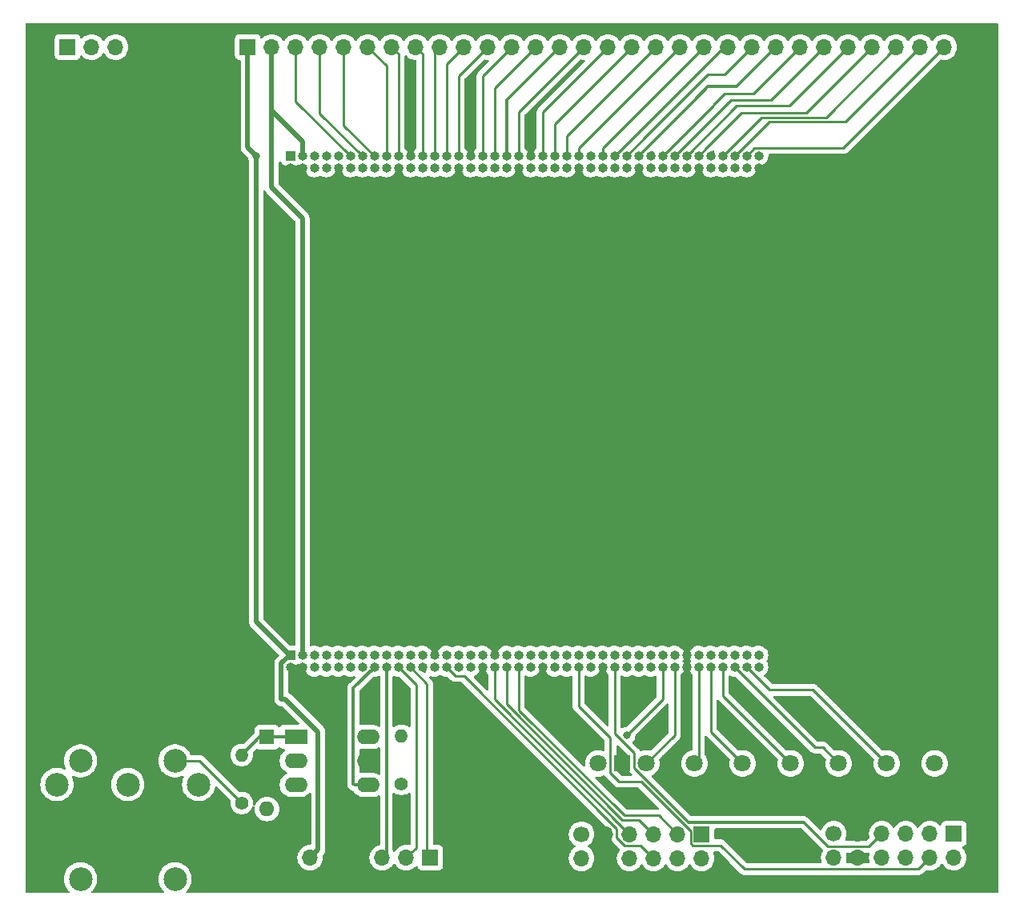
<source format=gbr>
%TF.GenerationSoftware,KiCad,Pcbnew,7.0.10*%
%TF.CreationDate,2024-01-10T20:22:15+00:00*%
%TF.ProjectId,Breakout,42726561-6b6f-4757-942e-6b696361645f,rev?*%
%TF.SameCoordinates,Original*%
%TF.FileFunction,Copper,L2,Bot*%
%TF.FilePolarity,Positive*%
%FSLAX46Y46*%
G04 Gerber Fmt 4.6, Leading zero omitted, Abs format (unit mm)*
G04 Created by KiCad (PCBNEW 7.0.10) date 2024-01-10 20:22:15*
%MOMM*%
%LPD*%
G01*
G04 APERTURE LIST*
%TA.AperFunction,ComponentPad*%
%ADD10R,1.700000X1.700000*%
%TD*%
%TA.AperFunction,ComponentPad*%
%ADD11O,1.700000X1.700000*%
%TD*%
%TA.AperFunction,ComponentPad*%
%ADD12C,1.400000*%
%TD*%
%TA.AperFunction,ComponentPad*%
%ADD13O,1.400000X1.400000*%
%TD*%
%TA.AperFunction,ComponentPad*%
%ADD14R,1.800000X1.800000*%
%TD*%
%TA.AperFunction,ComponentPad*%
%ADD15C,1.800000*%
%TD*%
%TA.AperFunction,ComponentPad*%
%ADD16O,1.600000X1.600000*%
%TD*%
%TA.AperFunction,ComponentPad*%
%ADD17R,1.600000X1.600000*%
%TD*%
%TA.AperFunction,WasherPad*%
%ADD18C,2.499360*%
%TD*%
%TA.AperFunction,ComponentPad*%
%ADD19C,2.499360*%
%TD*%
%TA.AperFunction,ComponentPad*%
%ADD20R,2.400000X1.600000*%
%TD*%
%TA.AperFunction,ComponentPad*%
%ADD21O,2.400000X1.600000*%
%TD*%
%TA.AperFunction,ComponentPad*%
%ADD22C,1.700000*%
%TD*%
%TA.AperFunction,ComponentPad*%
%ADD23R,1.000000X1.000000*%
%TD*%
%TA.AperFunction,ComponentPad*%
%ADD24O,1.000000X1.000000*%
%TD*%
%TA.AperFunction,ViaPad*%
%ADD25C,0.800000*%
%TD*%
%TA.AperFunction,Conductor*%
%ADD26C,0.300000*%
%TD*%
%TA.AperFunction,Conductor*%
%ADD27C,0.500000*%
%TD*%
%TA.AperFunction,Conductor*%
%ADD28C,0.250000*%
%TD*%
G04 APERTURE END LIST*
D10*
%TO.P,J6,1,Pin_1*%
%TO.N,XADC_INP0*%
X48260000Y-20955000D03*
D11*
%TO.P,J6,2,Pin_2*%
%TO.N,XADC_INN0*%
X50800000Y-20955000D03*
%TO.P,J6,3,Pin_3*%
%TO.N,XADC_VCC*%
X53340000Y-20955000D03*
%TO.P,J6,4,Pin_4*%
%TO.N,GND*%
X55880000Y-20955000D03*
%TD*%
D12*
%TO.P,R2,1*%
%TO.N,MIDI_IN*%
X83566000Y-98933000D03*
D13*
%TO.P,R2,2*%
%TO.N,+3.3V*%
X83566000Y-93853000D03*
%TD*%
D14*
%TO.P,D9,1,K*%
%TO.N,GND*%
X142494000Y-96774000D03*
D15*
%TO.P,D9,2,A*%
%TO.N,LED8*%
X139954000Y-96774000D03*
%TD*%
D14*
%TO.P,D2,1,K*%
%TO.N,GND*%
X106934000Y-96774000D03*
D15*
%TO.P,D2,2,A*%
%TO.N,LED1*%
X104394000Y-96774000D03*
%TD*%
D14*
%TO.P,D7,1,K*%
%TO.N,GND*%
X132334000Y-96774000D03*
D15*
%TO.P,D7,2,A*%
%TO.N,LED6*%
X129794000Y-96774000D03*
%TD*%
D16*
%TO.P,D1,2,A*%
%TO.N,Net-(D1-A)*%
X69342000Y-101600000D03*
D17*
%TO.P,D1,1,K*%
%TO.N,Net-(D1-K)*%
X69342000Y-93980000D03*
%TD*%
D18*
%TO.P,J2,*%
%TO.N,*%
X49621540Y-108994700D03*
X59624060Y-108994700D03*
D19*
%TO.P,J2,1*%
%TO.N,unconnected-(J2-Pad1)*%
X62120880Y-98999800D03*
%TO.P,J2,2*%
%TO.N,unconnected-(J2-Pad2)*%
X54622800Y-98997260D03*
%TO.P,J2,3*%
%TO.N,unconnected-(J2-Pad3)*%
X47124720Y-98999800D03*
%TO.P,J2,4*%
%TO.N,Net-(J2-Pad4)*%
X59618980Y-96497900D03*
%TO.P,J2,5*%
%TO.N,Net-(D1-A)*%
X49626620Y-96497900D03*
%TD*%
D14*
%TO.P,D5,1,K*%
%TO.N,GND*%
X122174000Y-96774000D03*
D15*
%TO.P,D5,2,A*%
%TO.N,LED4*%
X119634000Y-96774000D03*
%TD*%
D14*
%TO.P,D4,1,K*%
%TO.N,GND*%
X117094000Y-96774000D03*
D15*
%TO.P,D4,2,A*%
%TO.N,LED3*%
X114554000Y-96774000D03*
%TD*%
D10*
%TO.P,J5,1,Pin_1*%
%TO.N,+5V*%
X67310000Y-20955000D03*
D11*
%TO.P,J5,2,Pin_2*%
%TO.N,+3.3V*%
X69850000Y-20955000D03*
%TO.P,J5,3,Pin_3*%
%TO.N,GPIO_1*%
X72390000Y-20955000D03*
%TO.P,J5,4,Pin_4*%
%TO.N,GPIO_2*%
X74930000Y-20955000D03*
%TO.P,J5,5,Pin_5*%
%TO.N,GPIO_3*%
X77470000Y-20955000D03*
%TO.P,J5,6,Pin_6*%
%TO.N,GPIO_4*%
X80010000Y-20955000D03*
%TO.P,J5,7,Pin_7*%
%TO.N,GPIO_5*%
X82550000Y-20955000D03*
%TO.P,J5,8,Pin_8*%
%TO.N,GPIO_6*%
X85090000Y-20955000D03*
%TO.P,J5,9,Pin_9*%
%TO.N,GPIO_7*%
X87630000Y-20955000D03*
%TO.P,J5,10,Pin_10*%
%TO.N,GPIO_8*%
X90170000Y-20955000D03*
%TO.P,J5,11,Pin_11*%
%TO.N,GPIO_9*%
X92710000Y-20955000D03*
%TO.P,J5,12,Pin_12*%
%TO.N,GPIO_10*%
X95250000Y-20955000D03*
%TO.P,J5,13,Pin_13*%
%TO.N,GPIO_11*%
X97790000Y-20955000D03*
%TO.P,J5,14,Pin_14*%
%TO.N,GPIO_12*%
X100330000Y-20955000D03*
%TO.P,J5,15,Pin_15*%
%TO.N,GPIO_13*%
X102870000Y-20955000D03*
%TO.P,J5,16,Pin_16*%
%TO.N,GPIO_14*%
X105410000Y-20955000D03*
%TO.P,J5,17,Pin_17*%
%TO.N,GPIO_15*%
X107950000Y-20955000D03*
%TO.P,J5,18,Pin_18*%
%TO.N,GPIO_16*%
X110490000Y-20955000D03*
%TO.P,J5,19,Pin_19*%
%TO.N,GPIO_17*%
X113030000Y-20955000D03*
%TO.P,J5,20,Pin_20*%
%TO.N,GPIO_18*%
X115570000Y-20955000D03*
%TO.P,J5,21,Pin_21*%
%TO.N,GPIO_19*%
X118110000Y-20955000D03*
%TO.P,J5,22,Pin_22*%
%TO.N,GPIO_20*%
X120650000Y-20955000D03*
%TO.P,J5,23,Pin_23*%
%TO.N,GPIO_21*%
X123190000Y-20955000D03*
%TO.P,J5,24,Pin_24*%
%TO.N,GPIO_22*%
X125730000Y-20955000D03*
%TO.P,J5,25,Pin_25*%
%TO.N,GPIO_23*%
X128270000Y-20955000D03*
%TO.P,J5,26,Pin_26*%
%TO.N,GPIO_24*%
X130810000Y-20955000D03*
%TO.P,J5,27,Pin_27*%
%TO.N,GPIO_25*%
X133350000Y-20955000D03*
%TO.P,J5,28,Pin_28*%
%TO.N,GPIO_26*%
X135890000Y-20955000D03*
%TO.P,J5,29,Pin_29*%
%TO.N,GPIO_27*%
X138430000Y-20955000D03*
%TO.P,J5,30,Pin_30*%
%TO.N,GPIO_28*%
X140970000Y-20955000D03*
%TO.P,J5,31,Pin_31*%
%TO.N,GND*%
X143510000Y-20955000D03*
%TD*%
D20*
%TO.P,U1,1*%
%TO.N,Net-(D1-K)*%
X72400000Y-93970000D03*
D21*
%TO.P,U1,2*%
%TO.N,Net-(D1-A)*%
X72400000Y-96510000D03*
%TO.P,U1,3*%
%TO.N,unconnected-(U1-Pad3)*%
X72400000Y-99050000D03*
%TO.P,U1,4*%
%TO.N,MIDI_IN*%
X80020000Y-99050000D03*
%TO.P,U1,5*%
%TO.N,GND*%
X80020000Y-96510000D03*
%TO.P,U1,6*%
%TO.N,+3.3V*%
X80020000Y-93970000D03*
%TD*%
D10*
%TO.P,J4,1,Pin_1*%
%TO.N,BCLK*%
X86614000Y-106750000D03*
D11*
%TO.P,J4,2,Pin_2*%
%TO.N,DATA*%
X84074000Y-106750000D03*
%TO.P,J4,3,Pin_3*%
%TO.N,LRCLK*%
X81534000Y-106750000D03*
%TO.P,J4,4,Pin_4*%
%TO.N,GND*%
X78994000Y-106750000D03*
%TO.P,J4,5,Pin_5*%
X76454000Y-106750000D03*
%TO.P,J4,6,Pin_6*%
%TO.N,+5V*%
X73914000Y-106750000D03*
%TD*%
D14*
%TO.P,D3,1,K*%
%TO.N,GND*%
X112009000Y-96774000D03*
D15*
%TO.P,D3,2,A*%
%TO.N,LED2*%
X109469000Y-96774000D03*
%TD*%
D10*
%TO.P,J1,1,Pin_1*%
%TO.N,PMOD1_1*%
X115316000Y-104267000D03*
D11*
%TO.P,J1,2,Pin_2*%
%TO.N,PMOD1_2*%
X112776000Y-104267000D03*
%TO.P,J1,3,Pin_3*%
%TO.N,PMOD1_3*%
X110236000Y-104267000D03*
%TO.P,J1,4,Pin_4*%
%TO.N,PMOD1_4*%
X107696000Y-104267000D03*
%TO.P,J1,5,GND*%
%TO.N,GND*%
X105156000Y-104267000D03*
D22*
%TO.P,J1,6,VCC*%
%TO.N,+3.3V*%
X102616000Y-104267000D03*
D11*
%TO.P,J1,7,Pin_7*%
%TO.N,PMOD1_7*%
X115316000Y-106807000D03*
%TO.P,J1,8,Pin_8*%
%TO.N,PMOD1_8*%
X112776000Y-106807000D03*
%TO.P,J1,9,Pin_9*%
%TO.N,PMOD1_9*%
X110236000Y-106807000D03*
%TO.P,J1,10,Pin_10*%
%TO.N,PMOD1_10*%
X107696000Y-106807000D03*
%TO.P,J1,11,GND*%
%TO.N,GND*%
X105156000Y-106807000D03*
%TO.P,J1,12,VCC*%
%TO.N,+3.3V*%
X102616000Y-106807000D03*
%TD*%
D10*
%TO.P,J3,1,Pin_1*%
%TO.N,PMOD2_1*%
X141986000Y-104207000D03*
D11*
%TO.P,J3,2,Pin_2*%
%TO.N,PMOD2_2*%
X139446000Y-104207000D03*
%TO.P,J3,3,Pin_3*%
%TO.N,PMOD2_3*%
X136906000Y-104207000D03*
%TO.P,J3,4,Pin_4*%
%TO.N,PMOD2_4*%
X134366000Y-104207000D03*
%TO.P,J3,5,GND*%
%TO.N,GND*%
X131826000Y-104207000D03*
D22*
%TO.P,J3,6,VCC*%
%TO.N,+3.3V*%
X129286000Y-104207000D03*
D11*
%TO.P,J3,7,Pin_7*%
%TO.N,PMOD2_7*%
X141986000Y-106747000D03*
%TO.P,J3,8,Pin_8*%
%TO.N,PMOD2_8*%
X139446000Y-106747000D03*
%TO.P,J3,9,Pin_9*%
%TO.N,PMOD2_9*%
X136906000Y-106747000D03*
%TO.P,J3,10,Pin_10*%
%TO.N,PMOD2_10*%
X134366000Y-106747000D03*
%TO.P,J3,11,GND*%
%TO.N,GND*%
X131826000Y-106747000D03*
%TO.P,J3,12,VCC*%
%TO.N,+3.3V*%
X129286000Y-106747000D03*
%TD*%
D14*
%TO.P,D6,1,K*%
%TO.N,GND*%
X127254000Y-96774000D03*
D15*
%TO.P,D6,2,A*%
%TO.N,LED5*%
X124714000Y-96774000D03*
%TD*%
D13*
%TO.P,R1,2*%
%TO.N,Net-(D1-K)*%
X66675000Y-95885000D03*
D12*
%TO.P,R1,1*%
%TO.N,Net-(J2-Pad4)*%
X66675000Y-100965000D03*
%TD*%
D14*
%TO.P,D8,1,K*%
%TO.N,GND*%
X137414000Y-96774000D03*
D15*
%TO.P,D8,2,A*%
%TO.N,LED7*%
X134874000Y-96774000D03*
%TD*%
D23*
%TO.P,U2,CN1_1,VDD_5V*%
%TO.N,+5V*%
X71820000Y-85325000D03*
D24*
%TO.P,U2,CN1_2,GND*%
%TO.N,GND*%
X71820000Y-86595000D03*
%TO.P,U2,CN1_3,VDD_3.3V*%
%TO.N,+3.3V*%
X73090000Y-85325000D03*
%TO.P,U2,CN1_4,GND*%
%TO.N,GND*%
X73090000Y-86595000D03*
%TO.P,U2,CN1_5,VDD18_KEY_BACKUP*%
%TO.N,unconnected-(U2A-VDD18_KEY_BACKUP-PadCN1_5)*%
X74360000Y-85325000D03*
%TO.P,U2,CN1_6,JTAG_TCK*%
%TO.N,unconnected-(U2A-JTAG_TCK-PadCN1_6)*%
X74360000Y-86595000D03*
%TO.P,U2,CN1_7,IO_L11P_T1_13*%
%TO.N,unconnected-(U2A-IO_L11P_T1_13-PadCN1_7)*%
X75630000Y-85325000D03*
%TO.P,U2,CN1_8,JTAG_TMS*%
%TO.N,unconnected-(U2A-JTAG_TMS-PadCN1_8)*%
X75630000Y-86595000D03*
%TO.P,U2,CN1_9,IO_L11N_T1_13*%
%TO.N,unconnected-(U2A-IO_L11N_T1_13-PadCN1_9)*%
X76900000Y-85325000D03*
%TO.P,U2,CN1_10,JTAG_TDI*%
%TO.N,unconnected-(U2A-JTAG_TDI-PadCN1_10)*%
X76900000Y-86595000D03*
%TO.P,U2,CN1_11,IO_L12P_T1_13*%
%TO.N,unconnected-(U2A-IO_L12P_T1_13-PadCN1_11)*%
X78170000Y-85325000D03*
%TO.P,U2,CN1_12,JTAG_TDO*%
%TO.N,unconnected-(U2A-JTAG_TDO-PadCN1_12)*%
X78170000Y-86595000D03*
%TO.P,U2,CN1_13,IO_L12N_T1_13*%
%TO.N,unconnected-(U2A-IO_L12N_T1_13-PadCN1_13)*%
X79440000Y-85325000D03*
%TO.P,U2,CN1_14,JTAG_NTRST*%
%TO.N,unconnected-(U2A-JTAG_NTRST-PadCN1_14)*%
X79440000Y-86595000D03*
%TO.P,U2,CN1_15,VDDIO_13_PL*%
%TO.N,unconnected-(U2A-VDDIO_13_PL-PadCN1_15)*%
X80710000Y-85325000D03*
%TO.P,U2,CN1_16,IO_L14P_T2_13*%
%TO.N,MIDI_IN*%
X80710000Y-86595000D03*
%TO.P,U2,CN1_17,IO_L13P_T2_13*%
%TO.N,unconnected-(U2A-IO_L13P_T2_13-PadCN1_17)*%
X81980000Y-85325000D03*
%TO.P,U2,CN1_18,IO_L14N_T2_13*%
%TO.N,LRCLK*%
X81980000Y-86595000D03*
%TO.P,U2,CN1_19,IO_L13N_T2_13*%
%TO.N,unconnected-(U2A-IO_L13N_T2_13-PadCN1_19)*%
X83250000Y-85325000D03*
%TO.P,U2,CN1_20,IO_L21P_T3_13*%
%TO.N,DATA*%
X83250000Y-86595000D03*
%TO.P,U2,CN1_21,IO_L15P_T2_13*%
%TO.N,unconnected-(U2A-IO_L15P_T2_13-PadCN1_21)*%
X84520000Y-85325000D03*
%TO.P,U2,CN1_22,IO_L21N_T3_13*%
%TO.N,BCLK*%
X84520000Y-86595000D03*
%TO.P,U2,CN1_23,IO_L15N_T2_13*%
%TO.N,unconnected-(U2A-IO_L15N_T2_13-PadCN1_23)*%
X85790000Y-85325000D03*
%TO.P,U2,CN1_24,GND*%
%TO.N,GND*%
X85790000Y-86595000D03*
%TO.P,U2,CN1_25,GND*%
X87060000Y-85325000D03*
%TO.P,U2,CN1_26,IO_L1P_T0_34*%
%TO.N,PMOD1_10*%
X87060000Y-86595000D03*
%TO.P,U2,CN1_27,IO_L2P_T0_34*%
%TO.N,unconnected-(U2A-IO_L2P_T0_34-PadCN1_27)*%
X88330000Y-85325000D03*
%TO.P,U2,CN1_28,IO_L1N_T0_34*%
%TO.N,PMOD1_9*%
X88330000Y-86595000D03*
%TO.P,U2,CN1_29,IO_L2N_T0_34*%
%TO.N,unconnected-(U2A-IO_L2N_T0_34-PadCN1_29)*%
X89600000Y-85325000D03*
%TO.P,U2,CN1_30,IO_L3P_T0_34*%
%TO.N,PMOD1_8*%
X89600000Y-86595000D03*
%TO.P,U2,CN1_31,IO_L4P_T0_34*%
%TO.N,unconnected-(U2A-IO_L4P_T0_34-PadCN1_31)*%
X90870000Y-85325000D03*
%TO.P,U2,CN1_32,IO_L3N_T0_34*%
%TO.N,PMOD1_7*%
X90870000Y-86595000D03*
%TO.P,U2,CN1_33,IO_L4N_T0_34*%
%TO.N,unconnected-(U2A-IO_L4N_T0_34-PadCN1_33)*%
X92140000Y-85325000D03*
%TO.P,U2,CN1_34,GND*%
%TO.N,GND*%
X92140000Y-86595000D03*
%TO.P,U2,CN1_35,GND*%
X93410000Y-85325000D03*
%TO.P,U2,CN1_36,IO_L5P_T0_34*%
%TO.N,PMOD1_4*%
X93410000Y-86595000D03*
%TO.P,U2,CN1_37,IO_L6P_T0_34*%
%TO.N,unconnected-(U2A-IO_L6P_T0_34-PadCN1_37)*%
X94680000Y-85325000D03*
%TO.P,U2,CN1_38,IO_L5N_T0_34*%
%TO.N,PMOD1_3*%
X94680000Y-86595000D03*
%TO.P,U2,CN1_39,IO_L6N_T0_34*%
%TO.N,unconnected-(U2A-IO_L6N_T0_34-PadCN1_39)*%
X95950000Y-85325000D03*
%TO.P,U2,CN1_40,IO_L7P_T1_34*%
%TO.N,PMOD1_2*%
X95950000Y-86595000D03*
%TO.P,U2,CN1_41,IO_L8P_T1_34*%
%TO.N,unconnected-(U2A-IO_L8P_T1_34-PadCN1_41)*%
X97220000Y-85325000D03*
%TO.P,U2,CN1_42,IO_L7N_T1_34*%
%TO.N,PMOD1_1*%
X97220000Y-86595000D03*
%TO.P,U2,CN1_43,IO_L8N_T1_34*%
%TO.N,unconnected-(U2A-IO_L8N_T1_34-PadCN1_43)*%
X98490000Y-85325000D03*
%TO.P,U2,CN1_44,GND*%
%TO.N,GND*%
X98490000Y-86595000D03*
%TO.P,U2,CN1_45,IO_L11P_T1_34*%
%TO.N,unconnected-(U2A-IO_L11P_T1_34-PadCN1_45)*%
X99760000Y-85325000D03*
%TO.P,U2,CN1_46,IO_L10P_T1_34*%
%TO.N,PMOD2_10*%
X99760000Y-86595000D03*
%TO.P,U2,CN1_47,IO_L11N_T1_34*%
%TO.N,unconnected-(U2A-IO_L11N_T1_34-PadCN1_47)*%
X101030000Y-85325000D03*
%TO.P,U2,CN1_48,IO_L10N_T1_34*%
%TO.N,PMOD2_9*%
X101030000Y-86595000D03*
%TO.P,U2,CN1_49,VDDIO_34_PL*%
%TO.N,unconnected-(U2A-VDDIO_34_PL-PadCN1_49)*%
X102300000Y-85325000D03*
%TO.P,U2,CN1_50,IO_L13P_T2_34*%
%TO.N,PMOD2_8*%
X102300000Y-86595000D03*
%TO.P,U2,CN1_51,IO_L9P_T1_34*%
%TO.N,unconnected-(U2A-IO_L9P_T1_34-PadCN1_51)*%
X103570000Y-85325000D03*
%TO.P,U2,CN1_52,IO_L13N_T2_34*%
%TO.N,PMOD2_7*%
X103570000Y-86595000D03*
%TO.P,U2,CN1_53,IO_L15P_T2_34*%
%TO.N,unconnected-(U2A-IO_L15P_T2_34-PadCN1_53)*%
X104840000Y-85325000D03*
%TO.P,U2,CN1_54,GND*%
%TO.N,GND*%
X104840000Y-86595000D03*
%TO.P,U2,CN1_55,IO_L12P_T1_34*%
%TO.N,unconnected-(U2A-IO_L12P_T1_34-PadCN1_55)*%
X106110000Y-85325000D03*
%TO.P,U2,CN1_56,IO_L15P_T2_34*%
%TO.N,PMOD2_4*%
X106110000Y-86595000D03*
%TO.P,U2,CN1_57,IO_L12N_T1_34*%
%TO.N,unconnected-(U2A-IO_L12N_T1_34-PadCN1_57)*%
X107380000Y-85325000D03*
%TO.P,U2,CN1_58,IO_L15N_T2_34*%
%TO.N,PMOD2_3*%
X107380000Y-86595000D03*
%TO.P,U2,CN1_59,IO_L14P_T2_34*%
%TO.N,unconnected-(U2A-IO_L14P_T2_34-PadCN1_59)*%
X108650000Y-85325000D03*
%TO.P,U2,CN1_60,IO_L17P_T2_34*%
%TO.N,PMOD2_2*%
X108650000Y-86595000D03*
%TO.P,U2,CN1_61,IO_L14N_T2_34*%
%TO.N,unconnected-(U2A-IO_L14N_T2_34-PadCN1_61)*%
X109920000Y-85325000D03*
%TO.P,U2,CN1_62,IO_L17N_T2_34*%
%TO.N,PMOD2_1*%
X109920000Y-86595000D03*
%TO.P,U2,CN1_63,IO_L16P_T2_34*%
%TO.N,unconnected-(U2A-IO_L16P_T2_34-PadCN1_63)*%
X111190000Y-85325000D03*
%TO.P,U2,CN1_64,IO_L19P_T3_34*%
%TO.N,LED1*%
X111190000Y-86595000D03*
%TO.P,U2,CN1_65,IO_L16N_T2_34*%
%TO.N,unconnected-(U2A-IO_L16N_T2_34-PadCN1_65)*%
X112460000Y-85325000D03*
%TO.P,U2,CN1_66,IO_L19N_T3_34*%
%TO.N,LED2*%
X112460000Y-86595000D03*
%TO.P,U2,CN1_67,GND*%
%TO.N,GND*%
X113730000Y-85325000D03*
%TO.P,U2,CN1_68,GND*%
X113730000Y-86595000D03*
%TO.P,U2,CN1_69,IO_L18N_T2_34*%
%TO.N,unconnected-(U2A-IO_L18N_T2_34-PadCN1_69)*%
X115000000Y-85325000D03*
%TO.P,U2,CN1_70,IO_L18P_T2_34*%
%TO.N,LED3*%
X115000000Y-86595000D03*
%TO.P,U2,CN1_71,IO_L20P_T3_34*%
%TO.N,unconnected-(U2A-IO_L20P_T3_34-PadCN1_71)*%
X116270000Y-85325000D03*
%TO.P,U2,CN1_72,IO_L20N_T3_34*%
%TO.N,LED4*%
X116270000Y-86595000D03*
%TO.P,U2,CN1_73,IO_L21N_T3_34*%
%TO.N,unconnected-(U2A-IO_L21N_T3_34-PadCN1_73)*%
X117540000Y-85325000D03*
%TO.P,U2,CN1_74,IO_L21P_T3_34*%
%TO.N,LED5*%
X117540000Y-86595000D03*
%TO.P,U2,CN1_75,IO_L22P_T3_34*%
%TO.N,unconnected-(U2A-IO_L22P_T3_34-PadCN1_75)*%
X118810000Y-85325000D03*
%TO.P,U2,CN1_76,IO_L24P_T3_34*%
%TO.N,LED6*%
X118810000Y-86595000D03*
%TO.P,U2,CN1_77,IO_L22N_T3_34*%
%TO.N,unconnected-(U2A-IO_L22N_T3_34-PadCN1_77)*%
X120080000Y-85325000D03*
%TO.P,U2,CN1_78,IO_L24N_T3_34*%
%TO.N,LED7*%
X120080000Y-86595000D03*
%TO.P,U2,CN1_79,IO_L23P_T3_34*%
%TO.N,unconnected-(U2A-IO_L23P_T3_34-PadCN1_79)*%
X121350000Y-85325000D03*
%TO.P,U2,CN1_80,IO_L23N_T3_34*%
%TO.N,LED8*%
X121350000Y-86595000D03*
D23*
%TO.P,U2,CN2_1,VDD_5V*%
%TO.N,+5V*%
X71820000Y-32475000D03*
D24*
%TO.P,U2,CN2_2,GND*%
%TO.N,GND*%
X71820000Y-33745000D03*
%TO.P,U2,CN2_3,VDD_3.3V*%
%TO.N,+3.3V*%
X73090000Y-32475000D03*
%TO.P,U2,CN2_4,GND*%
%TO.N,GND*%
X73090000Y-33745000D03*
%TO.P,U2,CN2_5,XADC_INP0*%
%TO.N,XADC_INP0*%
X74360000Y-32475000D03*
%TO.P,U2,CN2_6,DXP_0*%
%TO.N,unconnected-(U2B-DXP_0-PadCN2_6)*%
X74360000Y-33745000D03*
%TO.P,U2,CN2_7,XADC_INN0*%
%TO.N,XADC_INN0*%
X75630000Y-32475000D03*
%TO.P,U2,CN2_8,DXN_0*%
%TO.N,unconnected-(U2B-DXN_0-PadCN2_8)*%
X75630000Y-33745000D03*
%TO.P,U2,CN2_9,XADC_VCC*%
%TO.N,XADC_VCC*%
X76900000Y-32475000D03*
%TO.P,U2,CN2_10,GND*%
%TO.N,GND*%
X76900000Y-33745000D03*
%TO.P,U2,CN2_11,PS_MIO0_500*%
%TO.N,GPIO_1*%
X78170000Y-32475000D03*
%TO.P,U2,CN2_12,PS_MIO10_500*%
%TO.N,unconnected-(U2B-PS_MIO10_500-PadCN2_12)*%
X78170000Y-33745000D03*
%TO.P,U2,CN2_13,PS_MIO8_500*%
%TO.N,GPIO_2*%
X79440000Y-32475000D03*
%TO.P,U2,CN2_14,PS_MIO11_500*%
%TO.N,unconnected-(U2B-PS_MIO11_500-PadCN2_14)*%
X79440000Y-33745000D03*
%TO.P,U2,CN2_15,PS_MIO9_500*%
%TO.N,GPIO_3*%
X80710000Y-32475000D03*
%TO.P,U2,CN2_16,PS_MIO14_500*%
%TO.N,unconnected-(U2B-PS_MIO14_500-PadCN2_16)*%
X80710000Y-33745000D03*
%TO.P,U2,CN2_17,PS_MIO12_500*%
%TO.N,GPIO_4*%
X81980000Y-32475000D03*
%TO.P,U2,CN2_18,PS_MIO15_500*%
%TO.N,unconnected-(U2B-PS_MIO15_500-PadCN2_18)*%
X81980000Y-33745000D03*
%TO.P,U2,CN2_19,PS_MIO13_500*%
%TO.N,GPIO_5*%
X83250000Y-32475000D03*
%TO.P,U2,CN2_20,GND*%
%TO.N,GND*%
X83250000Y-33745000D03*
%TO.P,U2,CN2_21,GND*%
X84520000Y-32475000D03*
%TO.P,U2,CN2_22,IO_L2P_T0_35*%
%TO.N,unconnected-(U2B-IO_L2P_T0_35-PadCN2_22)*%
X84520000Y-33745000D03*
%TO.P,U2,CN2_23,IO_L1P_T0_35*%
%TO.N,GPIO_6*%
X85790000Y-32475000D03*
%TO.P,U2,CN2_24,IO_L2N_T0_35*%
%TO.N,unconnected-(U2B-IO_L2N_T0_35-PadCN2_24)*%
X85790000Y-33745000D03*
%TO.P,U2,CN2_25,IO_L18N_T2_35*%
%TO.N,GPIO_7*%
X87060000Y-32475000D03*
%TO.P,U2,CN2_26,IO_L4P_T0_35*%
%TO.N,unconnected-(U2B-IO_L4P_T0_35-PadCN2_26)*%
X87060000Y-33745000D03*
%TO.P,U2,CN2_27,IO_L3P_T0_35*%
%TO.N,GPIO_8*%
X88330000Y-32475000D03*
%TO.P,U2,CN2_28,IO_L4N_T0_35*%
%TO.N,unconnected-(U2B-IO_L4N_T0_35-PadCN2_28)*%
X88330000Y-33745000D03*
%TO.P,U2,CN2_29,IO_L3N_T0_35*%
%TO.N,GPIO_9*%
X89600000Y-32475000D03*
%TO.P,U2,CN2_30,GND*%
%TO.N,GND*%
X89600000Y-33745000D03*
%TO.P,U2,CN2_31,GND*%
X90870000Y-32475000D03*
%TO.P,U2,CN2_32,IO_L6P_T0_35*%
%TO.N,unconnected-(U2B-IO_L6P_T0_35-PadCN2_32)*%
X90870000Y-33745000D03*
%TO.P,U2,CN2_33,IO_L5P_T0_35*%
%TO.N,GPIO_10*%
X92140000Y-32475000D03*
%TO.P,U2,CN2_34,IO_L6N_T0_35*%
%TO.N,unconnected-(U2B-IO_L6N_T0_35-PadCN2_34)*%
X92140000Y-33745000D03*
%TO.P,U2,CN2_35,IO_L5N_T0_35*%
%TO.N,GPIO_11*%
X93410000Y-32475000D03*
%TO.P,U2,CN2_36,IO_L8P_T1_35*%
%TO.N,unconnected-(U2B-IO_L8P_T1_35-PadCN2_36)*%
X93410000Y-33745000D03*
%TO.P,U2,CN2_37,IO_L7P_T1_35*%
%TO.N,GPIO_12*%
X94680000Y-32475000D03*
%TO.P,U2,CN2_38,IO_L8N_T1_35*%
%TO.N,unconnected-(U2B-IO_L8N_T1_35-PadCN2_38)*%
X94680000Y-33745000D03*
%TO.P,U2,CN2_39,IO_L7N_T1_35*%
%TO.N,GPIO_13*%
X95950000Y-32475000D03*
%TO.P,U2,CN2_40,GND*%
%TO.N,GND*%
X95950000Y-33745000D03*
%TO.P,U2,CN2_41,GND*%
X97220000Y-32475000D03*
%TO.P,U2,CN2_42,IO_L10P_T1_35*%
%TO.N,unconnected-(U2B-IO_L10P_T1_35-PadCN2_42)*%
X97220000Y-33745000D03*
%TO.P,U2,CN2_43,IO_L9P_T1_35*%
%TO.N,GPIO_14*%
X98490000Y-32475000D03*
%TO.P,U2,CN2_44,IO_L10N_T1_35*%
%TO.N,unconnected-(U2B-IO_L10N_T1_35-PadCN2_44)*%
X98490000Y-33745000D03*
%TO.P,U2,CN2_45,IO_L9N_T1_35*%
%TO.N,GPIO_15*%
X99760000Y-32475000D03*
%TO.P,U2,CN2_46,IO_L12P_T1_35*%
%TO.N,unconnected-(U2B-IO_L12P_T1_35-PadCN2_46)*%
X99760000Y-33745000D03*
%TO.P,U2,CN2_47,IO_L11P_T1_35*%
%TO.N,GPIO_16*%
X101030000Y-32475000D03*
%TO.P,U2,CN2_48,IO_L12N_T1_35*%
%TO.N,unconnected-(U2B-IO_L12N_T1_35-PadCN2_48)*%
X101030000Y-33745000D03*
%TO.P,U2,CN2_49,IO_L11N_T1_35*%
%TO.N,GPIO_17*%
X102300000Y-32475000D03*
%TO.P,U2,CN2_50,GND*%
%TO.N,GND*%
X102300000Y-33745000D03*
%TO.P,U2,CN2_51,VDDIO_35_PL*%
%TO.N,unconnected-(U2B-VDDIO_35_PL-PadCN2_51)*%
X103570000Y-32475000D03*
%TO.P,U2,CN2_52,IO_L14P_T2_35*%
%TO.N,unconnected-(U2B-IO_L14P_T2_35-PadCN2_52)*%
X103570000Y-33745000D03*
%TO.P,U2,CN2_53,IO_L13P_35*%
%TO.N,GPIO_18*%
X104840000Y-32475000D03*
%TO.P,U2,CN2_54,IO_L14N_T2_35*%
%TO.N,unconnected-(U2B-IO_L14N_T2_35-PadCN2_54)*%
X104840000Y-33745000D03*
%TO.P,U2,CN2_55,IO_L13N_35*%
%TO.N,GPIO_19*%
X106110000Y-32475000D03*
%TO.P,U2,CN2_56,IO_L16P_T2_35*%
%TO.N,unconnected-(U2B-IO_L16P_T2_35-PadCN2_56)*%
X106110000Y-33745000D03*
%TO.P,U2,CN2_57,IO_L15P_T2_35*%
%TO.N,GPIO_20*%
X107380000Y-32475000D03*
%TO.P,U2,CN2_58,IO_L16N_T2_35*%
%TO.N,unconnected-(U2B-IO_L16N_T2_35-PadCN2_58)*%
X107380000Y-33745000D03*
%TO.P,U2,CN2_59,IO_L15N_T2_35*%
%TO.N,GPIO_21*%
X108650000Y-32475000D03*
%TO.P,U2,CN2_60,GND*%
%TO.N,GND*%
X108650000Y-33745000D03*
%TO.P,U2,CN2_61,GND*%
X109920000Y-32475000D03*
%TO.P,U2,CN2_62,IO_L18P_T2_35*%
%TO.N,unconnected-(U2B-IO_L18P_T2_35-PadCN2_62)*%
X109920000Y-33745000D03*
%TO.P,U2,CN2_63,IO_L17P_T2_35*%
%TO.N,GPIO_22*%
X111190000Y-32475000D03*
%TO.P,U2,CN2_64,IO_L18N_T2_35*%
%TO.N,unconnected-(U2B-IO_L18N_T2_35-PadCN2_64)*%
X111190000Y-33745000D03*
%TO.P,U2,CN2_65,IO_L17N_T2_35*%
%TO.N,GPIO_23*%
X112460000Y-32475000D03*
%TO.P,U2,CN2_66,IO_L20P_T3_35*%
%TO.N,unconnected-(U2B-IO_L20P_T3_35-PadCN2_66)*%
X112460000Y-33745000D03*
%TO.P,U2,CN2_67,IO_L19P_T3_35*%
%TO.N,GPIO_24*%
X113730000Y-32475000D03*
%TO.P,U2,CN2_68,IO_L20N_T3_35*%
%TO.N,unconnected-(U2B-IO_L20N_T3_35-PadCN2_68)*%
X113730000Y-33745000D03*
%TO.P,U2,CN2_69,IO_L19N_T3_35*%
%TO.N,GPIO_25*%
X115000000Y-32475000D03*
%TO.P,U2,CN2_70,GND*%
%TO.N,GND*%
X115000000Y-33745000D03*
%TO.P,U2,CN2_71,GND*%
X116270000Y-32475000D03*
%TO.P,U2,CN2_72,IO_L22P_T3_35*%
%TO.N,unconnected-(U2B-IO_L22P_T3_35-PadCN2_72)*%
X116270000Y-33745000D03*
%TO.P,U2,CN2_73,IO_L21P_T3_35*%
%TO.N,GPIO_26*%
X117540000Y-32475000D03*
%TO.P,U2,CN2_74,IO_L22N_T3_35*%
%TO.N,unconnected-(U2B-IO_L22N_T3_35-PadCN2_74)*%
X117540000Y-33745000D03*
%TO.P,U2,CN2_75,IO_L21N_T3_35*%
%TO.N,GPIO_27*%
X118810000Y-32475000D03*
%TO.P,U2,CN2_76,IO_L24P_T3_35*%
%TO.N,unconnected-(U2B-IO_L24P_T3_35-PadCN2_76)*%
X118810000Y-33745000D03*
%TO.P,U2,CN2_77,IO_L23P_T3_35*%
%TO.N,GPIO_28*%
X120080000Y-32475000D03*
%TO.P,U2,CN2_78,IO_L24N_T3_35*%
%TO.N,unconnected-(U2B-IO_L24N_T3_35-PadCN2_78)*%
X120080000Y-33745000D03*
%TO.P,U2,CN2_79,IO_L23N_T3_35*%
%TO.N,unconnected-(U2B-IO_L23N_T3_35-PadCN2_79)*%
X121350000Y-32475000D03*
%TO.P,U2,CN2_80,GND*%
%TO.N,GND*%
X121350000Y-33745000D03*
%TD*%
D25*
%TO.N,GND*%
X108331000Y-100203000D03*
X80137000Y-90297000D03*
X83947000Y-102743000D03*
X83185000Y-89535000D03*
X125222000Y-106426000D03*
X70612000Y-65278000D03*
X99314000Y-90932000D03*
X107950000Y-89535000D03*
X109728000Y-93980000D03*
%TO.N,LED1*%
X107392700Y-93803700D03*
%TO.N,+5V*%
X68199300Y-32466900D03*
%TD*%
D26*
%TO.N,LRCLK*%
X81980000Y-106304000D02*
X81980000Y-86595000D01*
X81534000Y-106750000D02*
X81980000Y-106304000D01*
%TO.N,MIDI_IN*%
X80137000Y-98933000D02*
X80020000Y-99050000D01*
X78470000Y-88835000D02*
X80710000Y-86595000D01*
X78470000Y-98917000D02*
X78470000Y-88835000D01*
X78603000Y-99050000D02*
X78470000Y-98917000D01*
X80020000Y-99050000D02*
X78603000Y-99050000D01*
%TO.N,Net-(D1-K)*%
X68580000Y-93980000D02*
X66675000Y-95885000D01*
X69342000Y-93980000D02*
X68580000Y-93980000D01*
X72390000Y-93980000D02*
X72400000Y-93970000D01*
X69342000Y-93980000D02*
X72390000Y-93980000D01*
D27*
%TO.N,+5V*%
X71288600Y-89958600D02*
X74764000Y-93434000D01*
X70866500Y-89958600D02*
X71288600Y-89958600D01*
X74764000Y-93434000D02*
X74764000Y-105900000D01*
X74764000Y-105900000D02*
X73914000Y-106750000D01*
%TO.N,+3.3V*%
X73090000Y-39054000D02*
X69850000Y-35814000D01*
X73090000Y-85325000D02*
X73090000Y-39054000D01*
X69850000Y-35814000D02*
X69850000Y-27686000D01*
X73090000Y-32475000D02*
X73090000Y-30926000D01*
X69850000Y-20955000D02*
X69850000Y-27686000D01*
X73090000Y-30926000D02*
X69850000Y-27686000D01*
D28*
%TO.N,GPIO_28*%
X130275000Y-31650000D02*
X140970000Y-20955000D01*
X120905000Y-31650000D02*
X130275000Y-31650000D01*
X120080000Y-32475000D02*
X120905000Y-31650000D01*
%TO.N,GPIO_27*%
X130545000Y-28840000D02*
X138430000Y-20955000D01*
X122445000Y-28840000D02*
X130545000Y-28840000D01*
X118810000Y-32475000D02*
X122445000Y-28840000D01*
%TO.N,GPIO_26*%
X128455000Y-28390000D02*
X135890000Y-20955000D01*
X121625000Y-28390000D02*
X128455000Y-28390000D01*
X117540000Y-32475000D02*
X121625000Y-28390000D01*
%TO.N,GPIO_25*%
X119507000Y-27940000D02*
X126365000Y-27940000D01*
X126365000Y-27940000D02*
X133350000Y-20955000D01*
X115825000Y-31622000D02*
X119507000Y-27940000D01*
X115825000Y-31650000D02*
X115825000Y-31622000D01*
X115000000Y-32475000D02*
X115825000Y-31650000D01*
%TO.N,GPIO_24*%
X124587000Y-27178000D02*
X130810000Y-20955000D01*
X119027000Y-27178000D02*
X124587000Y-27178000D01*
X113730000Y-32475000D02*
X119027000Y-27178000D01*
%TO.N,GPIO_23*%
X118392000Y-26543000D02*
X122682000Y-26543000D01*
X122682000Y-26543000D02*
X128270000Y-20955000D01*
X112460000Y-32475000D02*
X118392000Y-26543000D01*
%TO.N,GPIO_22*%
X117729000Y-25908000D02*
X120777000Y-25908000D01*
X116542900Y-27094100D02*
X117729000Y-25908000D01*
X116542900Y-27122100D02*
X116542900Y-27094100D01*
X120777000Y-25908000D02*
X125730000Y-20955000D01*
D26*
%TO.N,GPIO_21*%
X115951000Y-25146000D02*
X118999000Y-25146000D01*
X118999000Y-25146000D02*
X123190000Y-20955000D01*
X114477900Y-26619100D02*
X115951000Y-25146000D01*
X108650000Y-32475000D02*
X114477900Y-26647100D01*
X114477900Y-26647100D02*
X114477900Y-26619100D01*
%TO.N,GPIO_12*%
X94680000Y-26605000D02*
X100330000Y-20955000D01*
X94680000Y-32475000D02*
X94680000Y-26605000D01*
D28*
%TO.N,GPIO_20*%
X117729000Y-23876000D02*
X118237000Y-23368000D01*
X109383400Y-30443600D02*
X115951000Y-23876000D01*
X115951000Y-23876000D02*
X117729000Y-23876000D01*
X109383400Y-30471600D02*
X109383400Y-30443600D01*
X120650000Y-20955000D02*
X118237000Y-23368000D01*
%TO.N,PMOD2_4*%
X128682600Y-105572000D02*
X126111000Y-103000400D01*
X133001000Y-105572000D02*
X128682600Y-105572000D01*
X134366000Y-104207000D02*
X133001000Y-105572000D01*
D26*
X126111000Y-103000400D02*
X113939800Y-103000400D01*
D28*
%TO.N,LED1*%
X111190000Y-86595000D02*
X111190000Y-90006400D01*
X111190000Y-90006400D02*
X107392700Y-93803700D01*
%TO.N,LED2*%
X112460000Y-86595000D02*
X112460000Y-93783000D01*
X112460000Y-93783000D02*
X109469000Y-96774000D01*
%TO.N,LED3*%
X115000000Y-96328000D02*
X114554000Y-96774000D01*
X115000000Y-86595000D02*
X115000000Y-96328000D01*
%TO.N,LED4*%
X116270000Y-86595000D02*
X116270000Y-93410000D01*
X116270000Y-93410000D02*
X119634000Y-96774000D01*
%TO.N,LED5*%
X117540000Y-89600000D02*
X124714000Y-96774000D01*
X117540000Y-86595000D02*
X117540000Y-89600000D01*
%TO.N,LED6*%
X129794000Y-96774000D02*
X128116700Y-95096700D01*
X127311700Y-95096700D02*
X118810000Y-86595000D01*
X128116700Y-95096700D02*
X127311700Y-95096700D01*
%TO.N,LED7*%
X122469700Y-88984700D02*
X127084700Y-88984700D01*
X127084700Y-88984700D02*
X134874000Y-96774000D01*
X120080000Y-86595000D02*
X122469700Y-88984700D01*
%TO.N,PMOD1_2*%
X95950000Y-86595000D02*
X95950000Y-91122604D01*
X107120396Y-102293000D02*
X110802000Y-102293000D01*
X110802000Y-102293000D02*
X112776000Y-104267000D01*
X95950000Y-91122604D02*
X107120396Y-102293000D01*
%TO.N,PMOD1_3*%
X106934000Y-102743000D02*
X108712000Y-102743000D01*
X94680000Y-90489000D02*
X106934000Y-102743000D01*
X108712000Y-102743000D02*
X110236000Y-104267000D01*
X109490700Y-104267000D02*
X110236000Y-104267000D01*
X94680000Y-86595000D02*
X94680000Y-90489000D01*
%TO.N,PMOD1_4*%
X93410000Y-89981000D02*
X93410000Y-86595000D01*
X107696000Y-104267000D02*
X93410000Y-89981000D01*
D27*
%TO.N,+3.3V*%
X73090000Y-32105900D02*
X73090000Y-32475000D01*
D28*
%TO.N,PMOD1_9*%
X106332900Y-104604300D02*
X106332900Y-103685700D01*
X107172500Y-105443900D02*
X106332900Y-104604300D01*
X89265100Y-87530100D02*
X88330000Y-86595000D01*
X110236000Y-106807000D02*
X108872900Y-105443900D01*
X108872900Y-105443900D02*
X107172500Y-105443900D01*
X106332900Y-103685700D02*
X90177300Y-87530100D01*
X90177300Y-87530100D02*
X89265100Y-87530100D01*
%TO.N,Net-(J2-Pad4)*%
X62207900Y-96497900D02*
X66675000Y-100965000D01*
X59619000Y-96497900D02*
X62207900Y-96497900D01*
%TO.N,PMOD2_4*%
X106110000Y-93596900D02*
X106110000Y-86595000D01*
X108201500Y-95688400D02*
X106110000Y-93596900D01*
X113939800Y-103000400D02*
X108201500Y-97262100D01*
X108201500Y-97262100D02*
X108201500Y-95688400D01*
%TO.N,PMOD2_8*%
X108920500Y-98706500D02*
X114137900Y-103923900D01*
X102300000Y-86595000D02*
X102300000Y-90719800D01*
X138240900Y-107952100D02*
X139446000Y-106747000D01*
X119833300Y-107952100D02*
X138240900Y-107952100D01*
X114330600Y-105443900D02*
X117325100Y-105443900D01*
X106572600Y-98706500D02*
X108920500Y-98706500D01*
X105664000Y-94083800D02*
X105664000Y-97797900D01*
X114137900Y-105251200D02*
X114330600Y-105443900D01*
X117325100Y-105443900D02*
X119833300Y-107952100D01*
X105664000Y-97797900D02*
X106572600Y-98706500D01*
X102300000Y-90719800D02*
X105664000Y-94083800D01*
X114137900Y-103923900D02*
X114137900Y-105251200D01*
%TO.N,BCLK*%
X86275900Y-106411900D02*
X86275900Y-88350900D01*
X86275900Y-88350900D02*
X84520000Y-86595000D01*
X86614000Y-106750000D02*
X86275900Y-106411900D01*
%TO.N,DATA*%
X85130600Y-88475600D02*
X83250000Y-86595000D01*
X85130600Y-105693400D02*
X85130600Y-88475600D01*
X84074000Y-106750000D02*
X85130600Y-105693400D01*
D27*
%TO.N,+5V*%
X71740800Y-85325000D02*
X68199300Y-81783500D01*
X70866500Y-89958600D02*
X70866500Y-86199300D01*
X70866500Y-86199300D02*
X71740800Y-85325000D01*
X67310000Y-31577600D02*
X67310000Y-20955000D01*
X68199300Y-81783500D02*
X68199300Y-32466900D01*
X71740800Y-85325000D02*
X71820000Y-85325000D01*
X68199300Y-32466900D02*
X67310000Y-31577600D01*
D28*
%TO.N,GPIO_1*%
X72390000Y-20955000D02*
X72390000Y-26695000D01*
X72390000Y-26695000D02*
X78170000Y-32475000D01*
%TO.N,GPIO_2*%
X74930000Y-20955000D02*
X74930000Y-27965000D01*
X74930000Y-27965000D02*
X79440000Y-32475000D01*
%TO.N,GPIO_3*%
X77470000Y-20955000D02*
X77470000Y-29235000D01*
X77470000Y-29235000D02*
X80710000Y-32475000D01*
%TO.N,GPIO_4*%
X80010000Y-20955000D02*
X81980000Y-22925000D01*
X81980000Y-22925000D02*
X81980000Y-32475000D01*
%TO.N,GPIO_5*%
X83250000Y-21655000D02*
X83250000Y-32475000D01*
X82550000Y-20955000D02*
X83250000Y-21655000D01*
%TO.N,GPIO_6*%
X85790000Y-21655000D02*
X85790000Y-32475000D01*
X85090000Y-20955000D02*
X85790000Y-21655000D01*
%TO.N,GPIO_7*%
X87630000Y-20955000D02*
X87060000Y-21525000D01*
X87060000Y-21525000D02*
X87060000Y-32475000D01*
%TO.N,GPIO_8*%
X88330000Y-22795000D02*
X88330000Y-32475000D01*
X90170000Y-20955000D02*
X88330000Y-22795000D01*
%TO.N,GPIO_9*%
X89600000Y-24065000D02*
X89600000Y-32475000D01*
X92710000Y-20955000D02*
X89600000Y-24065000D01*
%TO.N,GPIO_10*%
X92140000Y-24065000D02*
X95250000Y-20955000D01*
X92140000Y-32475000D02*
X92140000Y-24065000D01*
%TO.N,GPIO_11*%
X97790000Y-20955000D02*
X93410000Y-25335000D01*
X93410000Y-25335000D02*
X93410000Y-32475000D01*
%TO.N,GPIO_13*%
X95950000Y-27875000D02*
X95950000Y-32475000D01*
X102870000Y-20955000D02*
X95950000Y-27875000D01*
%TO.N,GPIO_14*%
X98490000Y-27875000D02*
X105410000Y-20955000D01*
X98490000Y-32475000D02*
X98490000Y-27875000D01*
%TO.N,GPIO_15*%
X99760000Y-29145000D02*
X99760000Y-32475000D01*
X107950000Y-20955000D02*
X99760000Y-29145000D01*
%TO.N,GPIO_16*%
X101030000Y-30415000D02*
X101030000Y-32475000D01*
X110490000Y-20955000D02*
X101030000Y-30415000D01*
%TO.N,GPIO_17*%
X113030000Y-20955000D02*
X102300000Y-31685000D01*
X102300000Y-31685000D02*
X102300000Y-32475000D01*
%TO.N,GPIO_18*%
X104840000Y-31685000D02*
X104840000Y-32475000D01*
X115570000Y-20955000D02*
X104840000Y-31685000D01*
%TO.N,GPIO_19*%
X118110000Y-20955000D02*
X117630000Y-20955000D01*
X117630000Y-20955000D02*
X106110000Y-32475000D01*
%TO.N,GPIO_20*%
X109383400Y-30471600D02*
X107380000Y-32475000D01*
%TO.N,GPIO_22*%
X116542900Y-27122100D02*
X111190000Y-32475000D01*
%TO.N,MIDI_IN*%
X80321000Y-86984000D02*
X80710000Y-86595000D01*
%TD*%
%TA.AperFunction,Conductor*%
%TO.N,GND*%
G36*
X125892587Y-103670585D02*
G01*
X125913229Y-103687219D01*
X128113846Y-105887836D01*
X128147331Y-105949159D01*
X128142347Y-106018851D01*
X128127741Y-106046638D01*
X128111968Y-106069164D01*
X128111967Y-106069166D01*
X128012097Y-106283335D01*
X128012094Y-106283344D01*
X127950938Y-106511586D01*
X127950936Y-106511596D01*
X127930341Y-106746999D01*
X127930341Y-106747000D01*
X127950936Y-106982403D01*
X127950938Y-106982413D01*
X128001337Y-107170507D01*
X127999674Y-107240357D01*
X127960511Y-107298219D01*
X127896283Y-107325723D01*
X127881562Y-107326600D01*
X120143753Y-107326600D01*
X120076714Y-107306915D01*
X120056072Y-107290281D01*
X117825903Y-105060112D01*
X117816080Y-105047850D01*
X117815859Y-105048034D01*
X117810886Y-105042022D01*
X117761876Y-104995999D01*
X117759077Y-104993286D01*
X117739577Y-104973785D01*
X117739571Y-104973780D01*
X117736386Y-104971309D01*
X117727534Y-104963748D01*
X117695682Y-104933838D01*
X117695680Y-104933836D01*
X117695677Y-104933835D01*
X117678129Y-104924188D01*
X117661863Y-104913504D01*
X117656336Y-104909217D01*
X117646036Y-104901227D01*
X117646035Y-104901226D01*
X117646032Y-104901224D01*
X117605949Y-104883878D01*
X117595463Y-104878741D01*
X117557194Y-104857703D01*
X117557192Y-104857702D01*
X117537793Y-104852722D01*
X117519381Y-104846418D01*
X117500998Y-104838462D01*
X117500992Y-104838460D01*
X117457860Y-104831629D01*
X117446422Y-104829261D01*
X117404120Y-104818400D01*
X117404119Y-104818400D01*
X117384084Y-104818400D01*
X117364686Y-104816873D01*
X117357262Y-104815697D01*
X117344905Y-104813740D01*
X117344904Y-104813740D01*
X117301425Y-104817850D01*
X117289756Y-104818400D01*
X116790500Y-104818400D01*
X116723461Y-104798715D01*
X116677706Y-104745911D01*
X116666500Y-104694400D01*
X116666499Y-103774900D01*
X116686183Y-103707861D01*
X116738987Y-103662106D01*
X116790499Y-103650900D01*
X125825548Y-103650900D01*
X125892587Y-103670585D01*
G37*
%TD.AperFunction*%
%TA.AperFunction,Conductor*%
G36*
X132933877Y-106199224D02*
G01*
X132933904Y-106198939D01*
X132941663Y-106199672D01*
X132941667Y-106199673D01*
X132949096Y-106199439D01*
X133016720Y-106217007D01*
X133064112Y-106268346D01*
X133076225Y-106337158D01*
X133072768Y-106355470D01*
X133030939Y-106511583D01*
X133030936Y-106511596D01*
X133010341Y-106746999D01*
X133010341Y-106747000D01*
X133030936Y-106982403D01*
X133030938Y-106982413D01*
X133081337Y-107170507D01*
X133079674Y-107240357D01*
X133040511Y-107298219D01*
X132976283Y-107325723D01*
X132961562Y-107326600D01*
X130690438Y-107326600D01*
X130623399Y-107306915D01*
X130577644Y-107254111D01*
X130567700Y-107184953D01*
X130570663Y-107170507D01*
X130604986Y-107042408D01*
X130621063Y-106982408D01*
X130641659Y-106747000D01*
X130621063Y-106511592D01*
X130578728Y-106353593D01*
X130580391Y-106283743D01*
X130619554Y-106225881D01*
X130683782Y-106198377D01*
X130698503Y-106197500D01*
X132918257Y-106197500D01*
X132933877Y-106199224D01*
G37*
%TD.AperFunction*%
%TA.AperFunction,Conductor*%
G36*
X84429751Y-99868146D02*
G01*
X84483692Y-99912555D01*
X84505061Y-99979077D01*
X84505100Y-99982203D01*
X84505100Y-105305772D01*
X84485415Y-105372811D01*
X84432611Y-105418566D01*
X84363453Y-105428510D01*
X84349008Y-105425547D01*
X84309416Y-105414939D01*
X84309412Y-105414938D01*
X84309408Y-105414937D01*
X84309406Y-105414936D01*
X84309403Y-105414936D01*
X84074001Y-105394341D01*
X84073999Y-105394341D01*
X83838596Y-105414936D01*
X83838586Y-105414938D01*
X83610344Y-105476094D01*
X83610335Y-105476098D01*
X83396171Y-105575964D01*
X83396169Y-105575965D01*
X83202597Y-105711505D01*
X83035508Y-105878594D01*
X82905574Y-106064159D01*
X82850997Y-106107784D01*
X82781498Y-106114976D01*
X82719144Y-106083454D01*
X82702424Y-106064158D01*
X82700323Y-106061158D01*
X82652925Y-105993465D01*
X82630598Y-105927258D01*
X82630500Y-105922342D01*
X82630500Y-99985485D01*
X82650185Y-99918446D01*
X82702989Y-99872691D01*
X82772147Y-99862747D01*
X82835703Y-99891772D01*
X82838039Y-99893849D01*
X82839437Y-99895123D01*
X82839439Y-99895125D01*
X83028595Y-100012245D01*
X83028596Y-100012245D01*
X83028599Y-100012247D01*
X83236060Y-100092618D01*
X83454757Y-100133500D01*
X83454759Y-100133500D01*
X83677241Y-100133500D01*
X83677243Y-100133500D01*
X83895940Y-100092618D01*
X84103401Y-100012247D01*
X84292562Y-99895124D01*
X84297561Y-99890566D01*
X84360364Y-99859949D01*
X84429751Y-99868146D01*
G37*
%TD.AperFunction*%
%TA.AperFunction,Conductor*%
G36*
X105093082Y-98081053D02*
G01*
X105110803Y-98100654D01*
X105137180Y-98136959D01*
X105143593Y-98146721D01*
X105165828Y-98184317D01*
X105165833Y-98184324D01*
X105179990Y-98198480D01*
X105192627Y-98213275D01*
X105204406Y-98229487D01*
X105226881Y-98248080D01*
X105238057Y-98257325D01*
X105246698Y-98265188D01*
X106071797Y-99090288D01*
X106081622Y-99102551D01*
X106081843Y-99102369D01*
X106086811Y-99108374D01*
X106135822Y-99154399D01*
X106138621Y-99157112D01*
X106158122Y-99176614D01*
X106158126Y-99176617D01*
X106158129Y-99176620D01*
X106161302Y-99179081D01*
X106170174Y-99186659D01*
X106202018Y-99216562D01*
X106219576Y-99226214D01*
X106235835Y-99236895D01*
X106251664Y-99249173D01*
X106291755Y-99266521D01*
X106302226Y-99271651D01*
X106316627Y-99279568D01*
X106340502Y-99292694D01*
X106340504Y-99292695D01*
X106340508Y-99292697D01*
X106359916Y-99297680D01*
X106378319Y-99303981D01*
X106396701Y-99311936D01*
X106396702Y-99311936D01*
X106396704Y-99311937D01*
X106439850Y-99318770D01*
X106451272Y-99321136D01*
X106493581Y-99332000D01*
X106513616Y-99332000D01*
X106533014Y-99333526D01*
X106552794Y-99336659D01*
X106552795Y-99336660D01*
X106552795Y-99336659D01*
X106552796Y-99336660D01*
X106596275Y-99332550D01*
X106607944Y-99332000D01*
X108610048Y-99332000D01*
X108677087Y-99351685D01*
X108697729Y-99368319D01*
X110785228Y-101455819D01*
X110818713Y-101517142D01*
X110813729Y-101586834D01*
X110771857Y-101642767D01*
X110706393Y-101667184D01*
X110697547Y-101667500D01*
X107430849Y-101667500D01*
X107363810Y-101647815D01*
X107343168Y-101631181D01*
X104081778Y-98369791D01*
X104048293Y-98308468D01*
X104053277Y-98238776D01*
X104095149Y-98182843D01*
X104160613Y-98158426D01*
X104189863Y-98159800D01*
X104277951Y-98174500D01*
X104277952Y-98174500D01*
X104510048Y-98174500D01*
X104510049Y-98174500D01*
X104738981Y-98136298D01*
X104958503Y-98060936D01*
X104958511Y-98060931D01*
X104960669Y-98059986D01*
X104961631Y-98059862D01*
X104963354Y-98059271D01*
X104963475Y-98059625D01*
X105029969Y-98051079D01*
X105093082Y-98081053D01*
G37*
%TD.AperFunction*%
%TA.AperFunction,Conductor*%
G36*
X106494703Y-94866639D02*
G01*
X106501181Y-94872671D01*
X107539681Y-95911171D01*
X107573166Y-95972494D01*
X107576000Y-95998852D01*
X107576000Y-97179355D01*
X107574275Y-97194972D01*
X107574561Y-97194999D01*
X107573826Y-97202765D01*
X107575939Y-97269972D01*
X107576000Y-97273867D01*
X107576000Y-97301457D01*
X107576503Y-97305435D01*
X107577418Y-97317067D01*
X107578790Y-97360724D01*
X107578791Y-97360727D01*
X107584380Y-97379967D01*
X107588324Y-97399011D01*
X107590836Y-97418892D01*
X107606914Y-97459503D01*
X107610697Y-97470552D01*
X107622881Y-97512488D01*
X107633080Y-97529734D01*
X107641638Y-97547203D01*
X107649014Y-97565832D01*
X107674681Y-97601160D01*
X107681093Y-97610921D01*
X107703328Y-97648517D01*
X107703333Y-97648524D01*
X107717490Y-97662680D01*
X107730128Y-97677476D01*
X107741905Y-97693686D01*
X107741906Y-97693687D01*
X107775557Y-97721525D01*
X107784198Y-97729388D01*
X107924129Y-97869319D01*
X107957614Y-97930642D01*
X107952630Y-98000334D01*
X107910758Y-98056267D01*
X107845294Y-98080684D01*
X107836448Y-98081000D01*
X106883053Y-98081000D01*
X106816014Y-98061315D01*
X106795372Y-98044681D01*
X106325819Y-97575128D01*
X106292334Y-97513805D01*
X106289500Y-97487447D01*
X106289500Y-94960352D01*
X106309185Y-94893313D01*
X106361989Y-94847558D01*
X106431147Y-94837614D01*
X106494703Y-94866639D01*
G37*
%TD.AperFunction*%
%TA.AperFunction,Conductor*%
G36*
X81268350Y-95052088D02*
G01*
X81316163Y-95103036D01*
X81329500Y-95158980D01*
X81329500Y-97861019D01*
X81309815Y-97928058D01*
X81257011Y-97973813D01*
X81187853Y-97983757D01*
X81134378Y-97962595D01*
X81113759Y-97948158D01*
X81072734Y-97919432D01*
X81072728Y-97919429D01*
X80866497Y-97823261D01*
X80866488Y-97823258D01*
X80646697Y-97764366D01*
X80646687Y-97764364D01*
X80476785Y-97749500D01*
X80476784Y-97749500D01*
X79563216Y-97749500D01*
X79563215Y-97749500D01*
X79393312Y-97764364D01*
X79393302Y-97764366D01*
X79276593Y-97795638D01*
X79206743Y-97793975D01*
X79148881Y-97754812D01*
X79121377Y-97690583D01*
X79120500Y-97675863D01*
X79120500Y-95344136D01*
X79140185Y-95277097D01*
X79192989Y-95231342D01*
X79262147Y-95221398D01*
X79276582Y-95224358D01*
X79393308Y-95255635D01*
X79563214Y-95270499D01*
X79563215Y-95270500D01*
X79563216Y-95270500D01*
X80476785Y-95270500D01*
X80476785Y-95270499D01*
X80646692Y-95255635D01*
X80866496Y-95196739D01*
X81072734Y-95100568D01*
X81134378Y-95057404D01*
X81200583Y-95035078D01*
X81268350Y-95052088D01*
G37*
%TD.AperFunction*%
%TA.AperFunction,Conductor*%
G36*
X98346771Y-86316234D02*
G01*
X98490000Y-86330341D01*
X98633208Y-86316236D01*
X98701852Y-86329255D01*
X98752562Y-86377320D01*
X98769237Y-86445170D01*
X98768763Y-86451793D01*
X98754659Y-86594999D01*
X98773975Y-86791129D01*
X98831188Y-86979733D01*
X98924086Y-87153532D01*
X98924090Y-87153539D01*
X99049116Y-87305883D01*
X99201460Y-87430909D01*
X99201467Y-87430913D01*
X99375266Y-87523811D01*
X99375269Y-87523811D01*
X99375273Y-87523814D01*
X99563868Y-87581024D01*
X99760000Y-87600341D01*
X99956132Y-87581024D01*
X100144727Y-87523814D01*
X100318538Y-87430910D01*
X100318544Y-87430904D01*
X100323607Y-87427523D01*
X100324703Y-87429164D01*
X100380639Y-87405405D01*
X100449507Y-87417194D01*
X100466148Y-87427888D01*
X100466393Y-87427523D01*
X100471458Y-87430907D01*
X100471462Y-87430910D01*
X100613077Y-87506605D01*
X100645263Y-87523809D01*
X100645273Y-87523814D01*
X100833868Y-87581024D01*
X101030000Y-87600341D01*
X101226132Y-87581024D01*
X101414727Y-87523814D01*
X101492049Y-87482484D01*
X101560448Y-87468243D01*
X101625692Y-87493242D01*
X101667063Y-87549547D01*
X101674500Y-87591843D01*
X101674500Y-90637055D01*
X101672775Y-90652672D01*
X101673061Y-90652699D01*
X101672326Y-90660465D01*
X101674439Y-90727672D01*
X101674500Y-90731567D01*
X101674500Y-90759157D01*
X101675003Y-90763135D01*
X101675918Y-90774767D01*
X101677290Y-90818424D01*
X101677291Y-90818427D01*
X101682880Y-90837667D01*
X101686824Y-90856711D01*
X101687684Y-90863513D01*
X101689336Y-90876592D01*
X101705414Y-90917203D01*
X101709197Y-90928252D01*
X101721381Y-90970188D01*
X101731580Y-90987434D01*
X101740138Y-91004903D01*
X101747514Y-91023532D01*
X101773181Y-91058860D01*
X101779593Y-91068621D01*
X101801828Y-91106217D01*
X101801833Y-91106224D01*
X101815990Y-91120380D01*
X101828628Y-91135176D01*
X101840405Y-91151386D01*
X101840406Y-91151387D01*
X101874057Y-91179225D01*
X101882698Y-91187088D01*
X105002181Y-94306571D01*
X105035666Y-94367894D01*
X105038500Y-94394252D01*
X105038500Y-95340854D01*
X105018815Y-95407893D01*
X104966011Y-95453648D01*
X104896853Y-95463592D01*
X104874237Y-95458135D01*
X104738984Y-95411702D01*
X104567282Y-95383050D01*
X104510049Y-95373500D01*
X104277951Y-95373500D01*
X104232164Y-95381140D01*
X104049015Y-95411702D01*
X103829504Y-95487061D01*
X103829495Y-95487064D01*
X103625371Y-95597531D01*
X103625365Y-95597535D01*
X103442222Y-95740081D01*
X103442219Y-95740084D01*
X103285016Y-95910852D01*
X103158075Y-96105151D01*
X103064842Y-96317699D01*
X103007866Y-96542691D01*
X103007864Y-96542702D01*
X102988700Y-96773993D01*
X102988700Y-96773995D01*
X102988700Y-96774000D01*
X102994759Y-96847123D01*
X103006185Y-96985020D01*
X102992103Y-97053456D01*
X102943257Y-97103415D01*
X102875156Y-97119035D01*
X102809421Y-97095357D01*
X102794927Y-97082940D01*
X96611819Y-90899832D01*
X96578334Y-90838509D01*
X96575500Y-90812151D01*
X96575500Y-87591843D01*
X96595185Y-87524804D01*
X96647989Y-87479049D01*
X96717147Y-87469105D01*
X96757948Y-87482483D01*
X96811274Y-87510986D01*
X96835263Y-87523809D01*
X96835273Y-87523814D01*
X97023868Y-87581024D01*
X97220000Y-87600341D01*
X97416132Y-87581024D01*
X97604727Y-87523814D01*
X97604737Y-87523809D01*
X97707080Y-87469105D01*
X97778538Y-87430910D01*
X97930883Y-87305883D01*
X98055910Y-87153538D01*
X98113750Y-87045328D01*
X98148811Y-86979733D01*
X98148811Y-86979732D01*
X98148814Y-86979727D01*
X98206024Y-86791132D01*
X98225341Y-86595000D01*
X98211236Y-86451791D01*
X98224255Y-86383147D01*
X98272320Y-86332437D01*
X98340170Y-86315762D01*
X98346771Y-86316234D01*
G37*
%TD.AperFunction*%
%TA.AperFunction,Conductor*%
G36*
X111750161Y-90429519D02*
G01*
X111807382Y-90469611D01*
X111833845Y-90534276D01*
X111834500Y-90547005D01*
X111834500Y-93472547D01*
X111814815Y-93539586D01*
X111798181Y-93560228D01*
X109967520Y-95390888D01*
X109906197Y-95424373D01*
X109839577Y-95420488D01*
X109813986Y-95411702D01*
X109623204Y-95379867D01*
X109585049Y-95373500D01*
X109352951Y-95373500D01*
X109307164Y-95381140D01*
X109124015Y-95411702D01*
X108920786Y-95481471D01*
X108850987Y-95484621D01*
X108790566Y-95449535D01*
X108773794Y-95427317D01*
X108772053Y-95424373D01*
X108769920Y-95420766D01*
X108761361Y-95403294D01*
X108753987Y-95384669D01*
X108742348Y-95368650D01*
X108728311Y-95349330D01*
X108721905Y-95339577D01*
X108706471Y-95313480D01*
X108699672Y-95301983D01*
X108699665Y-95301974D01*
X108685506Y-95287815D01*
X108672868Y-95273019D01*
X108661094Y-95256813D01*
X108653240Y-95250316D01*
X108627440Y-95228972D01*
X108618799Y-95221109D01*
X108022887Y-94625197D01*
X107989402Y-94563874D01*
X107994386Y-94494182D01*
X108018415Y-94454547D01*
X108125233Y-94335916D01*
X108219879Y-94171984D01*
X108278374Y-93991956D01*
X108296021Y-93824045D01*
X108322605Y-93759432D01*
X108331652Y-93749336D01*
X111573788Y-90507201D01*
X111586042Y-90497386D01*
X111585859Y-90497164D01*
X111591868Y-90492191D01*
X111591877Y-90492186D01*
X111620109Y-90462120D01*
X111680347Y-90426727D01*
X111750161Y-90429519D01*
G37*
%TD.AperFunction*%
%TA.AperFunction,Conductor*%
G36*
X109339507Y-87417194D02*
G01*
X109356148Y-87427888D01*
X109356393Y-87427523D01*
X109361458Y-87430907D01*
X109361462Y-87430910D01*
X109503077Y-87506605D01*
X109535263Y-87523809D01*
X109535273Y-87523814D01*
X109723868Y-87581024D01*
X109920000Y-87600341D01*
X110116132Y-87581024D01*
X110304727Y-87523814D01*
X110382049Y-87482484D01*
X110450448Y-87468243D01*
X110515692Y-87493242D01*
X110557063Y-87549547D01*
X110564500Y-87591843D01*
X110564500Y-89695947D01*
X110544815Y-89762986D01*
X110528181Y-89783628D01*
X107444928Y-92866881D01*
X107383605Y-92900366D01*
X107357247Y-92903200D01*
X107298054Y-92903200D01*
X107265597Y-92910098D01*
X107112897Y-92942555D01*
X107112892Y-92942557D01*
X106939970Y-93019548D01*
X106939966Y-93019551D01*
X106932384Y-93025060D01*
X106866577Y-93048539D01*
X106798524Y-93032713D01*
X106749830Y-92982606D01*
X106735500Y-92924741D01*
X106735500Y-87591843D01*
X106755185Y-87524804D01*
X106807989Y-87479049D01*
X106877147Y-87469105D01*
X106917948Y-87482483D01*
X106971274Y-87510986D01*
X106995263Y-87523809D01*
X106995273Y-87523814D01*
X107183868Y-87581024D01*
X107380000Y-87600341D01*
X107576132Y-87581024D01*
X107764727Y-87523814D01*
X107938538Y-87430910D01*
X107938544Y-87430904D01*
X107943607Y-87427523D01*
X107944703Y-87429164D01*
X108000639Y-87405405D01*
X108069507Y-87417194D01*
X108086148Y-87427888D01*
X108086393Y-87427523D01*
X108091458Y-87430907D01*
X108091462Y-87430910D01*
X108233077Y-87506605D01*
X108265263Y-87523809D01*
X108265273Y-87523814D01*
X108453868Y-87581024D01*
X108650000Y-87600341D01*
X108846132Y-87581024D01*
X109034727Y-87523814D01*
X109208538Y-87430910D01*
X109208544Y-87430904D01*
X109213607Y-87427523D01*
X109214703Y-87429164D01*
X109270639Y-87405405D01*
X109339507Y-87417194D01*
G37*
%TD.AperFunction*%
%TA.AperFunction,Conductor*%
G36*
X82812952Y-87495848D02*
G01*
X82841274Y-87510986D01*
X82865263Y-87523809D01*
X82865273Y-87523814D01*
X83053868Y-87581024D01*
X83250000Y-87600341D01*
X83301560Y-87595262D01*
X83370203Y-87608280D01*
X83401394Y-87630984D01*
X84468781Y-88698371D01*
X84502266Y-88759694D01*
X84505100Y-88786052D01*
X84505100Y-92803796D01*
X84485415Y-92870835D01*
X84432611Y-92916590D01*
X84363453Y-92926534D01*
X84299897Y-92897509D01*
X84297566Y-92895437D01*
X84292562Y-92890876D01*
X84292560Y-92890874D01*
X84103404Y-92773754D01*
X84103398Y-92773752D01*
X84088491Y-92767977D01*
X83895940Y-92693382D01*
X83677243Y-92652500D01*
X83454757Y-92652500D01*
X83236060Y-92693382D01*
X83107308Y-92743261D01*
X83028601Y-92773752D01*
X83028595Y-92773754D01*
X82839439Y-92890874D01*
X82839431Y-92890881D01*
X82838030Y-92892158D01*
X82837212Y-92892556D01*
X82834864Y-92894330D01*
X82834516Y-92893870D01*
X82775224Y-92922770D01*
X82705837Y-92914566D01*
X82651901Y-92870152D01*
X82630539Y-92803628D01*
X82630500Y-92800514D01*
X82630500Y-87605206D01*
X82650185Y-87538167D01*
X82702989Y-87492412D01*
X82772147Y-87482468D01*
X82812952Y-87495848D01*
G37*
%TD.AperFunction*%
%TA.AperFunction,Conductor*%
G36*
X81280692Y-87506605D02*
G01*
X81322063Y-87562910D01*
X81329500Y-87605206D01*
X81329500Y-92781019D01*
X81309815Y-92848058D01*
X81257011Y-92893813D01*
X81187853Y-92903757D01*
X81134378Y-92882595D01*
X81077951Y-92843085D01*
X81072734Y-92839432D01*
X81014876Y-92812452D01*
X80866497Y-92743261D01*
X80866488Y-92743258D01*
X80646697Y-92684366D01*
X80646687Y-92684364D01*
X80476785Y-92669500D01*
X80476784Y-92669500D01*
X79563216Y-92669500D01*
X79563215Y-92669500D01*
X79393312Y-92684364D01*
X79393302Y-92684366D01*
X79276593Y-92715638D01*
X79206743Y-92713975D01*
X79148881Y-92674812D01*
X79121377Y-92610583D01*
X79120500Y-92595863D01*
X79120500Y-89155807D01*
X79140185Y-89088768D01*
X79156814Y-89068131D01*
X80590792Y-87634152D01*
X80652113Y-87600669D01*
X80690622Y-87598432D01*
X80710000Y-87600341D01*
X80906132Y-87581024D01*
X81094727Y-87523814D01*
X81147046Y-87495848D01*
X81215448Y-87481606D01*
X81280692Y-87506605D01*
G37*
%TD.AperFunction*%
%TA.AperFunction,Conductor*%
G36*
X104696771Y-86316234D02*
G01*
X104840000Y-86330341D01*
X104983208Y-86316236D01*
X105051852Y-86329255D01*
X105102562Y-86377320D01*
X105119237Y-86445170D01*
X105118763Y-86451793D01*
X105104659Y-86594999D01*
X105123975Y-86791129D01*
X105181188Y-86979733D01*
X105274086Y-87153532D01*
X105274090Y-87153539D01*
X105399117Y-87305884D01*
X105439163Y-87338748D01*
X105478499Y-87396493D01*
X105484500Y-87434602D01*
X105484500Y-92720347D01*
X105464815Y-92787386D01*
X105412011Y-92833141D01*
X105342853Y-92843085D01*
X105279297Y-92814060D01*
X105272819Y-92808028D01*
X102961819Y-90497028D01*
X102928334Y-90435705D01*
X102925500Y-90409347D01*
X102925500Y-87591843D01*
X102945185Y-87524804D01*
X102997989Y-87479049D01*
X103067147Y-87469105D01*
X103107948Y-87482483D01*
X103161274Y-87510986D01*
X103185263Y-87523809D01*
X103185273Y-87523814D01*
X103373868Y-87581024D01*
X103570000Y-87600341D01*
X103766132Y-87581024D01*
X103954727Y-87523814D01*
X103954737Y-87523809D01*
X104057080Y-87469105D01*
X104128538Y-87430910D01*
X104280883Y-87305883D01*
X104405910Y-87153538D01*
X104463750Y-87045328D01*
X104498811Y-86979733D01*
X104498811Y-86979732D01*
X104498814Y-86979727D01*
X104556024Y-86791132D01*
X104575341Y-86595000D01*
X104561236Y-86451791D01*
X104574255Y-86383147D01*
X104622320Y-86332437D01*
X104690170Y-86315762D01*
X104696771Y-86316234D01*
G37*
%TD.AperFunction*%
%TA.AperFunction,Conductor*%
G36*
X91996771Y-86316234D02*
G01*
X92140000Y-86330341D01*
X92283208Y-86316236D01*
X92351852Y-86329255D01*
X92402562Y-86377320D01*
X92419237Y-86445170D01*
X92418763Y-86451793D01*
X92404659Y-86594999D01*
X92423975Y-86791129D01*
X92481188Y-86979733D01*
X92574086Y-87153532D01*
X92574090Y-87153539D01*
X92699117Y-87305884D01*
X92739163Y-87338748D01*
X92778499Y-87396493D01*
X92784500Y-87434602D01*
X92784500Y-88953347D01*
X92764815Y-89020386D01*
X92712011Y-89066141D01*
X92642853Y-89076085D01*
X92579297Y-89047060D01*
X92572819Y-89041028D01*
X91243189Y-87711398D01*
X91209704Y-87650075D01*
X91214688Y-87580383D01*
X91256560Y-87524450D01*
X91272417Y-87514359D01*
X91383490Y-87454988D01*
X91428538Y-87430910D01*
X91580883Y-87305883D01*
X91705910Y-87153538D01*
X91763750Y-87045328D01*
X91798811Y-86979733D01*
X91798811Y-86979732D01*
X91798814Y-86979727D01*
X91856024Y-86791132D01*
X91875341Y-86595000D01*
X91861236Y-86451791D01*
X91874255Y-86383147D01*
X91922320Y-86332437D01*
X91990170Y-86315762D01*
X91996771Y-86316234D01*
G37*
%TD.AperFunction*%
%TA.AperFunction,Conductor*%
G36*
X85646771Y-86316234D02*
G01*
X85790000Y-86330341D01*
X85933208Y-86316236D01*
X86001852Y-86329255D01*
X86052562Y-86377320D01*
X86069237Y-86445170D01*
X86068763Y-86451793D01*
X86054659Y-86594999D01*
X86073975Y-86791129D01*
X86131190Y-86979739D01*
X86133518Y-86985359D01*
X86131608Y-86986149D01*
X86143928Y-87045328D01*
X86118926Y-87110571D01*
X86062620Y-87151940D01*
X85992886Y-87156300D01*
X85932647Y-87123056D01*
X85555984Y-86746393D01*
X85522499Y-86685070D01*
X85520262Y-86646561D01*
X85525341Y-86595000D01*
X85511236Y-86451791D01*
X85524255Y-86383147D01*
X85572320Y-86332437D01*
X85640170Y-86315762D01*
X85646771Y-86316234D01*
G37*
%TD.AperFunction*%
%TA.AperFunction,Conductor*%
G36*
X69155003Y-36131552D02*
G01*
X69177398Y-36157123D01*
X69215980Y-36215785D01*
X69217889Y-36218782D01*
X69248972Y-36269174D01*
X69257289Y-36282658D01*
X69261766Y-36288319D01*
X69261719Y-36288356D01*
X69266482Y-36294202D01*
X69266528Y-36294164D01*
X69271173Y-36299699D01*
X69325707Y-36351149D01*
X69328295Y-36353663D01*
X72303181Y-39328549D01*
X72336666Y-39389872D01*
X72339500Y-39416230D01*
X72339500Y-84200500D01*
X72319815Y-84267539D01*
X72267011Y-84313294D01*
X72215500Y-84324500D01*
X71853030Y-84324500D01*
X71785991Y-84304815D01*
X71765349Y-84288181D01*
X68986119Y-81508951D01*
X68952634Y-81447628D01*
X68949800Y-81421270D01*
X68949800Y-36225265D01*
X68969485Y-36158226D01*
X69022289Y-36112471D01*
X69091447Y-36102527D01*
X69155003Y-36131552D01*
G37*
%TD.AperFunction*%
%TA.AperFunction,Conductor*%
G36*
X84080703Y-21856045D02*
G01*
X84087181Y-21862077D01*
X84218599Y-21993495D01*
X84315384Y-22061265D01*
X84412165Y-22129032D01*
X84412167Y-22129033D01*
X84412170Y-22129035D01*
X84626337Y-22228903D01*
X84626343Y-22228904D01*
X84626344Y-22228905D01*
X84681285Y-22243626D01*
X84854592Y-22290063D01*
X85051309Y-22307273D01*
X85116376Y-22332725D01*
X85157355Y-22389316D01*
X85164500Y-22430801D01*
X85164500Y-31635397D01*
X85144815Y-31702436D01*
X85119166Y-31731249D01*
X85079114Y-31764118D01*
X84954090Y-31916460D01*
X84954086Y-31916467D01*
X84861188Y-32090266D01*
X84803975Y-32278870D01*
X84784659Y-32475000D01*
X84798763Y-32618206D01*
X84785744Y-32686852D01*
X84737679Y-32737562D01*
X84669828Y-32754237D01*
X84663206Y-32753763D01*
X84520000Y-32739659D01*
X84376793Y-32753763D01*
X84308147Y-32740744D01*
X84257436Y-32692679D01*
X84240762Y-32624828D01*
X84241234Y-32618230D01*
X84255341Y-32475000D01*
X84236024Y-32278868D01*
X84178814Y-32090273D01*
X84178811Y-32090269D01*
X84178811Y-32090266D01*
X84085913Y-31916467D01*
X84085909Y-31916460D01*
X83960885Y-31764118D01*
X83920834Y-31731249D01*
X83881500Y-31673503D01*
X83875500Y-31635397D01*
X83875500Y-21949758D01*
X83895185Y-21882719D01*
X83947989Y-21836964D01*
X84017147Y-21827020D01*
X84080703Y-21856045D01*
G37*
%TD.AperFunction*%
%TA.AperFunction,Conductor*%
G36*
X92374123Y-22263142D02*
G01*
X92474592Y-22290063D01*
X92651034Y-22305500D01*
X92709999Y-22310659D01*
X92710387Y-22310659D01*
X92710551Y-22310707D01*
X92715394Y-22311131D01*
X92715308Y-22312104D01*
X92777426Y-22330344D01*
X92823181Y-22383148D01*
X92833125Y-22452306D01*
X92804100Y-22515862D01*
X92798068Y-22522340D01*
X91756208Y-23564199D01*
X91743951Y-23574020D01*
X91744134Y-23574241D01*
X91738122Y-23579214D01*
X91692098Y-23628223D01*
X91689391Y-23631016D01*
X91669889Y-23650517D01*
X91669875Y-23650534D01*
X91667407Y-23653715D01*
X91659843Y-23662570D01*
X91629937Y-23694418D01*
X91629936Y-23694420D01*
X91620284Y-23711976D01*
X91609610Y-23728226D01*
X91597329Y-23744061D01*
X91597324Y-23744068D01*
X91579975Y-23784158D01*
X91574838Y-23794644D01*
X91553803Y-23832906D01*
X91548822Y-23852307D01*
X91542521Y-23870710D01*
X91534562Y-23889102D01*
X91534561Y-23889105D01*
X91527728Y-23932243D01*
X91525360Y-23943674D01*
X91514501Y-23985971D01*
X91514500Y-23985982D01*
X91514500Y-24006016D01*
X91512973Y-24025415D01*
X91509840Y-24045194D01*
X91509840Y-24045195D01*
X91513950Y-24088674D01*
X91514500Y-24100343D01*
X91514500Y-31635397D01*
X91494815Y-31702436D01*
X91469166Y-31731249D01*
X91429114Y-31764118D01*
X91304090Y-31916460D01*
X91304086Y-31916467D01*
X91211188Y-32090266D01*
X91153975Y-32278870D01*
X91134659Y-32475000D01*
X91148763Y-32618206D01*
X91135744Y-32686852D01*
X91087679Y-32737562D01*
X91019828Y-32754237D01*
X91013206Y-32753763D01*
X90870000Y-32739659D01*
X90726793Y-32753763D01*
X90658147Y-32740744D01*
X90607436Y-32692679D01*
X90590762Y-32624828D01*
X90591234Y-32618230D01*
X90605341Y-32475000D01*
X90586024Y-32278868D01*
X90528814Y-32090273D01*
X90528811Y-32090269D01*
X90528811Y-32090266D01*
X90435913Y-31916467D01*
X90435909Y-31916460D01*
X90310885Y-31764118D01*
X90270834Y-31731249D01*
X90231500Y-31673503D01*
X90225500Y-31635397D01*
X90225500Y-24375452D01*
X90245185Y-24308413D01*
X90261819Y-24287771D01*
X91025198Y-23524392D01*
X92254354Y-22295235D01*
X92315675Y-22261752D01*
X92374123Y-22263142D01*
G37*
%TD.AperFunction*%
%TA.AperFunction,Conductor*%
G36*
X102534123Y-22263142D02*
G01*
X102634592Y-22290063D01*
X102811034Y-22305500D01*
X102869999Y-22310659D01*
X102870387Y-22310659D01*
X102870551Y-22310707D01*
X102875394Y-22311131D01*
X102875308Y-22312104D01*
X102937426Y-22330344D01*
X102983181Y-22383148D01*
X102993125Y-22452306D01*
X102964100Y-22515862D01*
X102958068Y-22522340D01*
X98106208Y-27374199D01*
X98093951Y-27384020D01*
X98094134Y-27384241D01*
X98088122Y-27389214D01*
X98042098Y-27438223D01*
X98039391Y-27441016D01*
X98019889Y-27460517D01*
X98019875Y-27460534D01*
X98017407Y-27463715D01*
X98009843Y-27472570D01*
X97979937Y-27504418D01*
X97979936Y-27504420D01*
X97970284Y-27521976D01*
X97959610Y-27538226D01*
X97947329Y-27554061D01*
X97947324Y-27554068D01*
X97929975Y-27594158D01*
X97924838Y-27604644D01*
X97903803Y-27642906D01*
X97898822Y-27662307D01*
X97892521Y-27680710D01*
X97884562Y-27699102D01*
X97884561Y-27699105D01*
X97877728Y-27742243D01*
X97875360Y-27753674D01*
X97864501Y-27795971D01*
X97864500Y-27795982D01*
X97864500Y-27816016D01*
X97862973Y-27835415D01*
X97859840Y-27855194D01*
X97859840Y-27855195D01*
X97863950Y-27898674D01*
X97864500Y-27910343D01*
X97864500Y-31635397D01*
X97844815Y-31702436D01*
X97819166Y-31731249D01*
X97779114Y-31764118D01*
X97654090Y-31916460D01*
X97654086Y-31916467D01*
X97561188Y-32090266D01*
X97503975Y-32278870D01*
X97484659Y-32475000D01*
X97498763Y-32618206D01*
X97485744Y-32686852D01*
X97437679Y-32737562D01*
X97369828Y-32754237D01*
X97363206Y-32753763D01*
X97220000Y-32739659D01*
X97076793Y-32753763D01*
X97008147Y-32740744D01*
X96957436Y-32692679D01*
X96940762Y-32624828D01*
X96941234Y-32618230D01*
X96955341Y-32475000D01*
X96936024Y-32278868D01*
X96878814Y-32090273D01*
X96878811Y-32090269D01*
X96878811Y-32090266D01*
X96785913Y-31916467D01*
X96785909Y-31916460D01*
X96660885Y-31764118D01*
X96620834Y-31731249D01*
X96581500Y-31673503D01*
X96575500Y-31635397D01*
X96575500Y-28185452D01*
X96595185Y-28118413D01*
X96611819Y-28097771D01*
X99501572Y-25208018D01*
X102414354Y-22295235D01*
X102475675Y-22261752D01*
X102534123Y-22263142D01*
G37*
%TD.AperFunction*%
%TA.AperFunction,Conductor*%
G36*
X110175625Y-31971833D02*
G01*
X110231558Y-32013705D01*
X110255975Y-32079169D01*
X110250952Y-32124010D01*
X110203975Y-32278869D01*
X110184659Y-32475000D01*
X110198763Y-32618206D01*
X110185744Y-32686852D01*
X110137679Y-32737562D01*
X110069828Y-32754237D01*
X110063206Y-32753763D01*
X109920000Y-32739659D01*
X109776793Y-32753763D01*
X109708147Y-32740744D01*
X109657436Y-32692679D01*
X109640762Y-32624828D01*
X109641234Y-32618230D01*
X109655341Y-32475000D01*
X109653432Y-32455624D01*
X109666449Y-32386982D01*
X109689151Y-32355793D01*
X110044612Y-32000332D01*
X110105933Y-31966849D01*
X110175625Y-31971833D01*
G37*
%TD.AperFunction*%
%TA.AperFunction,Conductor*%
G36*
X116575816Y-31858286D02*
G01*
X116631749Y-31900158D01*
X116656166Y-31965622D01*
X116641841Y-32032920D01*
X116611188Y-32090268D01*
X116611187Y-32090270D01*
X116611186Y-32090273D01*
X116586880Y-32170399D01*
X116553975Y-32278870D01*
X116534659Y-32475000D01*
X116548763Y-32618206D01*
X116535744Y-32686852D01*
X116487679Y-32737562D01*
X116419828Y-32754237D01*
X116413206Y-32753763D01*
X116270000Y-32739659D01*
X116126793Y-32753763D01*
X116058147Y-32740744D01*
X116007436Y-32692679D01*
X115990762Y-32624828D01*
X115991234Y-32618230D01*
X116005341Y-32475000D01*
X116000262Y-32423439D01*
X116013280Y-32354795D01*
X116035981Y-32323608D01*
X116208788Y-32150801D01*
X116221042Y-32140986D01*
X116220859Y-32140764D01*
X116226868Y-32135791D01*
X116226877Y-32135786D01*
X116272949Y-32086722D01*
X116275566Y-32084023D01*
X116295120Y-32064471D01*
X116297576Y-32061303D01*
X116305156Y-32052427D01*
X116335062Y-32020582D01*
X116344715Y-32003020D01*
X116355392Y-31986767D01*
X116367673Y-31970936D01*
X116367677Y-31970924D01*
X116369855Y-31967244D01*
X116388906Y-31942682D01*
X116444803Y-31886785D01*
X116506124Y-31853302D01*
X116575816Y-31858286D01*
G37*
%TD.AperFunction*%
%TA.AperFunction,Conductor*%
G36*
X146628039Y-18434685D02*
G01*
X146673794Y-18487489D01*
X146685000Y-18539000D01*
X146685000Y-110366000D01*
X146665315Y-110433039D01*
X146612511Y-110478794D01*
X146561000Y-110490000D01*
X60901597Y-110490000D01*
X60834558Y-110470315D01*
X60788803Y-110417511D01*
X60778859Y-110348353D01*
X60807884Y-110284797D01*
X60817247Y-110275109D01*
X60910631Y-110188463D01*
X61074182Y-109983376D01*
X61205340Y-109756204D01*
X61259030Y-109619403D01*
X61301174Y-109512023D01*
X61317851Y-109438952D01*
X61359545Y-109256282D01*
X61379148Y-108994700D01*
X61359545Y-108733118D01*
X61322137Y-108569222D01*
X61301174Y-108477376D01*
X61237958Y-108316305D01*
X61205340Y-108233196D01*
X61205339Y-108233195D01*
X61205340Y-108233195D01*
X61129974Y-108102659D01*
X61074182Y-108006024D01*
X60910631Y-107800937D01*
X60718339Y-107622517D01*
X60501604Y-107474749D01*
X60501600Y-107474747D01*
X60501597Y-107474745D01*
X60501596Y-107474744D01*
X60265268Y-107360936D01*
X60265270Y-107360936D01*
X60014605Y-107283616D01*
X60014599Y-107283614D01*
X59755225Y-107244520D01*
X59755218Y-107244520D01*
X59492902Y-107244520D01*
X59492894Y-107244520D01*
X59233520Y-107283614D01*
X59233514Y-107283616D01*
X58982850Y-107360936D01*
X58746523Y-107474744D01*
X58746522Y-107474745D01*
X58529780Y-107622517D01*
X58337491Y-107800935D01*
X58337489Y-107800937D01*
X58173938Y-108006024D01*
X58042780Y-108233195D01*
X57946945Y-108477376D01*
X57888574Y-108733122D01*
X57888573Y-108733127D01*
X57868972Y-108994695D01*
X57868972Y-108994704D01*
X57888573Y-109256272D01*
X57888574Y-109256277D01*
X57946945Y-109512023D01*
X58042780Y-109756204D01*
X58042779Y-109756204D01*
X58125930Y-109900224D01*
X58173938Y-109983376D01*
X58337489Y-110188463D01*
X58430865Y-110275103D01*
X58466619Y-110335129D01*
X58464244Y-110404958D01*
X58424494Y-110462419D01*
X58359988Y-110489267D01*
X58346523Y-110490000D01*
X50899077Y-110490000D01*
X50832038Y-110470315D01*
X50786283Y-110417511D01*
X50776339Y-110348353D01*
X50805364Y-110284797D01*
X50814727Y-110275109D01*
X50908111Y-110188463D01*
X51071662Y-109983376D01*
X51202820Y-109756204D01*
X51256510Y-109619403D01*
X51298654Y-109512023D01*
X51315331Y-109438952D01*
X51357025Y-109256282D01*
X51376628Y-108994700D01*
X51357025Y-108733118D01*
X51319617Y-108569222D01*
X51298654Y-108477376D01*
X51235438Y-108316305D01*
X51202820Y-108233196D01*
X51202819Y-108233195D01*
X51202820Y-108233195D01*
X51127454Y-108102659D01*
X51071662Y-108006024D01*
X50908111Y-107800937D01*
X50715819Y-107622517D01*
X50499084Y-107474749D01*
X50499080Y-107474747D01*
X50499077Y-107474745D01*
X50499076Y-107474744D01*
X50262748Y-107360936D01*
X50262750Y-107360936D01*
X50012085Y-107283616D01*
X50012079Y-107283614D01*
X49752705Y-107244520D01*
X49752698Y-107244520D01*
X49490382Y-107244520D01*
X49490374Y-107244520D01*
X49231000Y-107283614D01*
X49230994Y-107283616D01*
X48980330Y-107360936D01*
X48744003Y-107474744D01*
X48744002Y-107474745D01*
X48527260Y-107622517D01*
X48334971Y-107800935D01*
X48334969Y-107800937D01*
X48171418Y-108006024D01*
X48040260Y-108233195D01*
X47944425Y-108477376D01*
X47886054Y-108733122D01*
X47886053Y-108733127D01*
X47866452Y-108994695D01*
X47866452Y-108994704D01*
X47886053Y-109256272D01*
X47886054Y-109256277D01*
X47944425Y-109512023D01*
X48040260Y-109756204D01*
X48040259Y-109756204D01*
X48123410Y-109900224D01*
X48171418Y-109983376D01*
X48334969Y-110188463D01*
X48428345Y-110275103D01*
X48464099Y-110335129D01*
X48461724Y-110404958D01*
X48421974Y-110462419D01*
X48357468Y-110489267D01*
X48344003Y-110490000D01*
X43939000Y-110490000D01*
X43871961Y-110470315D01*
X43826206Y-110417511D01*
X43815000Y-110366000D01*
X43815000Y-98999804D01*
X45369632Y-98999804D01*
X45389233Y-99261372D01*
X45389234Y-99261377D01*
X45447605Y-99517123D01*
X45543440Y-99761304D01*
X45543439Y-99761304D01*
X45620701Y-99895124D01*
X45674598Y-99988476D01*
X45838149Y-100193563D01*
X46030441Y-100371983D01*
X46247176Y-100519751D01*
X46247181Y-100519753D01*
X46247182Y-100519754D01*
X46247183Y-100519755D01*
X46372701Y-100580200D01*
X46483510Y-100633563D01*
X46483511Y-100633563D01*
X46483514Y-100633565D01*
X46734176Y-100710884D01*
X46734177Y-100710884D01*
X46734180Y-100710885D01*
X46993554Y-100749979D01*
X46993559Y-100749979D01*
X46993562Y-100749980D01*
X46993563Y-100749980D01*
X47255877Y-100749980D01*
X47255878Y-100749980D01*
X47272730Y-100747440D01*
X47515259Y-100710885D01*
X47515260Y-100710884D01*
X47515264Y-100710884D01*
X47765926Y-100633565D01*
X48002264Y-100519751D01*
X48218999Y-100371983D01*
X48411291Y-100193563D01*
X48574842Y-99988476D01*
X48706000Y-99761304D01*
X48776980Y-99580449D01*
X48801834Y-99517123D01*
X48835797Y-99368319D01*
X48860205Y-99261382D01*
X48860206Y-99261372D01*
X48879808Y-98999804D01*
X48879808Y-98999795D01*
X48879618Y-98997264D01*
X52867712Y-98997264D01*
X52887313Y-99258832D01*
X52887314Y-99258837D01*
X52887314Y-99258841D01*
X52887315Y-99258842D01*
X52890897Y-99274534D01*
X52945685Y-99514583D01*
X53041520Y-99758764D01*
X53041519Y-99758764D01*
X53104672Y-99868146D01*
X53172678Y-99985936D01*
X53336229Y-100191023D01*
X53528521Y-100369443D01*
X53745256Y-100517211D01*
X53745261Y-100517213D01*
X53745262Y-100517214D01*
X53745263Y-100517215D01*
X53870781Y-100577660D01*
X53981590Y-100631023D01*
X53981591Y-100631023D01*
X53981594Y-100631025D01*
X54232256Y-100708344D01*
X54232257Y-100708344D01*
X54232260Y-100708345D01*
X54491634Y-100747439D01*
X54491639Y-100747439D01*
X54491642Y-100747440D01*
X54491643Y-100747440D01*
X54753957Y-100747440D01*
X54753958Y-100747440D01*
X54780331Y-100743465D01*
X55013339Y-100708345D01*
X55013340Y-100708344D01*
X55013344Y-100708344D01*
X55264006Y-100631025D01*
X55450757Y-100541090D01*
X55500336Y-100517215D01*
X55500336Y-100517214D01*
X55500344Y-100517211D01*
X55717079Y-100369443D01*
X55909371Y-100191023D01*
X56072922Y-99985936D01*
X56204080Y-99758764D01*
X56274063Y-99580449D01*
X56299914Y-99514583D01*
X56325427Y-99402800D01*
X56358285Y-99258842D01*
X56360231Y-99232872D01*
X56377888Y-98997264D01*
X56377888Y-98997255D01*
X56358286Y-98735687D01*
X56358285Y-98735682D01*
X56358285Y-98735678D01*
X56300494Y-98482479D01*
X56299914Y-98479936D01*
X56215631Y-98265188D01*
X56204080Y-98235756D01*
X56204079Y-98235755D01*
X56204080Y-98235755D01*
X56143982Y-98131663D01*
X56072922Y-98008584D01*
X55909371Y-97803497D01*
X55717079Y-97625077D01*
X55500344Y-97477309D01*
X55500340Y-97477307D01*
X55500337Y-97477305D01*
X55500336Y-97477304D01*
X55264008Y-97363496D01*
X55264010Y-97363496D01*
X55013345Y-97286176D01*
X55013339Y-97286174D01*
X54753965Y-97247080D01*
X54753958Y-97247080D01*
X54491642Y-97247080D01*
X54491634Y-97247080D01*
X54232260Y-97286174D01*
X54232254Y-97286176D01*
X53981590Y-97363496D01*
X53745263Y-97477304D01*
X53745262Y-97477305D01*
X53528520Y-97625077D01*
X53336231Y-97803495D01*
X53336229Y-97803497D01*
X53172678Y-98008584D01*
X53041520Y-98235755D01*
X52945685Y-98479936D01*
X52887314Y-98735682D01*
X52887313Y-98735687D01*
X52867712Y-98997255D01*
X52867712Y-98997264D01*
X48879618Y-98997264D01*
X48860206Y-98738227D01*
X48860205Y-98738222D01*
X48860205Y-98738218D01*
X48822977Y-98575113D01*
X48801834Y-98482476D01*
X48709840Y-98248080D01*
X48706000Y-98238296D01*
X48705999Y-98238294D01*
X48704707Y-98235002D01*
X48698538Y-98165406D01*
X48730976Y-98103522D01*
X48791721Y-98068999D01*
X48861487Y-98072798D01*
X48873926Y-98077975D01*
X48985414Y-98131665D01*
X49236076Y-98208984D01*
X49236077Y-98208984D01*
X49236080Y-98208985D01*
X49495454Y-98248079D01*
X49495459Y-98248079D01*
X49495462Y-98248080D01*
X49495463Y-98248080D01*
X49757777Y-98248080D01*
X49757778Y-98248080D01*
X49757785Y-98248079D01*
X50017159Y-98208985D01*
X50017160Y-98208984D01*
X50017164Y-98208984D01*
X50267826Y-98131665D01*
X50504164Y-98017851D01*
X50720899Y-97870083D01*
X50913191Y-97691663D01*
X51076742Y-97486576D01*
X51207900Y-97259404D01*
X51276152Y-97085500D01*
X51303734Y-97015223D01*
X51320411Y-96942152D01*
X51362105Y-96759482D01*
X51363813Y-96736692D01*
X51381708Y-96497904D01*
X57863892Y-96497904D01*
X57883493Y-96759472D01*
X57883494Y-96759477D01*
X57941865Y-97015223D01*
X58037700Y-97259404D01*
X58037699Y-97259404D01*
X58099264Y-97366036D01*
X58168858Y-97486576D01*
X58332409Y-97691663D01*
X58524701Y-97870083D01*
X58741436Y-98017851D01*
X58741441Y-98017853D01*
X58741442Y-98017854D01*
X58741443Y-98017855D01*
X58830901Y-98060935D01*
X58977770Y-98131663D01*
X58977771Y-98131663D01*
X58977774Y-98131665D01*
X59228436Y-98208984D01*
X59228437Y-98208984D01*
X59228440Y-98208985D01*
X59487814Y-98248079D01*
X59487819Y-98248079D01*
X59487822Y-98248080D01*
X59487823Y-98248080D01*
X59750137Y-98248080D01*
X59750138Y-98248080D01*
X59750145Y-98248079D01*
X60009519Y-98208985D01*
X60009520Y-98208984D01*
X60009524Y-98208984D01*
X60260186Y-98131665D01*
X60371665Y-98077979D01*
X60440603Y-98066628D01*
X60504738Y-98094350D01*
X60543704Y-98152345D01*
X60545129Y-98222200D01*
X60540892Y-98235002D01*
X60443765Y-98482476D01*
X60385394Y-98738222D01*
X60385393Y-98738227D01*
X60365792Y-98999795D01*
X60365792Y-98999804D01*
X60385393Y-99261372D01*
X60385394Y-99261377D01*
X60443765Y-99517123D01*
X60539600Y-99761304D01*
X60539599Y-99761304D01*
X60616861Y-99895124D01*
X60670758Y-99988476D01*
X60834309Y-100193563D01*
X61026601Y-100371983D01*
X61243336Y-100519751D01*
X61243341Y-100519753D01*
X61243342Y-100519754D01*
X61243343Y-100519755D01*
X61368861Y-100580200D01*
X61479670Y-100633563D01*
X61479671Y-100633563D01*
X61479674Y-100633565D01*
X61730336Y-100710884D01*
X61730337Y-100710884D01*
X61730340Y-100710885D01*
X61989714Y-100749979D01*
X61989719Y-100749979D01*
X61989722Y-100749980D01*
X61989723Y-100749980D01*
X62252037Y-100749980D01*
X62252038Y-100749980D01*
X62268890Y-100747440D01*
X62511419Y-100710885D01*
X62511420Y-100710884D01*
X62511424Y-100710884D01*
X62762086Y-100633565D01*
X62998424Y-100519751D01*
X63215159Y-100371983D01*
X63407451Y-100193563D01*
X63571002Y-99988476D01*
X63702160Y-99761304D01*
X63773140Y-99580449D01*
X63797994Y-99517123D01*
X63825031Y-99398663D01*
X63849261Y-99292506D01*
X63883367Y-99231532D01*
X63945028Y-99198673D01*
X64014666Y-99204368D01*
X64057831Y-99232421D01*
X65456107Y-100630697D01*
X65489592Y-100692020D01*
X65490266Y-100737742D01*
X65490414Y-100737756D01*
X65490287Y-100739125D01*
X65490317Y-100741153D01*
X65489884Y-100743465D01*
X65469357Y-100964999D01*
X65469357Y-100965000D01*
X65489884Y-101186535D01*
X65489885Y-101186537D01*
X65550769Y-101400523D01*
X65550775Y-101400538D01*
X65649938Y-101599683D01*
X65649943Y-101599691D01*
X65784020Y-101777238D01*
X65948437Y-101927123D01*
X65948439Y-101927125D01*
X66137595Y-102044245D01*
X66137596Y-102044245D01*
X66137599Y-102044247D01*
X66345060Y-102124618D01*
X66563757Y-102165500D01*
X66563759Y-102165500D01*
X66786241Y-102165500D01*
X66786243Y-102165500D01*
X67004940Y-102124618D01*
X67212401Y-102044247D01*
X67401562Y-101927124D01*
X67565981Y-101777236D01*
X67700058Y-101599689D01*
X67799229Y-101400528D01*
X67810848Y-101359690D01*
X67848127Y-101300597D01*
X67911437Y-101271040D01*
X67980676Y-101280402D01*
X68033863Y-101325712D01*
X68054110Y-101392583D01*
X68053642Y-101404432D01*
X68036532Y-101599998D01*
X68036532Y-101600001D01*
X68056364Y-101826686D01*
X68056366Y-101826697D01*
X68115258Y-102046488D01*
X68115261Y-102046497D01*
X68211431Y-102252732D01*
X68211432Y-102252734D01*
X68341954Y-102439141D01*
X68502858Y-102600045D01*
X68502861Y-102600047D01*
X68689266Y-102730568D01*
X68895504Y-102826739D01*
X69115308Y-102885635D01*
X69277230Y-102899801D01*
X69341998Y-102905468D01*
X69342000Y-102905468D01*
X69342002Y-102905468D01*
X69398673Y-102900509D01*
X69568692Y-102885635D01*
X69788496Y-102826739D01*
X69994734Y-102730568D01*
X70181139Y-102600047D01*
X70342047Y-102439139D01*
X70472568Y-102252734D01*
X70568739Y-102046496D01*
X70627635Y-101826692D01*
X70647468Y-101600000D01*
X70627635Y-101373308D01*
X70568739Y-101153504D01*
X70472568Y-100947266D01*
X70342047Y-100760861D01*
X70342045Y-100760858D01*
X70181141Y-100599954D01*
X69994734Y-100469432D01*
X69994732Y-100469431D01*
X69788497Y-100373261D01*
X69788488Y-100373258D01*
X69568697Y-100314366D01*
X69568693Y-100314365D01*
X69568692Y-100314365D01*
X69568691Y-100314364D01*
X69568686Y-100314364D01*
X69342002Y-100294532D01*
X69341998Y-100294532D01*
X69115313Y-100314364D01*
X69115302Y-100314366D01*
X68895511Y-100373258D01*
X68895502Y-100373261D01*
X68689267Y-100469431D01*
X68689265Y-100469432D01*
X68502858Y-100599954D01*
X68341954Y-100760858D01*
X68211432Y-100947265D01*
X68211431Y-100947267D01*
X68115261Y-101153502D01*
X68115258Y-101153512D01*
X68107914Y-101180919D01*
X68071548Y-101240578D01*
X68008700Y-101271106D01*
X67939325Y-101262809D01*
X67885448Y-101218322D01*
X67864175Y-101151770D01*
X67864668Y-101137395D01*
X67880643Y-100965000D01*
X67860115Y-100743464D01*
X67799229Y-100529472D01*
X67799224Y-100529461D01*
X67700061Y-100330316D01*
X67700056Y-100330308D01*
X67565979Y-100152761D01*
X67401562Y-100002876D01*
X67401560Y-100002874D01*
X67212404Y-99885754D01*
X67212398Y-99885752D01*
X67004940Y-99805382D01*
X66786243Y-99764500D01*
X66563757Y-99764500D01*
X66519623Y-99772749D01*
X66455571Y-99784723D01*
X66386056Y-99777691D01*
X66345106Y-99750515D01*
X62708703Y-96114112D01*
X62698880Y-96101850D01*
X62698659Y-96102034D01*
X62693686Y-96096022D01*
X62644676Y-96049999D01*
X62641877Y-96047286D01*
X62622377Y-96027785D01*
X62622371Y-96027780D01*
X62619186Y-96025309D01*
X62610334Y-96017748D01*
X62578482Y-95987838D01*
X62578480Y-95987836D01*
X62578477Y-95987835D01*
X62560929Y-95978188D01*
X62544663Y-95967504D01*
X62528832Y-95955224D01*
X62488749Y-95937878D01*
X62478263Y-95932741D01*
X62439994Y-95911703D01*
X62439992Y-95911702D01*
X62420593Y-95906722D01*
X62402181Y-95900418D01*
X62383798Y-95892462D01*
X62383792Y-95892460D01*
X62340660Y-95885629D01*
X62337622Y-95885000D01*
X65469357Y-95885000D01*
X65489884Y-96106535D01*
X65489885Y-96106537D01*
X65550769Y-96320523D01*
X65550775Y-96320538D01*
X65649938Y-96519683D01*
X65649943Y-96519691D01*
X65784020Y-96697238D01*
X65948437Y-96847123D01*
X65948439Y-96847125D01*
X66137595Y-96964245D01*
X66137596Y-96964245D01*
X66137599Y-96964247D01*
X66345060Y-97044618D01*
X66563757Y-97085500D01*
X66563759Y-97085500D01*
X66786241Y-97085500D01*
X66786243Y-97085500D01*
X67004940Y-97044618D01*
X67212401Y-96964247D01*
X67401562Y-96847124D01*
X67565981Y-96697236D01*
X67700058Y-96519689D01*
X67799229Y-96320528D01*
X67860115Y-96106536D01*
X67880643Y-95885000D01*
X67880616Y-95884714D01*
X67868923Y-95758519D01*
X67861785Y-95681489D01*
X67875200Y-95612922D01*
X67897572Y-95582372D01*
X68211624Y-95268320D01*
X68272945Y-95234837D01*
X68342633Y-95239820D01*
X68434517Y-95274091D01*
X68494127Y-95280500D01*
X70189872Y-95280499D01*
X70249483Y-95274091D01*
X70384331Y-95223796D01*
X70499546Y-95137546D01*
X70575477Y-95036115D01*
X70631410Y-94994245D01*
X70701102Y-94989261D01*
X70762425Y-95022746D01*
X70774006Y-95036111D01*
X70842454Y-95127546D01*
X70855814Y-95137547D01*
X70957664Y-95213793D01*
X70957671Y-95213797D01*
X70977276Y-95221109D01*
X71092517Y-95264091D01*
X71127596Y-95267862D01*
X71192144Y-95294599D01*
X71231993Y-95351991D01*
X71234488Y-95421816D01*
X71198836Y-95481905D01*
X71185464Y-95492725D01*
X71160858Y-95509954D01*
X70999954Y-95670858D01*
X70869432Y-95857265D01*
X70869431Y-95857267D01*
X70773261Y-96063502D01*
X70773258Y-96063511D01*
X70714366Y-96283302D01*
X70714364Y-96283313D01*
X70694532Y-96509998D01*
X70694532Y-96510001D01*
X70714364Y-96736686D01*
X70714366Y-96736697D01*
X70773258Y-96956488D01*
X70773261Y-96956497D01*
X70869431Y-97162732D01*
X70869432Y-97162734D01*
X70999954Y-97349141D01*
X71160858Y-97510045D01*
X71160861Y-97510047D01*
X71347266Y-97640568D01*
X71405275Y-97667618D01*
X71457714Y-97713791D01*
X71476866Y-97780984D01*
X71456650Y-97847865D01*
X71405275Y-97892382D01*
X71347267Y-97919431D01*
X71347265Y-97919432D01*
X71160858Y-98049954D01*
X70999954Y-98210858D01*
X70869432Y-98397265D01*
X70869431Y-98397267D01*
X70773261Y-98603502D01*
X70773258Y-98603511D01*
X70714366Y-98823302D01*
X70714364Y-98823313D01*
X70694532Y-99049998D01*
X70694532Y-99050001D01*
X70714364Y-99276686D01*
X70714366Y-99276697D01*
X70773258Y-99496488D01*
X70773261Y-99496497D01*
X70869431Y-99702732D01*
X70869432Y-99702734D01*
X70999954Y-99889141D01*
X71160858Y-100050045D01*
X71160861Y-100050047D01*
X71347266Y-100180568D01*
X71553504Y-100276739D01*
X71773308Y-100335635D01*
X71943214Y-100350499D01*
X71943215Y-100350500D01*
X71943216Y-100350500D01*
X72856785Y-100350500D01*
X72856785Y-100350499D01*
X73026692Y-100335635D01*
X73246496Y-100276739D01*
X73452734Y-100180568D01*
X73639139Y-100050047D01*
X73714137Y-99975049D01*
X73801819Y-99887368D01*
X73863142Y-99853883D01*
X73932834Y-99858867D01*
X73988767Y-99900739D01*
X74013184Y-99966203D01*
X74013500Y-99975049D01*
X74013500Y-105272010D01*
X73993815Y-105339049D01*
X73941011Y-105384804D01*
X73900308Y-105395538D01*
X73678596Y-105414936D01*
X73678586Y-105414938D01*
X73450344Y-105476094D01*
X73450335Y-105476098D01*
X73236171Y-105575964D01*
X73236169Y-105575965D01*
X73042597Y-105711505D01*
X72875505Y-105878597D01*
X72739965Y-106072169D01*
X72739964Y-106072171D01*
X72640098Y-106286335D01*
X72640094Y-106286344D01*
X72578938Y-106514586D01*
X72578936Y-106514596D01*
X72558341Y-106749999D01*
X72558341Y-106750000D01*
X72578936Y-106985403D01*
X72578938Y-106985413D01*
X72640094Y-107213655D01*
X72640096Y-107213659D01*
X72640097Y-107213663D01*
X72723358Y-107392217D01*
X72739965Y-107427830D01*
X72739967Y-107427834D01*
X72848281Y-107582521D01*
X72875505Y-107621401D01*
X73042599Y-107788495D01*
X73124001Y-107845493D01*
X73236165Y-107924032D01*
X73236167Y-107924033D01*
X73236170Y-107924035D01*
X73450337Y-108023903D01*
X73678592Y-108085063D01*
X73855034Y-108100500D01*
X73913999Y-108105659D01*
X73914000Y-108105659D01*
X73914001Y-108105659D01*
X73972966Y-108100500D01*
X74149408Y-108085063D01*
X74377663Y-108023903D01*
X74591830Y-107924035D01*
X74785401Y-107788495D01*
X74952495Y-107621401D01*
X75088035Y-107427830D01*
X75187903Y-107213663D01*
X75249063Y-106985408D01*
X75269659Y-106750000D01*
X75269396Y-106746999D01*
X75251551Y-106543031D01*
X75265317Y-106474531D01*
X75280088Y-106452519D01*
X75282526Y-106449612D01*
X75282530Y-106449610D01*
X75314382Y-106411649D01*
X75321671Y-106403694D01*
X75325591Y-106399776D01*
X75344853Y-106375413D01*
X75347076Y-106372686D01*
X75361522Y-106355470D01*
X75395302Y-106315214D01*
X75395304Y-106315209D01*
X75399274Y-106309175D01*
X75399325Y-106309208D01*
X75403369Y-106302860D01*
X75403317Y-106302828D01*
X75407106Y-106296682D01*
X75407111Y-106296677D01*
X75438832Y-106228647D01*
X75440358Y-106225496D01*
X75474040Y-106158433D01*
X75474041Y-106158428D01*
X75476508Y-106151650D01*
X75476566Y-106151671D01*
X75479043Y-106144544D01*
X75478986Y-106144526D01*
X75481256Y-106137676D01*
X75483012Y-106129171D01*
X75496439Y-106064139D01*
X75497187Y-106060762D01*
X75514500Y-105987721D01*
X75514500Y-105987717D01*
X75514501Y-105987713D01*
X75515339Y-105980548D01*
X75515398Y-105980554D01*
X75516164Y-105973054D01*
X75516105Y-105973049D01*
X75516734Y-105965859D01*
X75515853Y-105935597D01*
X75514552Y-105890869D01*
X75514500Y-105887262D01*
X75514500Y-93497705D01*
X75515809Y-93479735D01*
X75518827Y-93459130D01*
X75519289Y-93455977D01*
X75518709Y-93449350D01*
X75514972Y-93406630D01*
X75514500Y-93395822D01*
X75514500Y-93390296D01*
X75514500Y-93390291D01*
X75510901Y-93359509D01*
X75510536Y-93355929D01*
X75503999Y-93281201D01*
X75502539Y-93274129D01*
X75502597Y-93274116D01*
X75500965Y-93266757D01*
X75500906Y-93266772D01*
X75499241Y-93259751D01*
X75499241Y-93259745D01*
X75473569Y-93189212D01*
X75472421Y-93185909D01*
X75448814Y-93114666D01*
X75448810Y-93114659D01*
X75445760Y-93108118D01*
X75445815Y-93108091D01*
X75442533Y-93101313D01*
X75442480Y-93101340D01*
X75439235Y-93094880D01*
X75398025Y-93032223D01*
X75396086Y-93029181D01*
X75390144Y-93019548D01*
X75356712Y-92965345D01*
X75356711Y-92965344D01*
X75356710Y-92965342D01*
X75352234Y-92959682D01*
X75352281Y-92959644D01*
X75347519Y-92953799D01*
X75347474Y-92953838D01*
X75342831Y-92948305D01*
X75288272Y-92896831D01*
X75285685Y-92894318D01*
X71864329Y-89472961D01*
X71852549Y-89459330D01*
X71838210Y-89440070D01*
X71800251Y-89408219D01*
X71792286Y-89400918D01*
X71788380Y-89397011D01*
X71764043Y-89377768D01*
X71761247Y-89375490D01*
X71703814Y-89327298D01*
X71697780Y-89323329D01*
X71697812Y-89323280D01*
X71691453Y-89319228D01*
X71691422Y-89319279D01*
X71679131Y-89311698D01*
X71680327Y-89309758D01*
X71636152Y-89270858D01*
X71617000Y-89204654D01*
X71617000Y-86561529D01*
X71636685Y-86494490D01*
X71653315Y-86473852D01*
X71765349Y-86361817D01*
X71826672Y-86328333D01*
X71853030Y-86325499D01*
X72367871Y-86325499D01*
X72367872Y-86325499D01*
X72427483Y-86319091D01*
X72562331Y-86268796D01*
X72570379Y-86262770D01*
X72635842Y-86238351D01*
X72699474Y-86251895D01*
X72699645Y-86251483D01*
X72701875Y-86252406D01*
X72703146Y-86252677D01*
X72705273Y-86253814D01*
X72893868Y-86311024D01*
X73090000Y-86330341D01*
X73233208Y-86316236D01*
X73301852Y-86329255D01*
X73352562Y-86377320D01*
X73369237Y-86445170D01*
X73368763Y-86451793D01*
X73354659Y-86594999D01*
X73373975Y-86791129D01*
X73431188Y-86979733D01*
X73524086Y-87153532D01*
X73524090Y-87153539D01*
X73649116Y-87305883D01*
X73801460Y-87430909D01*
X73801467Y-87430913D01*
X73975266Y-87523811D01*
X73975269Y-87523811D01*
X73975273Y-87523814D01*
X74163868Y-87581024D01*
X74360000Y-87600341D01*
X74556132Y-87581024D01*
X74744727Y-87523814D01*
X74918538Y-87430910D01*
X74918544Y-87430904D01*
X74923607Y-87427523D01*
X74924703Y-87429164D01*
X74980639Y-87405405D01*
X75049507Y-87417194D01*
X75066148Y-87427888D01*
X75066393Y-87427523D01*
X75071458Y-87430907D01*
X75071462Y-87430910D01*
X75213077Y-87506605D01*
X75245263Y-87523809D01*
X75245273Y-87523814D01*
X75433868Y-87581024D01*
X75630000Y-87600341D01*
X75826132Y-87581024D01*
X76014727Y-87523814D01*
X76188538Y-87430910D01*
X76188544Y-87430904D01*
X76193607Y-87427523D01*
X76194703Y-87429164D01*
X76250639Y-87405405D01*
X76319507Y-87417194D01*
X76336148Y-87427888D01*
X76336393Y-87427523D01*
X76341458Y-87430907D01*
X76341462Y-87430910D01*
X76483077Y-87506605D01*
X76515263Y-87523809D01*
X76515273Y-87523814D01*
X76703868Y-87581024D01*
X76900000Y-87600341D01*
X77096132Y-87581024D01*
X77284727Y-87523814D01*
X77458538Y-87430910D01*
X77458544Y-87430904D01*
X77463607Y-87427523D01*
X77464703Y-87429164D01*
X77520639Y-87405405D01*
X77589507Y-87417194D01*
X77606148Y-87427888D01*
X77606393Y-87427523D01*
X77611458Y-87430907D01*
X77611462Y-87430910D01*
X77753077Y-87506605D01*
X77785263Y-87523809D01*
X77785273Y-87523814D01*
X77973868Y-87581024D01*
X78170000Y-87600341D01*
X78366132Y-87581024D01*
X78520986Y-87534048D01*
X78590852Y-87533425D01*
X78649965Y-87570672D01*
X78679556Y-87633966D01*
X78670231Y-87703211D01*
X78644662Y-87740390D01*
X78070483Y-88314569D01*
X78057910Y-88324643D01*
X78058065Y-88324830D01*
X78052058Y-88329799D01*
X78004133Y-88380833D01*
X78001427Y-88383625D01*
X77981090Y-88403963D01*
X77981077Y-88403978D01*
X77978373Y-88407463D01*
X77970806Y-88416322D01*
X77939552Y-88449607D01*
X77929322Y-88468213D01*
X77918646Y-88484464D01*
X77905640Y-88501232D01*
X77905636Y-88501238D01*
X77887508Y-88543130D01*
X77882369Y-88553619D01*
X77860372Y-88593630D01*
X77860372Y-88593631D01*
X77855091Y-88614199D01*
X77848791Y-88632601D01*
X77840364Y-88652073D01*
X77833223Y-88697162D01*
X77830854Y-88708600D01*
X77819500Y-88752817D01*
X77819500Y-88774044D01*
X77817973Y-88793444D01*
X77814653Y-88814403D01*
X77818950Y-88859858D01*
X77819500Y-88871528D01*
X77819500Y-98831494D01*
X77817732Y-98847505D01*
X77817974Y-98847528D01*
X77817240Y-98855294D01*
X77819439Y-98925262D01*
X77819500Y-98929157D01*
X77819500Y-98957920D01*
X77819501Y-98957938D01*
X77820053Y-98962311D01*
X77820968Y-98973941D01*
X77822402Y-99019567D01*
X77822403Y-99019570D01*
X77828323Y-99039948D01*
X77832268Y-99058996D01*
X77834928Y-99080054D01*
X77834931Y-99080065D01*
X77851737Y-99122514D01*
X77855520Y-99133563D01*
X77868254Y-99177395D01*
X77868255Y-99177397D01*
X77879060Y-99195666D01*
X77887617Y-99213134D01*
X77892795Y-99226211D01*
X77895432Y-99232872D01*
X77922266Y-99269806D01*
X77928678Y-99279568D01*
X77947821Y-99311937D01*
X77951919Y-99318865D01*
X77951923Y-99318869D01*
X77966925Y-99333871D01*
X77979563Y-99348669D01*
X77992033Y-99365833D01*
X77992036Y-99365837D01*
X78027213Y-99394937D01*
X78035854Y-99402800D01*
X78082564Y-99449510D01*
X78092635Y-99462080D01*
X78092822Y-99461926D01*
X78097795Y-99467937D01*
X78148832Y-99515864D01*
X78151629Y-99518575D01*
X78171967Y-99538913D01*
X78175450Y-99541615D01*
X78184326Y-99549196D01*
X78210145Y-99573441D01*
X78217607Y-99580448D01*
X78217609Y-99580449D01*
X78236205Y-99590672D01*
X78252470Y-99601357D01*
X78269232Y-99614360D01*
X78269235Y-99614361D01*
X78269236Y-99614362D01*
X78311140Y-99632495D01*
X78321612Y-99637625D01*
X78361632Y-99659627D01*
X78377340Y-99663659D01*
X78382186Y-99664904D01*
X78400598Y-99671207D01*
X78420073Y-99679635D01*
X78427900Y-99680874D01*
X78491035Y-99710800D01*
X78510080Y-99732223D01*
X78530443Y-99761304D01*
X78619954Y-99889141D01*
X78780858Y-100050045D01*
X78780861Y-100050047D01*
X78967266Y-100180568D01*
X79173504Y-100276739D01*
X79393308Y-100335635D01*
X79563214Y-100350499D01*
X79563215Y-100350500D01*
X79563216Y-100350500D01*
X80476785Y-100350500D01*
X80476785Y-100350499D01*
X80646692Y-100335635D01*
X80866496Y-100276739D01*
X81072734Y-100180568D01*
X81134378Y-100137404D01*
X81200583Y-100115078D01*
X81268350Y-100132088D01*
X81316163Y-100183036D01*
X81329500Y-100238980D01*
X81329500Y-105311506D01*
X81309815Y-105378545D01*
X81257011Y-105424300D01*
X81237593Y-105431281D01*
X81070344Y-105476094D01*
X81070335Y-105476098D01*
X80856171Y-105575964D01*
X80856169Y-105575965D01*
X80662597Y-105711505D01*
X80495505Y-105878597D01*
X80359965Y-106072169D01*
X80359964Y-106072171D01*
X80260098Y-106286335D01*
X80260094Y-106286344D01*
X80198938Y-106514586D01*
X80198936Y-106514596D01*
X80178341Y-106749999D01*
X80178341Y-106750000D01*
X80198936Y-106985403D01*
X80198938Y-106985413D01*
X80260094Y-107213655D01*
X80260096Y-107213659D01*
X80260097Y-107213663D01*
X80343358Y-107392217D01*
X80359965Y-107427830D01*
X80359967Y-107427834D01*
X80468281Y-107582521D01*
X80495505Y-107621401D01*
X80662599Y-107788495D01*
X80744001Y-107845493D01*
X80856165Y-107924032D01*
X80856167Y-107924033D01*
X80856170Y-107924035D01*
X81070337Y-108023903D01*
X81298592Y-108085063D01*
X81475034Y-108100500D01*
X81533999Y-108105659D01*
X81534000Y-108105659D01*
X81534001Y-108105659D01*
X81592966Y-108100500D01*
X81769408Y-108085063D01*
X81997663Y-108023903D01*
X82211830Y-107924035D01*
X82405401Y-107788495D01*
X82572495Y-107621401D01*
X82702425Y-107435842D01*
X82757002Y-107392217D01*
X82826500Y-107385023D01*
X82888855Y-107416546D01*
X82905575Y-107435842D01*
X83035500Y-107621395D01*
X83035505Y-107621401D01*
X83202599Y-107788495D01*
X83284001Y-107845493D01*
X83396165Y-107924032D01*
X83396167Y-107924033D01*
X83396170Y-107924035D01*
X83610337Y-108023903D01*
X83838592Y-108085063D01*
X84015034Y-108100500D01*
X84073999Y-108105659D01*
X84074000Y-108105659D01*
X84074001Y-108105659D01*
X84132966Y-108100500D01*
X84309408Y-108085063D01*
X84537663Y-108023903D01*
X84751830Y-107924035D01*
X84945401Y-107788495D01*
X85067329Y-107666566D01*
X85128648Y-107633084D01*
X85198340Y-107638068D01*
X85254274Y-107679939D01*
X85271189Y-107710917D01*
X85320202Y-107842328D01*
X85320206Y-107842335D01*
X85406452Y-107957544D01*
X85406455Y-107957547D01*
X85521664Y-108043793D01*
X85521671Y-108043797D01*
X85656517Y-108094091D01*
X85656516Y-108094091D01*
X85663444Y-108094835D01*
X85716127Y-108100500D01*
X87511872Y-108100499D01*
X87571483Y-108094091D01*
X87706331Y-108043796D01*
X87821546Y-107957546D01*
X87907796Y-107842331D01*
X87958091Y-107707483D01*
X87964500Y-107647873D01*
X87964500Y-106807000D01*
X101260341Y-106807000D01*
X101280936Y-107042403D01*
X101280938Y-107042413D01*
X101342094Y-107270655D01*
X101342096Y-107270659D01*
X101342097Y-107270663D01*
X101422004Y-107442023D01*
X101441965Y-107484830D01*
X101441967Y-107484834D01*
X101550281Y-107639521D01*
X101577505Y-107678401D01*
X101744599Y-107845495D01*
X101841384Y-107913265D01*
X101938165Y-107981032D01*
X101938167Y-107981033D01*
X101938170Y-107981035D01*
X102152337Y-108080903D01*
X102152343Y-108080904D01*
X102152344Y-108080905D01*
X102175976Y-108087237D01*
X102380592Y-108142063D01*
X102568918Y-108158539D01*
X102615999Y-108162659D01*
X102616000Y-108162659D01*
X102616001Y-108162659D01*
X102655234Y-108159226D01*
X102851408Y-108142063D01*
X103079663Y-108080903D01*
X103293830Y-107981035D01*
X103487401Y-107845495D01*
X103654495Y-107678401D01*
X103790035Y-107484830D01*
X103889903Y-107270663D01*
X103951063Y-107042408D01*
X103971659Y-106807000D01*
X103951063Y-106571592D01*
X103889903Y-106343337D01*
X103790035Y-106129171D01*
X103784425Y-106121158D01*
X103654494Y-105935597D01*
X103487402Y-105768506D01*
X103487396Y-105768501D01*
X103301842Y-105638575D01*
X103258217Y-105583998D01*
X103251023Y-105514500D01*
X103282546Y-105452145D01*
X103301842Y-105435425D01*
X103343995Y-105405909D01*
X103487401Y-105305495D01*
X103654495Y-105138401D01*
X103790035Y-104944830D01*
X103889903Y-104730663D01*
X103951063Y-104502408D01*
X103971659Y-104267000D01*
X103951063Y-104031592D01*
X103889903Y-103803337D01*
X103790035Y-103589171D01*
X103772959Y-103564783D01*
X103654494Y-103395597D01*
X103487402Y-103228506D01*
X103487395Y-103228501D01*
X103293834Y-103092967D01*
X103293830Y-103092965D01*
X103165164Y-103032967D01*
X103079663Y-102993097D01*
X103079659Y-102993096D01*
X103079655Y-102993094D01*
X102851413Y-102931938D01*
X102851403Y-102931936D01*
X102616001Y-102911341D01*
X102615999Y-102911341D01*
X102380596Y-102931936D01*
X102380586Y-102931938D01*
X102152344Y-102993094D01*
X102152335Y-102993098D01*
X101938171Y-103092964D01*
X101938169Y-103092965D01*
X101744597Y-103228505D01*
X101577505Y-103395597D01*
X101441965Y-103589169D01*
X101441964Y-103589171D01*
X101342098Y-103803335D01*
X101342094Y-103803344D01*
X101280938Y-104031586D01*
X101280936Y-104031596D01*
X101260341Y-104266999D01*
X101260341Y-104267000D01*
X101280936Y-104502403D01*
X101280938Y-104502413D01*
X101342094Y-104730655D01*
X101342096Y-104730659D01*
X101342097Y-104730663D01*
X101433564Y-104926815D01*
X101441965Y-104944830D01*
X101441967Y-104944834D01*
X101535493Y-105078402D01*
X101577501Y-105138396D01*
X101577506Y-105138402D01*
X101744597Y-105305493D01*
X101744603Y-105305498D01*
X101930158Y-105435425D01*
X101973783Y-105490002D01*
X101980977Y-105559500D01*
X101949454Y-105621855D01*
X101930158Y-105638575D01*
X101744597Y-105768505D01*
X101577505Y-105935597D01*
X101441965Y-106129169D01*
X101441964Y-106129171D01*
X101342098Y-106343335D01*
X101342094Y-106343344D01*
X101280938Y-106571586D01*
X101280936Y-106571596D01*
X101260341Y-106806999D01*
X101260341Y-106807000D01*
X87964500Y-106807000D01*
X87964499Y-105852128D01*
X87958091Y-105792517D01*
X87949135Y-105768506D01*
X87907797Y-105657671D01*
X87907793Y-105657664D01*
X87821547Y-105542455D01*
X87821544Y-105542452D01*
X87706335Y-105456206D01*
X87706328Y-105456202D01*
X87571482Y-105405908D01*
X87571483Y-105405908D01*
X87511883Y-105399501D01*
X87511881Y-105399500D01*
X87511873Y-105399500D01*
X87511865Y-105399500D01*
X87025400Y-105399500D01*
X86958361Y-105379815D01*
X86912606Y-105327011D01*
X86901400Y-105275500D01*
X86901400Y-88433642D01*
X86903124Y-88418022D01*
X86902839Y-88417995D01*
X86903573Y-88410233D01*
X86901461Y-88343012D01*
X86901400Y-88339118D01*
X86901400Y-88311556D01*
X86901400Y-88311550D01*
X86900896Y-88307568D01*
X86899981Y-88295929D01*
X86898610Y-88252273D01*
X86893019Y-88233030D01*
X86889073Y-88213978D01*
X86886564Y-88194108D01*
X86870479Y-88153483D01*
X86866706Y-88142462D01*
X86854518Y-88100510D01*
X86854517Y-88100509D01*
X86854517Y-88100507D01*
X86854516Y-88100506D01*
X86844323Y-88083271D01*
X86835761Y-88065794D01*
X86828387Y-88047169D01*
X86802716Y-88011837D01*
X86796305Y-88002077D01*
X86774070Y-87964480D01*
X86774068Y-87964478D01*
X86774065Y-87964474D01*
X86759906Y-87950315D01*
X86747268Y-87935519D01*
X86744695Y-87931977D01*
X86735494Y-87919313D01*
X86728936Y-87913888D01*
X86701840Y-87891472D01*
X86693199Y-87883609D01*
X86531941Y-87722351D01*
X86498456Y-87661028D01*
X86503440Y-87591336D01*
X86545312Y-87535403D01*
X86610776Y-87510986D01*
X86668865Y-87523354D01*
X86669641Y-87521482D01*
X86675260Y-87523809D01*
X86675268Y-87523811D01*
X86675273Y-87523814D01*
X86863868Y-87581024D01*
X87060000Y-87600341D01*
X87256132Y-87581024D01*
X87444727Y-87523814D01*
X87618538Y-87430910D01*
X87618544Y-87430904D01*
X87623607Y-87427523D01*
X87624703Y-87429164D01*
X87680639Y-87405405D01*
X87749507Y-87417194D01*
X87766148Y-87427888D01*
X87766393Y-87427523D01*
X87771458Y-87430907D01*
X87771462Y-87430910D01*
X87913077Y-87506605D01*
X87945263Y-87523809D01*
X87945273Y-87523814D01*
X88133868Y-87581024D01*
X88330000Y-87600341D01*
X88381560Y-87595262D01*
X88450203Y-87608280D01*
X88481394Y-87630984D01*
X88764297Y-87913888D01*
X88774122Y-87926151D01*
X88774343Y-87925969D01*
X88779311Y-87931974D01*
X88779313Y-87931976D01*
X88779314Y-87931977D01*
X88813926Y-87964480D01*
X88828322Y-87977999D01*
X88831121Y-87980712D01*
X88850622Y-88000214D01*
X88850626Y-88000217D01*
X88850629Y-88000220D01*
X88853802Y-88002681D01*
X88862674Y-88010259D01*
X88894518Y-88040162D01*
X88912076Y-88049814D01*
X88928335Y-88060495D01*
X88944164Y-88072773D01*
X88984255Y-88090121D01*
X88994726Y-88095251D01*
X89004292Y-88100510D01*
X89033002Y-88116294D01*
X89033004Y-88116295D01*
X89033008Y-88116297D01*
X89052416Y-88121280D01*
X89070819Y-88127581D01*
X89089201Y-88135536D01*
X89089202Y-88135536D01*
X89089204Y-88135537D01*
X89132350Y-88142370D01*
X89143772Y-88144736D01*
X89186081Y-88155600D01*
X89206116Y-88155600D01*
X89225514Y-88157126D01*
X89245294Y-88160259D01*
X89245295Y-88160260D01*
X89245295Y-88160259D01*
X89245296Y-88160260D01*
X89288775Y-88156150D01*
X89300444Y-88155600D01*
X89866848Y-88155600D01*
X89933887Y-88175285D01*
X89954529Y-88191919D01*
X105671081Y-103908471D01*
X105704566Y-103969794D01*
X105707400Y-103996152D01*
X105707400Y-104521555D01*
X105705675Y-104537172D01*
X105705961Y-104537199D01*
X105705226Y-104544965D01*
X105707339Y-104612172D01*
X105707400Y-104616067D01*
X105707400Y-104643657D01*
X105707903Y-104647635D01*
X105708818Y-104659267D01*
X105710190Y-104702924D01*
X105710191Y-104702927D01*
X105715780Y-104722167D01*
X105719724Y-104741211D01*
X105722236Y-104761092D01*
X105738314Y-104801703D01*
X105742097Y-104812752D01*
X105754281Y-104854688D01*
X105764480Y-104871934D01*
X105773036Y-104889400D01*
X105777718Y-104901224D01*
X105780414Y-104908032D01*
X105806081Y-104943360D01*
X105812493Y-104953121D01*
X105834728Y-104990717D01*
X105834733Y-104990724D01*
X105848890Y-105004880D01*
X105861527Y-105019675D01*
X105873306Y-105035887D01*
X105902589Y-105060112D01*
X105906957Y-105063725D01*
X105915598Y-105071588D01*
X106634218Y-105790208D01*
X106667703Y-105851531D01*
X106662719Y-105921223D01*
X106648112Y-105949012D01*
X106521965Y-106129169D01*
X106521964Y-106129171D01*
X106422098Y-106343335D01*
X106422094Y-106343344D01*
X106360938Y-106571586D01*
X106360936Y-106571596D01*
X106340341Y-106806999D01*
X106340341Y-106807000D01*
X106360936Y-107042403D01*
X106360938Y-107042413D01*
X106422094Y-107270655D01*
X106422096Y-107270659D01*
X106422097Y-107270663D01*
X106502004Y-107442023D01*
X106521965Y-107484830D01*
X106521967Y-107484834D01*
X106630281Y-107639521D01*
X106657505Y-107678401D01*
X106824599Y-107845495D01*
X106921384Y-107913265D01*
X107018165Y-107981032D01*
X107018167Y-107981033D01*
X107018170Y-107981035D01*
X107232337Y-108080903D01*
X107232343Y-108080904D01*
X107232344Y-108080905D01*
X107255976Y-108087237D01*
X107460592Y-108142063D01*
X107648918Y-108158539D01*
X107695999Y-108162659D01*
X107696000Y-108162659D01*
X107696001Y-108162659D01*
X107735234Y-108159226D01*
X107931408Y-108142063D01*
X108159663Y-108080903D01*
X108373830Y-107981035D01*
X108567401Y-107845495D01*
X108734495Y-107678401D01*
X108864425Y-107492842D01*
X108919002Y-107449217D01*
X108988500Y-107442023D01*
X109050855Y-107473546D01*
X109067575Y-107492842D01*
X109197500Y-107678395D01*
X109197505Y-107678401D01*
X109364599Y-107845495D01*
X109461384Y-107913265D01*
X109558165Y-107981032D01*
X109558167Y-107981033D01*
X109558170Y-107981035D01*
X109772337Y-108080903D01*
X109772343Y-108080904D01*
X109772344Y-108080905D01*
X109795976Y-108087237D01*
X110000592Y-108142063D01*
X110188918Y-108158539D01*
X110235999Y-108162659D01*
X110236000Y-108162659D01*
X110236001Y-108162659D01*
X110275234Y-108159226D01*
X110471408Y-108142063D01*
X110699663Y-108080903D01*
X110913830Y-107981035D01*
X111107401Y-107845495D01*
X111274495Y-107678401D01*
X111404425Y-107492842D01*
X111459002Y-107449217D01*
X111528500Y-107442023D01*
X111590855Y-107473546D01*
X111607575Y-107492842D01*
X111737500Y-107678395D01*
X111737505Y-107678401D01*
X111904599Y-107845495D01*
X112001384Y-107913265D01*
X112098165Y-107981032D01*
X112098167Y-107981033D01*
X112098170Y-107981035D01*
X112312337Y-108080903D01*
X112312343Y-108080904D01*
X112312344Y-108080905D01*
X112335976Y-108087237D01*
X112540592Y-108142063D01*
X112728918Y-108158539D01*
X112775999Y-108162659D01*
X112776000Y-108162659D01*
X112776001Y-108162659D01*
X112815234Y-108159226D01*
X113011408Y-108142063D01*
X113239663Y-108080903D01*
X113453830Y-107981035D01*
X113647401Y-107845495D01*
X113814495Y-107678401D01*
X113944425Y-107492842D01*
X113999002Y-107449217D01*
X114068500Y-107442023D01*
X114130855Y-107473546D01*
X114147575Y-107492842D01*
X114277500Y-107678395D01*
X114277505Y-107678401D01*
X114444599Y-107845495D01*
X114541384Y-107913265D01*
X114638165Y-107981032D01*
X114638167Y-107981033D01*
X114638170Y-107981035D01*
X114852337Y-108080903D01*
X114852343Y-108080904D01*
X114852344Y-108080905D01*
X114875976Y-108087237D01*
X115080592Y-108142063D01*
X115268918Y-108158539D01*
X115315999Y-108162659D01*
X115316000Y-108162659D01*
X115316001Y-108162659D01*
X115355234Y-108159226D01*
X115551408Y-108142063D01*
X115779663Y-108080903D01*
X115993830Y-107981035D01*
X116187401Y-107845495D01*
X116354495Y-107678401D01*
X116490035Y-107484830D01*
X116589903Y-107270663D01*
X116651063Y-107042408D01*
X116671659Y-106807000D01*
X116651063Y-106571592D01*
X116589903Y-106343337D01*
X116544423Y-106245805D01*
X116533931Y-106176727D01*
X116562451Y-106112943D01*
X116620927Y-106074704D01*
X116656805Y-106069400D01*
X117014648Y-106069400D01*
X117081687Y-106089085D01*
X117102328Y-106105718D01*
X118218641Y-107222032D01*
X119332497Y-108335888D01*
X119342322Y-108348151D01*
X119342543Y-108347969D01*
X119347511Y-108353974D01*
X119396522Y-108399999D01*
X119399321Y-108402712D01*
X119418822Y-108422214D01*
X119418826Y-108422217D01*
X119418829Y-108422220D01*
X119422002Y-108424681D01*
X119430874Y-108432259D01*
X119462718Y-108462162D01*
X119480276Y-108471814D01*
X119496535Y-108482495D01*
X119512364Y-108494773D01*
X119552455Y-108512121D01*
X119562926Y-108517251D01*
X119585480Y-108529650D01*
X119601202Y-108538294D01*
X119601204Y-108538295D01*
X119601208Y-108538297D01*
X119620616Y-108543280D01*
X119639019Y-108549581D01*
X119657401Y-108557536D01*
X119657402Y-108557536D01*
X119657404Y-108557537D01*
X119700550Y-108564370D01*
X119711972Y-108566736D01*
X119754281Y-108577600D01*
X119774316Y-108577600D01*
X119793714Y-108579126D01*
X119813494Y-108582259D01*
X119813495Y-108582260D01*
X119813495Y-108582259D01*
X119813496Y-108582260D01*
X119856975Y-108578150D01*
X119868644Y-108577600D01*
X138158157Y-108577600D01*
X138173777Y-108579324D01*
X138173804Y-108579039D01*
X138181560Y-108579771D01*
X138181567Y-108579773D01*
X138248773Y-108577661D01*
X138252668Y-108577600D01*
X138280246Y-108577600D01*
X138280250Y-108577600D01*
X138284224Y-108577097D01*
X138295863Y-108576180D01*
X138339527Y-108574809D01*
X138358769Y-108569217D01*
X138377812Y-108565274D01*
X138397692Y-108562764D01*
X138438301Y-108546685D01*
X138449344Y-108542903D01*
X138491290Y-108530718D01*
X138508529Y-108520522D01*
X138526003Y-108511962D01*
X138544627Y-108504588D01*
X138544627Y-108504587D01*
X138544632Y-108504586D01*
X138579983Y-108478900D01*
X138589714Y-108472508D01*
X138627320Y-108450270D01*
X138641489Y-108436099D01*
X138656279Y-108423468D01*
X138672487Y-108411694D01*
X138700338Y-108378026D01*
X138708179Y-108369409D01*
X138990353Y-108087235D01*
X139051674Y-108053752D01*
X139110125Y-108055143D01*
X139144780Y-108064428D01*
X139210592Y-108082063D01*
X139398918Y-108098539D01*
X139445999Y-108102659D01*
X139446000Y-108102659D01*
X139446001Y-108102659D01*
X139485234Y-108099226D01*
X139681408Y-108082063D01*
X139909663Y-108020903D01*
X140123830Y-107921035D01*
X140317401Y-107785495D01*
X140484495Y-107618401D01*
X140614425Y-107432842D01*
X140669002Y-107389217D01*
X140738500Y-107382023D01*
X140800855Y-107413546D01*
X140817575Y-107432842D01*
X140947500Y-107618395D01*
X140947505Y-107618401D01*
X141114599Y-107785495D01*
X141195765Y-107842328D01*
X141308165Y-107921032D01*
X141308167Y-107921033D01*
X141308170Y-107921035D01*
X141522337Y-108020903D01*
X141522343Y-108020904D01*
X141522344Y-108020905D01*
X141577285Y-108035626D01*
X141750592Y-108082063D01*
X141938918Y-108098539D01*
X141985999Y-108102659D01*
X141986000Y-108102659D01*
X141986001Y-108102659D01*
X142025234Y-108099226D01*
X142221408Y-108082063D01*
X142449663Y-108020903D01*
X142663830Y-107921035D01*
X142857401Y-107785495D01*
X143024495Y-107618401D01*
X143160035Y-107424830D01*
X143259903Y-107210663D01*
X143321063Y-106982408D01*
X143341659Y-106747000D01*
X143321063Y-106511592D01*
X143259903Y-106283337D01*
X143160035Y-106069171D01*
X143160031Y-106069166D01*
X143024496Y-105875600D01*
X142986262Y-105837366D01*
X142902567Y-105753671D01*
X142869084Y-105692351D01*
X142874068Y-105622659D01*
X142915939Y-105566725D01*
X142946915Y-105549810D01*
X143078331Y-105500796D01*
X143193546Y-105414546D01*
X143279796Y-105299331D01*
X143330091Y-105164483D01*
X143336500Y-105104873D01*
X143336499Y-103309128D01*
X143330091Y-103249517D01*
X143328810Y-103246083D01*
X143279797Y-103114671D01*
X143279793Y-103114664D01*
X143193547Y-102999455D01*
X143193544Y-102999452D01*
X143078335Y-102913206D01*
X143078328Y-102913202D01*
X142943482Y-102862908D01*
X142943483Y-102862908D01*
X142883883Y-102856501D01*
X142883881Y-102856500D01*
X142883873Y-102856500D01*
X142883864Y-102856500D01*
X141088129Y-102856500D01*
X141088123Y-102856501D01*
X141028516Y-102862908D01*
X140893671Y-102913202D01*
X140893664Y-102913206D01*
X140778455Y-102999452D01*
X140778452Y-102999455D01*
X140692206Y-103114664D01*
X140692203Y-103114669D01*
X140643189Y-103246083D01*
X140601317Y-103302016D01*
X140535853Y-103326433D01*
X140467580Y-103311581D01*
X140439326Y-103290430D01*
X140317402Y-103168506D01*
X140317395Y-103168501D01*
X140123834Y-103032967D01*
X140123830Y-103032965D01*
X140123828Y-103032964D01*
X139909663Y-102933097D01*
X139909659Y-102933096D01*
X139909655Y-102933094D01*
X139681413Y-102871938D01*
X139681403Y-102871936D01*
X139446001Y-102851341D01*
X139445999Y-102851341D01*
X139210596Y-102871936D01*
X139210586Y-102871938D01*
X138982344Y-102933094D01*
X138982335Y-102933098D01*
X138768171Y-103032964D01*
X138768169Y-103032965D01*
X138574597Y-103168505D01*
X138407505Y-103335597D01*
X138277575Y-103521158D01*
X138222998Y-103564783D01*
X138153500Y-103571977D01*
X138091145Y-103540454D01*
X138074425Y-103521158D01*
X137944494Y-103335597D01*
X137777402Y-103168506D01*
X137777395Y-103168501D01*
X137583834Y-103032967D01*
X137583830Y-103032965D01*
X137583828Y-103032964D01*
X137369663Y-102933097D01*
X137369659Y-102933096D01*
X137369655Y-102933094D01*
X137141413Y-102871938D01*
X137141403Y-102871936D01*
X136906001Y-102851341D01*
X136905999Y-102851341D01*
X136670596Y-102871936D01*
X136670586Y-102871938D01*
X136442344Y-102933094D01*
X136442335Y-102933098D01*
X136228171Y-103032964D01*
X136228169Y-103032965D01*
X136034597Y-103168505D01*
X135867505Y-103335597D01*
X135737575Y-103521158D01*
X135682998Y-103564783D01*
X135613500Y-103571977D01*
X135551145Y-103540454D01*
X135534425Y-103521158D01*
X135404494Y-103335597D01*
X135237402Y-103168506D01*
X135237395Y-103168501D01*
X135043834Y-103032967D01*
X135043830Y-103032965D01*
X135043828Y-103032964D01*
X134829663Y-102933097D01*
X134829659Y-102933096D01*
X134829655Y-102933094D01*
X134601413Y-102871938D01*
X134601403Y-102871936D01*
X134366001Y-102851341D01*
X134365999Y-102851341D01*
X134130596Y-102871936D01*
X134130586Y-102871938D01*
X133902344Y-102933094D01*
X133902335Y-102933098D01*
X133688171Y-103032964D01*
X133688169Y-103032965D01*
X133494597Y-103168505D01*
X133327505Y-103335597D01*
X133191965Y-103529169D01*
X133191964Y-103529171D01*
X133092098Y-103743335D01*
X133092094Y-103743344D01*
X133030938Y-103971586D01*
X133030936Y-103971596D01*
X133010341Y-104206999D01*
X133010341Y-104207000D01*
X133030937Y-104442408D01*
X133057855Y-104542873D01*
X133056192Y-104612723D01*
X133025761Y-104662646D01*
X132778226Y-104910182D01*
X132716906Y-104943666D01*
X132690547Y-104946500D01*
X130625919Y-104946500D01*
X130558880Y-104926815D01*
X130513125Y-104874011D01*
X130503181Y-104804853D01*
X130513537Y-104770095D01*
X130524814Y-104745911D01*
X130559903Y-104670663D01*
X130621063Y-104442408D01*
X130641659Y-104207000D01*
X130621063Y-103971592D01*
X130559903Y-103743337D01*
X130460035Y-103529171D01*
X130454425Y-103521158D01*
X130324494Y-103335597D01*
X130157402Y-103168506D01*
X130157395Y-103168501D01*
X129963834Y-103032967D01*
X129963830Y-103032965D01*
X129963828Y-103032964D01*
X129749663Y-102933097D01*
X129749659Y-102933096D01*
X129749655Y-102933094D01*
X129521413Y-102871938D01*
X129521403Y-102871936D01*
X129286001Y-102851341D01*
X129285999Y-102851341D01*
X129050596Y-102871936D01*
X129050586Y-102871938D01*
X128822344Y-102933094D01*
X128822335Y-102933098D01*
X128608171Y-103032964D01*
X128608169Y-103032965D01*
X128414597Y-103168505D01*
X128247505Y-103335597D01*
X128111965Y-103529169D01*
X128111964Y-103529171D01*
X128012098Y-103743335D01*
X128012094Y-103743345D01*
X128009871Y-103751642D01*
X127973504Y-103811301D01*
X127910657Y-103841829D01*
X127841281Y-103833532D01*
X127802416Y-103807226D01*
X127306771Y-103311581D01*
X126692843Y-102697652D01*
X126675828Y-102676414D01*
X126616202Y-102582459D01*
X126496396Y-102469954D01*
X126496388Y-102469948D01*
X126352371Y-102390774D01*
X126352361Y-102390771D01*
X126193180Y-102349900D01*
X126193177Y-102349900D01*
X114225252Y-102349900D01*
X114158213Y-102330215D01*
X114137571Y-102313581D01*
X110054686Y-98230695D01*
X110021201Y-98169372D01*
X110026185Y-98099680D01*
X110068057Y-98043747D01*
X110083338Y-98033966D01*
X110237626Y-97950470D01*
X110420784Y-97807913D01*
X110577979Y-97637153D01*
X110704924Y-97442849D01*
X110798157Y-97230300D01*
X110855134Y-97005305D01*
X110858536Y-96964247D01*
X110874300Y-96774006D01*
X113148700Y-96774006D01*
X113167864Y-97005297D01*
X113167866Y-97005308D01*
X113224842Y-97230300D01*
X113318075Y-97442848D01*
X113445016Y-97637147D01*
X113445019Y-97637151D01*
X113445021Y-97637153D01*
X113602216Y-97807913D01*
X113602219Y-97807915D01*
X113602222Y-97807918D01*
X113785365Y-97950464D01*
X113785371Y-97950468D01*
X113785374Y-97950470D01*
X113939648Y-98033959D01*
X113987741Y-98059986D01*
X113989497Y-98060936D01*
X114048096Y-98081053D01*
X114209015Y-98136297D01*
X114209017Y-98136297D01*
X114209019Y-98136298D01*
X114437951Y-98174500D01*
X114437952Y-98174500D01*
X114670048Y-98174500D01*
X114670049Y-98174500D01*
X114898981Y-98136298D01*
X115118503Y-98060936D01*
X115322626Y-97950470D01*
X115505784Y-97807913D01*
X115662979Y-97637153D01*
X115789924Y-97442849D01*
X115883157Y-97230300D01*
X115940134Y-97005305D01*
X115943536Y-96964247D01*
X115959300Y-96774006D01*
X115959300Y-96773993D01*
X115940135Y-96542702D01*
X115940133Y-96542691D01*
X115883157Y-96317699D01*
X115789924Y-96105151D01*
X115662979Y-95910846D01*
X115662977Y-95910844D01*
X115658266Y-95905726D01*
X115627347Y-95843070D01*
X115625500Y-95821748D01*
X115625500Y-93952132D01*
X115645185Y-93885093D01*
X115697989Y-93839338D01*
X115767147Y-93829394D01*
X115828539Y-93856588D01*
X115835108Y-93862022D01*
X115844058Y-93869426D01*
X115852698Y-93877288D01*
X118252650Y-96277240D01*
X118286135Y-96338563D01*
X118285175Y-96395361D01*
X118247866Y-96542690D01*
X118247864Y-96542702D01*
X118228700Y-96773993D01*
X118228700Y-96774006D01*
X118247864Y-97005297D01*
X118247866Y-97005308D01*
X118304842Y-97230300D01*
X118398075Y-97442848D01*
X118525016Y-97637147D01*
X118525019Y-97637151D01*
X118525021Y-97637153D01*
X118682216Y-97807913D01*
X118682219Y-97807915D01*
X118682222Y-97807918D01*
X118865365Y-97950464D01*
X118865371Y-97950468D01*
X118865374Y-97950470D01*
X119019648Y-98033959D01*
X119067741Y-98059986D01*
X119069497Y-98060936D01*
X119128096Y-98081053D01*
X119289015Y-98136297D01*
X119289017Y-98136297D01*
X119289019Y-98136298D01*
X119517951Y-98174500D01*
X119517952Y-98174500D01*
X119750048Y-98174500D01*
X119750049Y-98174500D01*
X119978981Y-98136298D01*
X120198503Y-98060936D01*
X120402626Y-97950470D01*
X120585784Y-97807913D01*
X120742979Y-97637153D01*
X120869924Y-97442849D01*
X120963157Y-97230300D01*
X121020134Y-97005305D01*
X121023536Y-96964247D01*
X121039300Y-96774006D01*
X121039300Y-96773993D01*
X121020135Y-96542702D01*
X121020133Y-96542691D01*
X120963157Y-96317699D01*
X120869924Y-96105151D01*
X120742983Y-95910852D01*
X120742980Y-95910849D01*
X120742979Y-95910847D01*
X120585784Y-95740087D01*
X120585779Y-95740083D01*
X120585777Y-95740081D01*
X120402634Y-95597535D01*
X120402628Y-95597531D01*
X120198504Y-95487064D01*
X120198495Y-95487061D01*
X119978984Y-95411702D01*
X119807282Y-95383050D01*
X119750049Y-95373500D01*
X119517951Y-95373500D01*
X119460718Y-95383050D01*
X119289016Y-95411702D01*
X119263421Y-95420489D01*
X119193622Y-95423638D01*
X119135479Y-95390888D01*
X116931819Y-93187228D01*
X116898334Y-93125905D01*
X116895500Y-93099547D01*
X116895500Y-90142132D01*
X116915185Y-90075093D01*
X116967989Y-90029338D01*
X117037147Y-90019394D01*
X117098541Y-90046589D01*
X117114058Y-90059426D01*
X117122698Y-90067288D01*
X123332650Y-96277241D01*
X123366135Y-96338564D01*
X123365175Y-96395362D01*
X123327865Y-96542698D01*
X123308700Y-96773993D01*
X123308700Y-96774006D01*
X123327864Y-97005297D01*
X123327866Y-97005308D01*
X123384842Y-97230300D01*
X123478075Y-97442848D01*
X123605016Y-97637147D01*
X123605019Y-97637151D01*
X123605021Y-97637153D01*
X123762216Y-97807913D01*
X123762219Y-97807915D01*
X123762222Y-97807918D01*
X123945365Y-97950464D01*
X123945371Y-97950468D01*
X123945374Y-97950470D01*
X124099648Y-98033959D01*
X124147741Y-98059986D01*
X124149497Y-98060936D01*
X124208096Y-98081053D01*
X124369015Y-98136297D01*
X124369017Y-98136297D01*
X124369019Y-98136298D01*
X124597951Y-98174500D01*
X124597952Y-98174500D01*
X124830048Y-98174500D01*
X124830049Y-98174500D01*
X125058981Y-98136298D01*
X125278503Y-98060936D01*
X125482626Y-97950470D01*
X125665784Y-97807913D01*
X125822979Y-97637153D01*
X125949924Y-97442849D01*
X126043157Y-97230300D01*
X126100134Y-97005305D01*
X126103536Y-96964247D01*
X126119300Y-96774006D01*
X126119300Y-96773993D01*
X126100135Y-96542702D01*
X126100133Y-96542691D01*
X126043157Y-96317699D01*
X125949924Y-96105151D01*
X125822983Y-95910852D01*
X125822980Y-95910849D01*
X125822979Y-95910847D01*
X125665784Y-95740087D01*
X125665779Y-95740083D01*
X125665777Y-95740081D01*
X125482634Y-95597535D01*
X125482628Y-95597531D01*
X125278504Y-95487064D01*
X125278495Y-95487061D01*
X125058984Y-95411702D01*
X124887282Y-95383050D01*
X124830049Y-95373500D01*
X124597951Y-95373500D01*
X124559795Y-95379867D01*
X124369014Y-95411702D01*
X124343419Y-95420489D01*
X124273620Y-95423637D01*
X124215478Y-95390888D01*
X118201819Y-89377228D01*
X118168334Y-89315905D01*
X118165500Y-89289547D01*
X118165500Y-87591843D01*
X118185185Y-87524804D01*
X118237989Y-87479049D01*
X118307147Y-87469105D01*
X118347948Y-87482483D01*
X118401274Y-87510986D01*
X118425263Y-87523809D01*
X118425273Y-87523814D01*
X118613868Y-87581024D01*
X118810000Y-87600341D01*
X118861560Y-87595262D01*
X118930203Y-87608280D01*
X118961394Y-87630984D01*
X126810897Y-95480488D01*
X126820722Y-95492751D01*
X126820943Y-95492569D01*
X126825911Y-95498574D01*
X126825913Y-95498576D01*
X126825914Y-95498577D01*
X126874922Y-95544599D01*
X126877721Y-95547312D01*
X126897222Y-95566814D01*
X126897226Y-95566817D01*
X126897229Y-95566820D01*
X126900402Y-95569281D01*
X126909274Y-95576859D01*
X126941118Y-95606762D01*
X126958676Y-95616414D01*
X126974935Y-95627095D01*
X126990764Y-95639373D01*
X127030855Y-95656721D01*
X127041326Y-95661851D01*
X127057715Y-95670861D01*
X127079602Y-95682894D01*
X127079604Y-95682895D01*
X127079608Y-95682897D01*
X127099016Y-95687880D01*
X127117419Y-95694181D01*
X127135801Y-95702136D01*
X127135802Y-95702136D01*
X127135804Y-95702137D01*
X127178950Y-95708970D01*
X127190372Y-95711336D01*
X127232681Y-95722200D01*
X127252716Y-95722200D01*
X127272114Y-95723726D01*
X127291894Y-95726859D01*
X127291895Y-95726860D01*
X127291895Y-95726859D01*
X127291896Y-95726860D01*
X127335375Y-95722750D01*
X127347044Y-95722200D01*
X127806248Y-95722200D01*
X127873287Y-95741885D01*
X127893929Y-95758519D01*
X128412650Y-96277240D01*
X128446135Y-96338563D01*
X128445175Y-96395361D01*
X128407866Y-96542690D01*
X128407864Y-96542702D01*
X128388700Y-96773993D01*
X128388700Y-96774006D01*
X128407864Y-97005297D01*
X128407866Y-97005308D01*
X128464842Y-97230300D01*
X128558075Y-97442848D01*
X128685016Y-97637147D01*
X128685019Y-97637151D01*
X128685021Y-97637153D01*
X128842216Y-97807913D01*
X128842219Y-97807915D01*
X128842222Y-97807918D01*
X129025365Y-97950464D01*
X129025371Y-97950468D01*
X129025374Y-97950470D01*
X129179648Y-98033959D01*
X129227741Y-98059986D01*
X129229497Y-98060936D01*
X129288096Y-98081053D01*
X129449015Y-98136297D01*
X129449017Y-98136297D01*
X129449019Y-98136298D01*
X129677951Y-98174500D01*
X129677952Y-98174500D01*
X129910048Y-98174500D01*
X129910049Y-98174500D01*
X130138981Y-98136298D01*
X130358503Y-98060936D01*
X130562626Y-97950470D01*
X130745784Y-97807913D01*
X130902979Y-97637153D01*
X131029924Y-97442849D01*
X131123157Y-97230300D01*
X131180134Y-97005305D01*
X131183536Y-96964247D01*
X131199300Y-96774006D01*
X131199300Y-96773993D01*
X131180135Y-96542702D01*
X131180133Y-96542691D01*
X131123157Y-96317699D01*
X131029924Y-96105151D01*
X130902983Y-95910852D01*
X130902980Y-95910849D01*
X130902979Y-95910847D01*
X130745784Y-95740087D01*
X130745779Y-95740083D01*
X130745777Y-95740081D01*
X130562634Y-95597535D01*
X130562628Y-95597531D01*
X130358504Y-95487064D01*
X130358495Y-95487061D01*
X130138984Y-95411702D01*
X129967282Y-95383050D01*
X129910049Y-95373500D01*
X129677951Y-95373500D01*
X129620718Y-95383050D01*
X129449016Y-95411702D01*
X129423421Y-95420489D01*
X129353622Y-95423638D01*
X129295479Y-95390888D01*
X128617503Y-94712912D01*
X128607680Y-94700650D01*
X128607459Y-94700834D01*
X128602486Y-94694822D01*
X128553476Y-94648799D01*
X128550677Y-94646086D01*
X128531177Y-94626585D01*
X128529388Y-94625197D01*
X128527986Y-94624109D01*
X128519134Y-94616548D01*
X128487282Y-94586638D01*
X128487280Y-94586636D01*
X128487277Y-94586635D01*
X128469729Y-94576988D01*
X128453463Y-94566304D01*
X128450330Y-94563874D01*
X128437636Y-94554027D01*
X128437635Y-94554026D01*
X128437632Y-94554024D01*
X128397549Y-94536678D01*
X128387063Y-94531541D01*
X128348794Y-94510503D01*
X128348792Y-94510502D01*
X128329393Y-94505522D01*
X128310981Y-94499218D01*
X128292598Y-94491262D01*
X128292592Y-94491260D01*
X128249460Y-94484429D01*
X128238022Y-94482061D01*
X128195720Y-94471200D01*
X128195719Y-94471200D01*
X128175684Y-94471200D01*
X128156286Y-94469673D01*
X128148862Y-94468497D01*
X128136505Y-94466540D01*
X128136504Y-94466540D01*
X128093025Y-94470650D01*
X128081356Y-94471200D01*
X127622153Y-94471200D01*
X127555114Y-94451515D01*
X127534472Y-94434881D01*
X122921472Y-89821881D01*
X122887987Y-89760558D01*
X122892971Y-89690866D01*
X122934843Y-89634933D01*
X123000307Y-89610516D01*
X123009153Y-89610200D01*
X126774248Y-89610200D01*
X126841287Y-89629885D01*
X126861929Y-89646519D01*
X133492650Y-96277240D01*
X133526135Y-96338563D01*
X133525175Y-96395361D01*
X133487866Y-96542690D01*
X133487864Y-96542702D01*
X133468700Y-96773993D01*
X133468700Y-96774006D01*
X133487864Y-97005297D01*
X133487866Y-97005308D01*
X133544842Y-97230300D01*
X133638075Y-97442848D01*
X133765016Y-97637147D01*
X133765019Y-97637151D01*
X133765021Y-97637153D01*
X133922216Y-97807913D01*
X133922219Y-97807915D01*
X133922222Y-97807918D01*
X134105365Y-97950464D01*
X134105371Y-97950468D01*
X134105374Y-97950470D01*
X134259648Y-98033959D01*
X134307741Y-98059986D01*
X134309497Y-98060936D01*
X134368096Y-98081053D01*
X134529015Y-98136297D01*
X134529017Y-98136297D01*
X134529019Y-98136298D01*
X134757951Y-98174500D01*
X134757952Y-98174500D01*
X134990048Y-98174500D01*
X134990049Y-98174500D01*
X135218981Y-98136298D01*
X135438503Y-98060936D01*
X135642626Y-97950470D01*
X135825784Y-97807913D01*
X135982979Y-97637153D01*
X136109924Y-97442849D01*
X136203157Y-97230300D01*
X136260134Y-97005305D01*
X136263536Y-96964247D01*
X136279300Y-96774006D01*
X138548700Y-96774006D01*
X138567864Y-97005297D01*
X138567866Y-97005308D01*
X138624842Y-97230300D01*
X138718075Y-97442848D01*
X138845016Y-97637147D01*
X138845019Y-97637151D01*
X138845021Y-97637153D01*
X139002216Y-97807913D01*
X139002219Y-97807915D01*
X139002222Y-97807918D01*
X139185365Y-97950464D01*
X139185371Y-97950468D01*
X139185374Y-97950470D01*
X139339648Y-98033959D01*
X139387741Y-98059986D01*
X139389497Y-98060936D01*
X139448096Y-98081053D01*
X139609015Y-98136297D01*
X139609017Y-98136297D01*
X139609019Y-98136298D01*
X139837951Y-98174500D01*
X139837952Y-98174500D01*
X140070048Y-98174500D01*
X140070049Y-98174500D01*
X140298981Y-98136298D01*
X140518503Y-98060936D01*
X140722626Y-97950470D01*
X140905784Y-97807913D01*
X141062979Y-97637153D01*
X141189924Y-97442849D01*
X141283157Y-97230300D01*
X141340134Y-97005305D01*
X141343536Y-96964247D01*
X141359300Y-96774006D01*
X141359300Y-96773993D01*
X141340135Y-96542702D01*
X141340133Y-96542691D01*
X141283157Y-96317699D01*
X141189924Y-96105151D01*
X141062983Y-95910852D01*
X141062980Y-95910849D01*
X141062979Y-95910847D01*
X140905784Y-95740087D01*
X140905779Y-95740083D01*
X140905777Y-95740081D01*
X140722634Y-95597535D01*
X140722628Y-95597531D01*
X140518504Y-95487064D01*
X140518495Y-95487061D01*
X140298984Y-95411702D01*
X140127282Y-95383050D01*
X140070049Y-95373500D01*
X139837951Y-95373500D01*
X139792164Y-95381140D01*
X139609015Y-95411702D01*
X139389504Y-95487061D01*
X139389495Y-95487064D01*
X139185371Y-95597531D01*
X139185365Y-95597535D01*
X139002222Y-95740081D01*
X139002219Y-95740084D01*
X138845016Y-95910852D01*
X138718075Y-96105151D01*
X138624842Y-96317699D01*
X138567866Y-96542691D01*
X138567864Y-96542702D01*
X138548700Y-96773993D01*
X138548700Y-96774006D01*
X136279300Y-96774006D01*
X136279300Y-96773993D01*
X136260135Y-96542702D01*
X136260133Y-96542691D01*
X136203157Y-96317699D01*
X136109924Y-96105151D01*
X135982983Y-95910852D01*
X135982980Y-95910849D01*
X135982979Y-95910847D01*
X135825784Y-95740087D01*
X135825779Y-95740083D01*
X135825777Y-95740081D01*
X135642634Y-95597535D01*
X135642628Y-95597531D01*
X135438504Y-95487064D01*
X135438495Y-95487061D01*
X135218984Y-95411702D01*
X135047282Y-95383050D01*
X134990049Y-95373500D01*
X134757951Y-95373500D01*
X134719795Y-95379867D01*
X134529014Y-95411702D01*
X134503419Y-95420489D01*
X134433620Y-95423637D01*
X134375478Y-95390888D01*
X127585503Y-88600912D01*
X127575680Y-88588650D01*
X127575459Y-88588834D01*
X127570486Y-88582822D01*
X127521476Y-88536799D01*
X127518677Y-88534086D01*
X127499173Y-88514582D01*
X127499170Y-88514578D01*
X127495988Y-88512110D01*
X127487120Y-88504536D01*
X127455282Y-88474638D01*
X127437729Y-88464988D01*
X127421463Y-88454304D01*
X127405632Y-88442024D01*
X127365549Y-88424678D01*
X127355063Y-88419541D01*
X127316794Y-88398503D01*
X127316792Y-88398502D01*
X127297393Y-88393522D01*
X127278981Y-88387218D01*
X127260598Y-88379262D01*
X127260592Y-88379260D01*
X127217460Y-88372429D01*
X127206022Y-88370061D01*
X127163720Y-88359200D01*
X127163719Y-88359200D01*
X127143684Y-88359200D01*
X127124286Y-88357673D01*
X127116862Y-88356497D01*
X127104505Y-88354540D01*
X127104504Y-88354540D01*
X127061025Y-88358650D01*
X127049356Y-88359200D01*
X122780153Y-88359200D01*
X122713114Y-88339515D01*
X122692472Y-88322881D01*
X121945940Y-87576349D01*
X121912455Y-87515026D01*
X121917439Y-87445334D01*
X121954955Y-87392815D01*
X122060883Y-87305883D01*
X122185910Y-87153538D01*
X122243750Y-87045328D01*
X122278811Y-86979733D01*
X122278811Y-86979732D01*
X122278814Y-86979727D01*
X122336024Y-86791132D01*
X122355341Y-86595000D01*
X122336024Y-86398868D01*
X122278814Y-86210273D01*
X122185910Y-86036462D01*
X122185907Y-86036458D01*
X122182523Y-86031393D01*
X122184164Y-86030296D01*
X122160405Y-85974361D01*
X122172194Y-85905493D01*
X122182888Y-85888851D01*
X122182523Y-85888607D01*
X122185904Y-85883544D01*
X122185910Y-85883538D01*
X122278814Y-85709727D01*
X122336024Y-85521132D01*
X122355341Y-85325000D01*
X122336024Y-85128868D01*
X122278814Y-84940273D01*
X122278811Y-84940269D01*
X122278811Y-84940266D01*
X122185913Y-84766467D01*
X122185909Y-84766460D01*
X122060883Y-84614116D01*
X121908539Y-84489090D01*
X121908532Y-84489086D01*
X121734733Y-84396188D01*
X121734727Y-84396186D01*
X121608997Y-84358046D01*
X121546129Y-84338975D01*
X121350000Y-84319659D01*
X121153870Y-84338975D01*
X120965266Y-84396188D01*
X120791467Y-84489086D01*
X120786399Y-84492473D01*
X120785305Y-84490836D01*
X120729337Y-84514596D01*
X120660471Y-84502795D01*
X120643843Y-84492109D01*
X120643601Y-84492473D01*
X120638532Y-84489086D01*
X120464733Y-84396188D01*
X120464727Y-84396186D01*
X120338997Y-84358046D01*
X120276129Y-84338975D01*
X120080000Y-84319659D01*
X119883870Y-84338975D01*
X119695266Y-84396188D01*
X119521467Y-84489086D01*
X119516399Y-84492473D01*
X119515305Y-84490836D01*
X119459337Y-84514596D01*
X119390471Y-84502795D01*
X119373843Y-84492109D01*
X119373601Y-84492473D01*
X119368532Y-84489086D01*
X119194733Y-84396188D01*
X119194727Y-84396186D01*
X119068997Y-84358046D01*
X119006129Y-84338975D01*
X118810000Y-84319659D01*
X118613870Y-84338975D01*
X118425266Y-84396188D01*
X118251467Y-84489086D01*
X118246399Y-84492473D01*
X118245305Y-84490836D01*
X118189337Y-84514596D01*
X118120471Y-84502795D01*
X118103843Y-84492109D01*
X118103601Y-84492473D01*
X118098532Y-84489086D01*
X117924733Y-84396188D01*
X117924727Y-84396186D01*
X117798997Y-84358046D01*
X117736129Y-84338975D01*
X117540000Y-84319659D01*
X117343870Y-84338975D01*
X117155266Y-84396188D01*
X116981467Y-84489086D01*
X116976399Y-84492473D01*
X116975305Y-84490836D01*
X116919337Y-84514596D01*
X116850471Y-84502795D01*
X116833843Y-84492109D01*
X116833601Y-84492473D01*
X116828532Y-84489086D01*
X116654733Y-84396188D01*
X116654727Y-84396186D01*
X116528997Y-84358046D01*
X116466129Y-84338975D01*
X116270000Y-84319659D01*
X116073870Y-84338975D01*
X115885266Y-84396188D01*
X115711467Y-84489086D01*
X115706399Y-84492473D01*
X115705305Y-84490836D01*
X115649337Y-84514596D01*
X115580471Y-84502795D01*
X115563843Y-84492109D01*
X115563601Y-84492473D01*
X115558532Y-84489086D01*
X115384733Y-84396188D01*
X115384727Y-84396186D01*
X115258997Y-84358046D01*
X115196129Y-84338975D01*
X115000000Y-84319659D01*
X114803870Y-84338975D01*
X114615266Y-84396188D01*
X114441467Y-84489086D01*
X114441460Y-84489090D01*
X114289116Y-84614116D01*
X114164090Y-84766460D01*
X114164086Y-84766467D01*
X114071188Y-84940266D01*
X114013975Y-85128870D01*
X113994659Y-85325000D01*
X114013975Y-85521129D01*
X114013976Y-85521132D01*
X114052226Y-85647226D01*
X114071188Y-85709733D01*
X114164086Y-85883532D01*
X114167473Y-85888601D01*
X114165836Y-85889694D01*
X114189596Y-85945663D01*
X114177795Y-86014529D01*
X114167109Y-86031156D01*
X114167473Y-86031399D01*
X114164086Y-86036467D01*
X114071188Y-86210266D01*
X114013975Y-86398870D01*
X113994659Y-86595000D01*
X114013975Y-86791129D01*
X114071188Y-86979733D01*
X114164086Y-87153532D01*
X114164090Y-87153539D01*
X114289117Y-87305884D01*
X114329163Y-87338748D01*
X114368499Y-87396493D01*
X114374500Y-87434602D01*
X114374500Y-95279065D01*
X114354815Y-95346104D01*
X114302011Y-95391859D01*
X114270910Y-95401374D01*
X114209016Y-95411702D01*
X113989504Y-95487061D01*
X113989495Y-95487064D01*
X113785371Y-95597531D01*
X113785365Y-95597535D01*
X113602222Y-95740081D01*
X113602219Y-95740084D01*
X113445016Y-95910852D01*
X113318075Y-96105151D01*
X113224842Y-96317699D01*
X113167866Y-96542691D01*
X113167864Y-96542702D01*
X113148700Y-96773993D01*
X113148700Y-96774006D01*
X110874300Y-96774006D01*
X110874300Y-96773993D01*
X110855135Y-96542702D01*
X110855132Y-96542686D01*
X110843789Y-96497895D01*
X110817823Y-96395361D01*
X110820447Y-96325544D01*
X110850345Y-96277243D01*
X112843786Y-94283802D01*
X112856048Y-94273980D01*
X112855865Y-94273759D01*
X112861868Y-94268791D01*
X112861877Y-94268786D01*
X112907934Y-94219739D01*
X112910582Y-94217006D01*
X112930120Y-94197470D01*
X112932570Y-94194310D01*
X112940154Y-94185429D01*
X112970062Y-94153582D01*
X112979714Y-94136023D01*
X112990389Y-94119772D01*
X113002674Y-94103936D01*
X113020030Y-94063825D01*
X113025161Y-94053354D01*
X113046194Y-94015098D01*
X113046194Y-94015097D01*
X113046197Y-94015092D01*
X113051180Y-93995680D01*
X113057477Y-93977291D01*
X113065438Y-93958895D01*
X113072270Y-93915748D01*
X113074639Y-93904316D01*
X113085499Y-93862022D01*
X113085500Y-93862017D01*
X113085500Y-93841983D01*
X113087027Y-93822582D01*
X113090160Y-93802804D01*
X113086050Y-93759324D01*
X113085500Y-93747655D01*
X113085500Y-87434602D01*
X113105185Y-87367563D01*
X113130837Y-87338748D01*
X113170882Y-87305884D01*
X113295909Y-87153539D01*
X113295913Y-87153532D01*
X113388811Y-86979733D01*
X113388811Y-86979732D01*
X113388814Y-86979727D01*
X113446024Y-86791132D01*
X113465341Y-86595000D01*
X113446024Y-86398868D01*
X113388814Y-86210273D01*
X113295910Y-86036462D01*
X113295907Y-86036458D01*
X113292523Y-86031393D01*
X113294164Y-86030296D01*
X113270405Y-85974361D01*
X113282194Y-85905493D01*
X113292888Y-85888851D01*
X113292523Y-85888607D01*
X113295904Y-85883544D01*
X113295910Y-85883538D01*
X113388814Y-85709727D01*
X113446024Y-85521132D01*
X113465341Y-85325000D01*
X113446024Y-85128868D01*
X113388814Y-84940273D01*
X113388811Y-84940269D01*
X113388811Y-84940266D01*
X113295913Y-84766467D01*
X113295909Y-84766460D01*
X113170883Y-84614116D01*
X113018539Y-84489090D01*
X113018532Y-84489086D01*
X112844733Y-84396188D01*
X112844727Y-84396186D01*
X112718997Y-84358046D01*
X112656129Y-84338975D01*
X112460000Y-84319659D01*
X112263870Y-84338975D01*
X112075266Y-84396188D01*
X111901467Y-84489086D01*
X111896399Y-84492473D01*
X111895305Y-84490836D01*
X111839337Y-84514596D01*
X111770471Y-84502795D01*
X111753843Y-84492109D01*
X111753601Y-84492473D01*
X111748532Y-84489086D01*
X111574733Y-84396188D01*
X111574727Y-84396186D01*
X111448997Y-84358046D01*
X111386129Y-84338975D01*
X111190000Y-84319659D01*
X110993870Y-84338975D01*
X110805266Y-84396188D01*
X110631467Y-84489086D01*
X110626399Y-84492473D01*
X110625305Y-84490836D01*
X110569337Y-84514596D01*
X110500471Y-84502795D01*
X110483843Y-84492109D01*
X110483601Y-84492473D01*
X110478532Y-84489086D01*
X110304733Y-84396188D01*
X110304727Y-84396186D01*
X110178997Y-84358046D01*
X110116129Y-84338975D01*
X109920000Y-84319659D01*
X109723870Y-84338975D01*
X109535266Y-84396188D01*
X109361467Y-84489086D01*
X109356399Y-84492473D01*
X109355305Y-84490836D01*
X109299337Y-84514596D01*
X109230471Y-84502795D01*
X109213843Y-84492109D01*
X109213601Y-84492473D01*
X109208532Y-84489086D01*
X109034733Y-84396188D01*
X109034727Y-84396186D01*
X108908997Y-84358046D01*
X108846129Y-84338975D01*
X108650000Y-84319659D01*
X108453870Y-84338975D01*
X108265266Y-84396188D01*
X108091467Y-84489086D01*
X108086399Y-84492473D01*
X108085305Y-84490836D01*
X108029337Y-84514596D01*
X107960471Y-84502795D01*
X107943843Y-84492109D01*
X107943601Y-84492473D01*
X107938532Y-84489086D01*
X107764733Y-84396188D01*
X107764727Y-84396186D01*
X107638997Y-84358046D01*
X107576129Y-84338975D01*
X107380000Y-84319659D01*
X107183870Y-84338975D01*
X106995266Y-84396188D01*
X106821467Y-84489086D01*
X106816399Y-84492473D01*
X106815305Y-84490836D01*
X106759337Y-84514596D01*
X106690471Y-84502795D01*
X106673843Y-84492109D01*
X106673601Y-84492473D01*
X106668532Y-84489086D01*
X106494733Y-84396188D01*
X106494727Y-84396186D01*
X106368997Y-84358046D01*
X106306129Y-84338975D01*
X106110000Y-84319659D01*
X105913870Y-84338975D01*
X105725266Y-84396188D01*
X105551467Y-84489086D01*
X105546399Y-84492473D01*
X105545305Y-84490836D01*
X105489337Y-84514596D01*
X105420471Y-84502795D01*
X105403843Y-84492109D01*
X105403601Y-84492473D01*
X105398532Y-84489086D01*
X105224733Y-84396188D01*
X105224727Y-84396186D01*
X105098997Y-84358046D01*
X105036129Y-84338975D01*
X104840000Y-84319659D01*
X104643870Y-84338975D01*
X104455266Y-84396188D01*
X104281467Y-84489086D01*
X104276399Y-84492473D01*
X104275305Y-84490836D01*
X104219337Y-84514596D01*
X104150471Y-84502795D01*
X104133843Y-84492109D01*
X104133601Y-84492473D01*
X104128532Y-84489086D01*
X103954733Y-84396188D01*
X103954727Y-84396186D01*
X103828997Y-84358046D01*
X103766129Y-84338975D01*
X103570000Y-84319659D01*
X103373870Y-84338975D01*
X103185266Y-84396188D01*
X103011467Y-84489086D01*
X103006399Y-84492473D01*
X103005305Y-84490836D01*
X102949337Y-84514596D01*
X102880471Y-84502795D01*
X102863843Y-84492109D01*
X102863601Y-84492473D01*
X102858532Y-84489086D01*
X102684733Y-84396188D01*
X102684727Y-84396186D01*
X102558997Y-84358046D01*
X102496129Y-84338975D01*
X102300000Y-84319659D01*
X102103870Y-84338975D01*
X101915266Y-84396188D01*
X101741467Y-84489086D01*
X101736399Y-84492473D01*
X101735305Y-84490836D01*
X101679337Y-84514596D01*
X101610471Y-84502795D01*
X101593843Y-84492109D01*
X101593601Y-84492473D01*
X101588532Y-84489086D01*
X101414733Y-84396188D01*
X101414727Y-84396186D01*
X101288997Y-84358046D01*
X101226129Y-84338975D01*
X101030000Y-84319659D01*
X100833870Y-84338975D01*
X100645266Y-84396188D01*
X100471467Y-84489086D01*
X100466399Y-84492473D01*
X100465305Y-84490836D01*
X100409337Y-84514596D01*
X100340471Y-84502795D01*
X100323843Y-84492109D01*
X100323601Y-84492473D01*
X100318532Y-84489086D01*
X100144733Y-84396188D01*
X100144727Y-84396186D01*
X100018997Y-84358046D01*
X99956129Y-84338975D01*
X99760000Y-84319659D01*
X99563870Y-84338975D01*
X99375266Y-84396188D01*
X99201467Y-84489086D01*
X99196399Y-84492473D01*
X99195305Y-84490836D01*
X99139337Y-84514596D01*
X99070471Y-84502795D01*
X99053843Y-84492109D01*
X99053601Y-84492473D01*
X99048532Y-84489086D01*
X98874733Y-84396188D01*
X98874727Y-84396186D01*
X98748997Y-84358046D01*
X98686129Y-84338975D01*
X98490000Y-84319659D01*
X98293870Y-84338975D01*
X98105266Y-84396188D01*
X97931467Y-84489086D01*
X97926399Y-84492473D01*
X97925305Y-84490836D01*
X97869337Y-84514596D01*
X97800471Y-84502795D01*
X97783843Y-84492109D01*
X97783601Y-84492473D01*
X97778532Y-84489086D01*
X97604733Y-84396188D01*
X97604727Y-84396186D01*
X97478997Y-84358046D01*
X97416129Y-84338975D01*
X97220000Y-84319659D01*
X97023870Y-84338975D01*
X96835266Y-84396188D01*
X96661467Y-84489086D01*
X96656399Y-84492473D01*
X96655305Y-84490836D01*
X96599337Y-84514596D01*
X96530471Y-84502795D01*
X96513843Y-84492109D01*
X96513601Y-84492473D01*
X96508532Y-84489086D01*
X96334733Y-84396188D01*
X96334727Y-84396186D01*
X96208997Y-84358046D01*
X96146129Y-84338975D01*
X95950000Y-84319659D01*
X95753870Y-84338975D01*
X95565266Y-84396188D01*
X95391467Y-84489086D01*
X95386399Y-84492473D01*
X95385305Y-84490836D01*
X95329337Y-84514596D01*
X95260471Y-84502795D01*
X95243843Y-84492109D01*
X95243601Y-84492473D01*
X95238532Y-84489086D01*
X95064733Y-84396188D01*
X95064727Y-84396186D01*
X94938997Y-84358046D01*
X94876129Y-84338975D01*
X94680000Y-84319659D01*
X94483870Y-84338975D01*
X94295266Y-84396188D01*
X94121467Y-84489086D01*
X94121460Y-84489090D01*
X93969116Y-84614116D01*
X93844090Y-84766460D01*
X93844086Y-84766467D01*
X93751188Y-84940266D01*
X93693975Y-85128870D01*
X93674659Y-85325000D01*
X93688763Y-85468206D01*
X93675744Y-85536852D01*
X93627679Y-85587562D01*
X93559828Y-85604237D01*
X93553206Y-85603763D01*
X93410000Y-85589659D01*
X93266793Y-85603763D01*
X93198147Y-85590744D01*
X93147436Y-85542679D01*
X93130762Y-85474828D01*
X93131234Y-85468230D01*
X93145341Y-85325000D01*
X93126024Y-85128868D01*
X93068814Y-84940273D01*
X93068811Y-84940269D01*
X93068811Y-84940266D01*
X92975913Y-84766467D01*
X92975909Y-84766460D01*
X92850883Y-84614116D01*
X92698539Y-84489090D01*
X92698532Y-84489086D01*
X92524733Y-84396188D01*
X92524727Y-84396186D01*
X92398997Y-84358046D01*
X92336129Y-84338975D01*
X92140000Y-84319659D01*
X91943870Y-84338975D01*
X91755266Y-84396188D01*
X91581467Y-84489086D01*
X91576399Y-84492473D01*
X91575305Y-84490836D01*
X91519337Y-84514596D01*
X91450471Y-84502795D01*
X91433843Y-84492109D01*
X91433601Y-84492473D01*
X91428532Y-84489086D01*
X91254733Y-84396188D01*
X91254727Y-84396186D01*
X91128997Y-84358046D01*
X91066129Y-84338975D01*
X90870000Y-84319659D01*
X90673870Y-84338975D01*
X90485266Y-84396188D01*
X90311467Y-84489086D01*
X90306399Y-84492473D01*
X90305305Y-84490836D01*
X90249337Y-84514596D01*
X90180471Y-84502795D01*
X90163843Y-84492109D01*
X90163601Y-84492473D01*
X90158532Y-84489086D01*
X89984733Y-84396188D01*
X89984727Y-84396186D01*
X89858997Y-84358046D01*
X89796129Y-84338975D01*
X89600000Y-84319659D01*
X89403870Y-84338975D01*
X89215266Y-84396188D01*
X89041467Y-84489086D01*
X89036399Y-84492473D01*
X89035305Y-84490836D01*
X88979337Y-84514596D01*
X88910471Y-84502795D01*
X88893843Y-84492109D01*
X88893601Y-84492473D01*
X88888532Y-84489086D01*
X88714733Y-84396188D01*
X88714727Y-84396186D01*
X88588997Y-84358046D01*
X88526129Y-84338975D01*
X88330000Y-84319659D01*
X88133870Y-84338975D01*
X87945266Y-84396188D01*
X87771467Y-84489086D01*
X87771460Y-84489090D01*
X87619116Y-84614116D01*
X87494090Y-84766460D01*
X87494086Y-84766467D01*
X87401188Y-84940266D01*
X87343975Y-85128870D01*
X87324659Y-85325000D01*
X87338763Y-85468206D01*
X87325744Y-85536852D01*
X87277679Y-85587562D01*
X87209828Y-85604237D01*
X87203206Y-85603763D01*
X87060000Y-85589659D01*
X86916793Y-85603763D01*
X86848147Y-85590744D01*
X86797436Y-85542679D01*
X86780762Y-85474828D01*
X86781234Y-85468230D01*
X86795341Y-85325000D01*
X86776024Y-85128868D01*
X86718814Y-84940273D01*
X86718811Y-84940269D01*
X86718811Y-84940266D01*
X86625913Y-84766467D01*
X86625909Y-84766460D01*
X86500883Y-84614116D01*
X86348539Y-84489090D01*
X86348532Y-84489086D01*
X86174733Y-84396188D01*
X86174727Y-84396186D01*
X86048997Y-84358046D01*
X85986129Y-84338975D01*
X85790000Y-84319659D01*
X85593870Y-84338975D01*
X85405266Y-84396188D01*
X85231467Y-84489086D01*
X85226399Y-84492473D01*
X85225305Y-84490836D01*
X85169337Y-84514596D01*
X85100471Y-84502795D01*
X85083843Y-84492109D01*
X85083601Y-84492473D01*
X85078532Y-84489086D01*
X84904733Y-84396188D01*
X84904727Y-84396186D01*
X84778997Y-84358046D01*
X84716129Y-84338975D01*
X84520000Y-84319659D01*
X84323870Y-84338975D01*
X84135266Y-84396188D01*
X83961467Y-84489086D01*
X83956399Y-84492473D01*
X83955305Y-84490836D01*
X83899337Y-84514596D01*
X83830471Y-84502795D01*
X83813843Y-84492109D01*
X83813601Y-84492473D01*
X83808532Y-84489086D01*
X83634733Y-84396188D01*
X83634727Y-84396186D01*
X83508997Y-84358046D01*
X83446129Y-84338975D01*
X83250000Y-84319659D01*
X83053870Y-84338975D01*
X82865266Y-84396188D01*
X82691467Y-84489086D01*
X82686399Y-84492473D01*
X82685305Y-84490836D01*
X82629337Y-84514596D01*
X82560471Y-84502795D01*
X82543843Y-84492109D01*
X82543601Y-84492473D01*
X82538532Y-84489086D01*
X82364733Y-84396188D01*
X82364727Y-84396186D01*
X82238997Y-84358046D01*
X82176129Y-84338975D01*
X81980000Y-84319659D01*
X81783870Y-84338975D01*
X81595266Y-84396188D01*
X81421467Y-84489086D01*
X81416399Y-84492473D01*
X81415305Y-84490836D01*
X81359337Y-84514596D01*
X81290471Y-84502795D01*
X81273843Y-84492109D01*
X81273601Y-84492473D01*
X81268532Y-84489086D01*
X81094733Y-84396188D01*
X81094727Y-84396186D01*
X80968997Y-84358046D01*
X80906129Y-84338975D01*
X80710000Y-84319659D01*
X80513870Y-84338975D01*
X80325266Y-84396188D01*
X80151467Y-84489086D01*
X80146399Y-84492473D01*
X80145305Y-84490836D01*
X80089337Y-84514596D01*
X80020471Y-84502795D01*
X80003843Y-84492109D01*
X80003601Y-84492473D01*
X79998532Y-84489086D01*
X79824733Y-84396188D01*
X79824727Y-84396186D01*
X79698997Y-84358046D01*
X79636129Y-84338975D01*
X79440000Y-84319659D01*
X79243870Y-84338975D01*
X79055266Y-84396188D01*
X78881467Y-84489086D01*
X78876399Y-84492473D01*
X78875305Y-84490836D01*
X78819337Y-84514596D01*
X78750471Y-84502795D01*
X78733843Y-84492109D01*
X78733601Y-84492473D01*
X78728532Y-84489086D01*
X78554733Y-84396188D01*
X78554727Y-84396186D01*
X78428997Y-84358046D01*
X78366129Y-84338975D01*
X78170000Y-84319659D01*
X77973870Y-84338975D01*
X77785266Y-84396188D01*
X77611467Y-84489086D01*
X77606399Y-84492473D01*
X77605305Y-84490836D01*
X77549337Y-84514596D01*
X77480471Y-84502795D01*
X77463843Y-84492109D01*
X77463601Y-84492473D01*
X77458532Y-84489086D01*
X77284733Y-84396188D01*
X77284727Y-84396186D01*
X77158997Y-84358046D01*
X77096129Y-84338975D01*
X76900000Y-84319659D01*
X76703870Y-84338975D01*
X76515266Y-84396188D01*
X76341467Y-84489086D01*
X76336399Y-84492473D01*
X76335305Y-84490836D01*
X76279337Y-84514596D01*
X76210471Y-84502795D01*
X76193843Y-84492109D01*
X76193601Y-84492473D01*
X76188532Y-84489086D01*
X76014733Y-84396188D01*
X76014727Y-84396186D01*
X75888997Y-84358046D01*
X75826129Y-84338975D01*
X75630000Y-84319659D01*
X75433870Y-84338975D01*
X75245266Y-84396188D01*
X75071467Y-84489086D01*
X75066399Y-84492473D01*
X75065305Y-84490836D01*
X75009337Y-84514596D01*
X74940471Y-84502795D01*
X74923843Y-84492109D01*
X74923601Y-84492473D01*
X74918532Y-84489086D01*
X74744733Y-84396188D01*
X74744727Y-84396186D01*
X74618997Y-84358046D01*
X74556129Y-84338975D01*
X74360000Y-84319659D01*
X74163869Y-84338975D01*
X74000495Y-84388535D01*
X73930628Y-84389158D01*
X73871516Y-84351910D01*
X73841925Y-84288616D01*
X73840500Y-84269874D01*
X73840500Y-39117705D01*
X73841809Y-39099735D01*
X73842129Y-39097547D01*
X73845289Y-39075977D01*
X73840972Y-39026630D01*
X73840500Y-39015822D01*
X73840500Y-39010296D01*
X73840500Y-39010291D01*
X73836901Y-38979509D01*
X73836536Y-38975929D01*
X73829999Y-38901201D01*
X73828539Y-38894129D01*
X73828597Y-38894116D01*
X73826965Y-38886757D01*
X73826906Y-38886772D01*
X73825241Y-38879751D01*
X73825241Y-38879745D01*
X73799569Y-38809212D01*
X73798421Y-38805909D01*
X73774814Y-38734666D01*
X73774810Y-38734659D01*
X73771760Y-38728118D01*
X73771815Y-38728091D01*
X73768533Y-38721313D01*
X73768480Y-38721340D01*
X73765235Y-38714880D01*
X73724025Y-38652223D01*
X73722086Y-38649181D01*
X73682710Y-38585342D01*
X73678234Y-38579682D01*
X73678281Y-38579644D01*
X73673519Y-38573799D01*
X73673474Y-38573838D01*
X73668831Y-38568305D01*
X73614272Y-38516831D01*
X73611685Y-38514318D01*
X70636819Y-35539451D01*
X70603334Y-35478128D01*
X70600500Y-35451770D01*
X70600500Y-33165425D01*
X70620185Y-33098386D01*
X70672989Y-33052631D01*
X70742147Y-33042687D01*
X70805703Y-33071712D01*
X70840682Y-33122092D01*
X70876202Y-33217328D01*
X70876206Y-33217335D01*
X70962452Y-33332544D01*
X70962455Y-33332547D01*
X71077664Y-33418793D01*
X71077671Y-33418797D01*
X71212517Y-33469091D01*
X71212516Y-33469091D01*
X71219444Y-33469835D01*
X71272127Y-33475500D01*
X72367872Y-33475499D01*
X72427483Y-33469091D01*
X72562331Y-33418796D01*
X72570379Y-33412770D01*
X72635842Y-33388351D01*
X72699474Y-33401895D01*
X72699645Y-33401483D01*
X72701875Y-33402406D01*
X72703146Y-33402677D01*
X72705273Y-33403814D01*
X72893868Y-33461024D01*
X73090000Y-33480341D01*
X73233208Y-33466236D01*
X73301852Y-33479255D01*
X73352562Y-33527320D01*
X73369237Y-33595170D01*
X73368763Y-33601793D01*
X73354659Y-33744999D01*
X73373975Y-33941129D01*
X73431188Y-34129733D01*
X73524086Y-34303532D01*
X73524090Y-34303539D01*
X73649116Y-34455883D01*
X73801460Y-34580909D01*
X73801467Y-34580913D01*
X73975266Y-34673811D01*
X73975269Y-34673811D01*
X73975273Y-34673814D01*
X74163868Y-34731024D01*
X74360000Y-34750341D01*
X74556132Y-34731024D01*
X74744727Y-34673814D01*
X74918538Y-34580910D01*
X74918544Y-34580904D01*
X74923607Y-34577523D01*
X74924703Y-34579164D01*
X74980639Y-34555405D01*
X75049507Y-34567194D01*
X75066148Y-34577888D01*
X75066393Y-34577523D01*
X75071458Y-34580907D01*
X75071462Y-34580910D01*
X75245273Y-34673814D01*
X75433868Y-34731024D01*
X75630000Y-34750341D01*
X75826132Y-34731024D01*
X76014727Y-34673814D01*
X76188538Y-34580910D01*
X76340883Y-34455883D01*
X76465910Y-34303538D01*
X76558814Y-34129727D01*
X76616024Y-33941132D01*
X76635341Y-33745000D01*
X76621236Y-33601791D01*
X76634255Y-33533147D01*
X76682320Y-33482437D01*
X76750170Y-33465762D01*
X76756771Y-33466234D01*
X76900000Y-33480341D01*
X77043208Y-33466236D01*
X77111852Y-33479255D01*
X77162562Y-33527320D01*
X77179237Y-33595170D01*
X77178763Y-33601793D01*
X77164659Y-33744999D01*
X77183975Y-33941129D01*
X77241188Y-34129733D01*
X77334086Y-34303532D01*
X77334090Y-34303539D01*
X77459116Y-34455883D01*
X77611460Y-34580909D01*
X77611467Y-34580913D01*
X77785266Y-34673811D01*
X77785269Y-34673811D01*
X77785273Y-34673814D01*
X77973868Y-34731024D01*
X78170000Y-34750341D01*
X78366132Y-34731024D01*
X78554727Y-34673814D01*
X78728538Y-34580910D01*
X78728544Y-34580904D01*
X78733607Y-34577523D01*
X78734703Y-34579164D01*
X78790639Y-34555405D01*
X78859507Y-34567194D01*
X78876148Y-34577888D01*
X78876393Y-34577523D01*
X78881458Y-34580907D01*
X78881462Y-34580910D01*
X79055273Y-34673814D01*
X79243868Y-34731024D01*
X79440000Y-34750341D01*
X79636132Y-34731024D01*
X79824727Y-34673814D01*
X79998538Y-34580910D01*
X79998544Y-34580904D01*
X80003607Y-34577523D01*
X80004703Y-34579164D01*
X80060639Y-34555405D01*
X80129507Y-34567194D01*
X80146148Y-34577888D01*
X80146393Y-34577523D01*
X80151458Y-34580907D01*
X80151462Y-34580910D01*
X80325273Y-34673814D01*
X80513868Y-34731024D01*
X80710000Y-34750341D01*
X80906132Y-34731024D01*
X81094727Y-34673814D01*
X81268538Y-34580910D01*
X81268544Y-34580904D01*
X81273607Y-34577523D01*
X81274703Y-34579164D01*
X81330639Y-34555405D01*
X81399507Y-34567194D01*
X81416148Y-34577888D01*
X81416393Y-34577523D01*
X81421458Y-34580907D01*
X81421462Y-34580910D01*
X81595273Y-34673814D01*
X81783868Y-34731024D01*
X81980000Y-34750341D01*
X82176132Y-34731024D01*
X82364727Y-34673814D01*
X82538538Y-34580910D01*
X82690883Y-34455883D01*
X82815910Y-34303538D01*
X82908814Y-34129727D01*
X82966024Y-33941132D01*
X82985341Y-33745000D01*
X82971236Y-33601791D01*
X82984255Y-33533147D01*
X83032320Y-33482437D01*
X83100170Y-33465762D01*
X83106771Y-33466234D01*
X83250000Y-33480341D01*
X83393208Y-33466236D01*
X83461852Y-33479255D01*
X83512562Y-33527320D01*
X83529237Y-33595170D01*
X83528763Y-33601793D01*
X83514659Y-33744999D01*
X83533975Y-33941129D01*
X83591188Y-34129733D01*
X83684086Y-34303532D01*
X83684090Y-34303539D01*
X83809116Y-34455883D01*
X83961460Y-34580909D01*
X83961467Y-34580913D01*
X84135266Y-34673811D01*
X84135269Y-34673811D01*
X84135273Y-34673814D01*
X84323868Y-34731024D01*
X84520000Y-34750341D01*
X84716132Y-34731024D01*
X84904727Y-34673814D01*
X85078538Y-34580910D01*
X85078544Y-34580904D01*
X85083607Y-34577523D01*
X85084703Y-34579164D01*
X85140639Y-34555405D01*
X85209507Y-34567194D01*
X85226148Y-34577888D01*
X85226393Y-34577523D01*
X85231458Y-34580907D01*
X85231462Y-34580910D01*
X85405273Y-34673814D01*
X85593868Y-34731024D01*
X85790000Y-34750341D01*
X85986132Y-34731024D01*
X86174727Y-34673814D01*
X86348538Y-34580910D01*
X86348544Y-34580904D01*
X86353607Y-34577523D01*
X86354703Y-34579164D01*
X86410639Y-34555405D01*
X86479507Y-34567194D01*
X86496148Y-34577888D01*
X86496393Y-34577523D01*
X86501458Y-34580907D01*
X86501462Y-34580910D01*
X86675273Y-34673814D01*
X86863868Y-34731024D01*
X87060000Y-34750341D01*
X87256132Y-34731024D01*
X87444727Y-34673814D01*
X87618538Y-34580910D01*
X87618544Y-34580904D01*
X87623607Y-34577523D01*
X87624703Y-34579164D01*
X87680639Y-34555405D01*
X87749507Y-34567194D01*
X87766148Y-34577888D01*
X87766393Y-34577523D01*
X87771458Y-34580907D01*
X87771462Y-34580910D01*
X87945273Y-34673814D01*
X88133868Y-34731024D01*
X88330000Y-34750341D01*
X88526132Y-34731024D01*
X88714727Y-34673814D01*
X88888538Y-34580910D01*
X89040883Y-34455883D01*
X89165910Y-34303538D01*
X89258814Y-34129727D01*
X89316024Y-33941132D01*
X89335341Y-33745000D01*
X89321236Y-33601791D01*
X89334255Y-33533147D01*
X89382320Y-33482437D01*
X89450170Y-33465762D01*
X89456771Y-33466234D01*
X89600000Y-33480341D01*
X89743208Y-33466236D01*
X89811852Y-33479255D01*
X89862562Y-33527320D01*
X89879237Y-33595170D01*
X89878763Y-33601793D01*
X89864659Y-33744999D01*
X89883975Y-33941129D01*
X89941188Y-34129733D01*
X90034086Y-34303532D01*
X90034090Y-34303539D01*
X90159116Y-34455883D01*
X90311460Y-34580909D01*
X90311467Y-34580913D01*
X90485266Y-34673811D01*
X90485269Y-34673811D01*
X90485273Y-34673814D01*
X90673868Y-34731024D01*
X90870000Y-34750341D01*
X91066132Y-34731024D01*
X91254727Y-34673814D01*
X91428538Y-34580910D01*
X91428544Y-34580904D01*
X91433607Y-34577523D01*
X91434703Y-34579164D01*
X91490639Y-34555405D01*
X91559507Y-34567194D01*
X91576148Y-34577888D01*
X91576393Y-34577523D01*
X91581458Y-34580907D01*
X91581462Y-34580910D01*
X91755273Y-34673814D01*
X91943868Y-34731024D01*
X92140000Y-34750341D01*
X92336132Y-34731024D01*
X92524727Y-34673814D01*
X92698538Y-34580910D01*
X92698544Y-34580904D01*
X92703607Y-34577523D01*
X92704703Y-34579164D01*
X92760639Y-34555405D01*
X92829507Y-34567194D01*
X92846148Y-34577888D01*
X92846393Y-34577523D01*
X92851458Y-34580907D01*
X92851462Y-34580910D01*
X93025273Y-34673814D01*
X93213868Y-34731024D01*
X93410000Y-34750341D01*
X93606132Y-34731024D01*
X93794727Y-34673814D01*
X93968538Y-34580910D01*
X93968544Y-34580904D01*
X93973607Y-34577523D01*
X93974703Y-34579164D01*
X94030639Y-34555405D01*
X94099507Y-34567194D01*
X94116148Y-34577888D01*
X94116393Y-34577523D01*
X94121458Y-34580907D01*
X94121462Y-34580910D01*
X94295273Y-34673814D01*
X94483868Y-34731024D01*
X94680000Y-34750341D01*
X94876132Y-34731024D01*
X95064727Y-34673814D01*
X95238538Y-34580910D01*
X95390883Y-34455883D01*
X95515910Y-34303538D01*
X95608814Y-34129727D01*
X95666024Y-33941132D01*
X95685341Y-33745000D01*
X95671236Y-33601791D01*
X95684255Y-33533147D01*
X95732320Y-33482437D01*
X95800170Y-33465762D01*
X95806771Y-33466234D01*
X95950000Y-33480341D01*
X96093208Y-33466236D01*
X96161852Y-33479255D01*
X96212562Y-33527320D01*
X96229237Y-33595170D01*
X96228763Y-33601793D01*
X96214659Y-33744999D01*
X96233975Y-33941129D01*
X96291188Y-34129733D01*
X96384086Y-34303532D01*
X96384090Y-34303539D01*
X96509116Y-34455883D01*
X96661460Y-34580909D01*
X96661467Y-34580913D01*
X96835266Y-34673811D01*
X96835269Y-34673811D01*
X96835273Y-34673814D01*
X97023868Y-34731024D01*
X97220000Y-34750341D01*
X97416132Y-34731024D01*
X97604727Y-34673814D01*
X97778538Y-34580910D01*
X97778544Y-34580904D01*
X97783607Y-34577523D01*
X97784703Y-34579164D01*
X97840639Y-34555405D01*
X97909507Y-34567194D01*
X97926148Y-34577888D01*
X97926393Y-34577523D01*
X97931458Y-34580907D01*
X97931462Y-34580910D01*
X98105273Y-34673814D01*
X98293868Y-34731024D01*
X98490000Y-34750341D01*
X98686132Y-34731024D01*
X98874727Y-34673814D01*
X99048538Y-34580910D01*
X99048544Y-34580904D01*
X99053607Y-34577523D01*
X99054703Y-34579164D01*
X99110639Y-34555405D01*
X99179507Y-34567194D01*
X99196148Y-34577888D01*
X99196393Y-34577523D01*
X99201458Y-34580907D01*
X99201462Y-34580910D01*
X99375273Y-34673814D01*
X99563868Y-34731024D01*
X99760000Y-34750341D01*
X99956132Y-34731024D01*
X100144727Y-34673814D01*
X100318538Y-34580910D01*
X100318544Y-34580904D01*
X100323607Y-34577523D01*
X100324703Y-34579164D01*
X100380639Y-34555405D01*
X100449507Y-34567194D01*
X100466148Y-34577888D01*
X100466393Y-34577523D01*
X100471458Y-34580907D01*
X100471462Y-34580910D01*
X100645273Y-34673814D01*
X100833868Y-34731024D01*
X101030000Y-34750341D01*
X101226132Y-34731024D01*
X101414727Y-34673814D01*
X101588538Y-34580910D01*
X101740883Y-34455883D01*
X101865910Y-34303538D01*
X101958814Y-34129727D01*
X102016024Y-33941132D01*
X102035341Y-33745000D01*
X102021236Y-33601791D01*
X102034255Y-33533147D01*
X102082320Y-33482437D01*
X102150170Y-33465762D01*
X102156771Y-33466234D01*
X102300000Y-33480341D01*
X102443208Y-33466236D01*
X102511852Y-33479255D01*
X102562562Y-33527320D01*
X102579237Y-33595170D01*
X102578763Y-33601793D01*
X102564659Y-33744999D01*
X102583975Y-33941129D01*
X102641188Y-34129733D01*
X102734086Y-34303532D01*
X102734090Y-34303539D01*
X102859116Y-34455883D01*
X103011460Y-34580909D01*
X103011467Y-34580913D01*
X103185266Y-34673811D01*
X103185269Y-34673811D01*
X103185273Y-34673814D01*
X103373868Y-34731024D01*
X103570000Y-34750341D01*
X103766132Y-34731024D01*
X103954727Y-34673814D01*
X104128538Y-34580910D01*
X104128544Y-34580904D01*
X104133607Y-34577523D01*
X104134703Y-34579164D01*
X104190639Y-34555405D01*
X104259507Y-34567194D01*
X104276148Y-34577888D01*
X104276393Y-34577523D01*
X104281458Y-34580907D01*
X104281462Y-34580910D01*
X104455273Y-34673814D01*
X104643868Y-34731024D01*
X104840000Y-34750341D01*
X105036132Y-34731024D01*
X105224727Y-34673814D01*
X105398538Y-34580910D01*
X105398544Y-34580904D01*
X105403607Y-34577523D01*
X105404703Y-34579164D01*
X105460639Y-34555405D01*
X105529507Y-34567194D01*
X105546148Y-34577888D01*
X105546393Y-34577523D01*
X105551458Y-34580907D01*
X105551462Y-34580910D01*
X105725273Y-34673814D01*
X105913868Y-34731024D01*
X106110000Y-34750341D01*
X106306132Y-34731024D01*
X106494727Y-34673814D01*
X106668538Y-34580910D01*
X106668544Y-34580904D01*
X106673607Y-34577523D01*
X106674703Y-34579164D01*
X106730639Y-34555405D01*
X106799507Y-34567194D01*
X106816148Y-34577888D01*
X106816393Y-34577523D01*
X106821458Y-34580907D01*
X106821462Y-34580910D01*
X106995273Y-34673814D01*
X107183868Y-34731024D01*
X107380000Y-34750341D01*
X107576132Y-34731024D01*
X107764727Y-34673814D01*
X107938538Y-34580910D01*
X108090883Y-34455883D01*
X108215910Y-34303538D01*
X108308814Y-34129727D01*
X108366024Y-33941132D01*
X108385341Y-33745000D01*
X108371236Y-33601791D01*
X108384255Y-33533147D01*
X108432320Y-33482437D01*
X108500170Y-33465762D01*
X108506771Y-33466234D01*
X108650000Y-33480341D01*
X108793208Y-33466236D01*
X108861852Y-33479255D01*
X108912562Y-33527320D01*
X108929237Y-33595170D01*
X108928763Y-33601793D01*
X108914659Y-33744999D01*
X108933975Y-33941129D01*
X108991188Y-34129733D01*
X109084086Y-34303532D01*
X109084090Y-34303539D01*
X109209116Y-34455883D01*
X109361460Y-34580909D01*
X109361467Y-34580913D01*
X109535266Y-34673811D01*
X109535269Y-34673811D01*
X109535273Y-34673814D01*
X109723868Y-34731024D01*
X109920000Y-34750341D01*
X110116132Y-34731024D01*
X110304727Y-34673814D01*
X110478538Y-34580910D01*
X110478544Y-34580904D01*
X110483607Y-34577523D01*
X110484703Y-34579164D01*
X110540639Y-34555405D01*
X110609507Y-34567194D01*
X110626148Y-34577888D01*
X110626393Y-34577523D01*
X110631458Y-34580907D01*
X110631462Y-34580910D01*
X110805273Y-34673814D01*
X110993868Y-34731024D01*
X111190000Y-34750341D01*
X111386132Y-34731024D01*
X111574727Y-34673814D01*
X111748538Y-34580910D01*
X111748544Y-34580904D01*
X111753607Y-34577523D01*
X111754703Y-34579164D01*
X111810639Y-34555405D01*
X111879507Y-34567194D01*
X111896148Y-34577888D01*
X111896393Y-34577523D01*
X111901458Y-34580907D01*
X111901462Y-34580910D01*
X112075273Y-34673814D01*
X112263868Y-34731024D01*
X112460000Y-34750341D01*
X112656132Y-34731024D01*
X112844727Y-34673814D01*
X113018538Y-34580910D01*
X113018544Y-34580904D01*
X113023607Y-34577523D01*
X113024703Y-34579164D01*
X113080639Y-34555405D01*
X113149507Y-34567194D01*
X113166148Y-34577888D01*
X113166393Y-34577523D01*
X113171458Y-34580907D01*
X113171462Y-34580910D01*
X113345273Y-34673814D01*
X113533868Y-34731024D01*
X113730000Y-34750341D01*
X113926132Y-34731024D01*
X114114727Y-34673814D01*
X114288538Y-34580910D01*
X114440883Y-34455883D01*
X114565910Y-34303538D01*
X114658814Y-34129727D01*
X114716024Y-33941132D01*
X114735341Y-33745000D01*
X114721236Y-33601791D01*
X114734255Y-33533147D01*
X114782320Y-33482437D01*
X114850170Y-33465762D01*
X114856771Y-33466234D01*
X115000000Y-33480341D01*
X115143208Y-33466236D01*
X115211852Y-33479255D01*
X115262562Y-33527320D01*
X115279237Y-33595170D01*
X115278763Y-33601793D01*
X115264659Y-33744999D01*
X115283975Y-33941129D01*
X115341188Y-34129733D01*
X115434086Y-34303532D01*
X115434090Y-34303539D01*
X115559116Y-34455883D01*
X115711460Y-34580909D01*
X115711467Y-34580913D01*
X115885266Y-34673811D01*
X115885269Y-34673811D01*
X115885273Y-34673814D01*
X116073868Y-34731024D01*
X116270000Y-34750341D01*
X116466132Y-34731024D01*
X116654727Y-34673814D01*
X116828538Y-34580910D01*
X116828544Y-34580904D01*
X116833607Y-34577523D01*
X116834703Y-34579164D01*
X116890639Y-34555405D01*
X116959507Y-34567194D01*
X116976148Y-34577888D01*
X116976393Y-34577523D01*
X116981458Y-34580907D01*
X116981462Y-34580910D01*
X117155273Y-34673814D01*
X117343868Y-34731024D01*
X117540000Y-34750341D01*
X117736132Y-34731024D01*
X117924727Y-34673814D01*
X118098538Y-34580910D01*
X118098544Y-34580904D01*
X118103607Y-34577523D01*
X118104703Y-34579164D01*
X118160639Y-34555405D01*
X118229507Y-34567194D01*
X118246148Y-34577888D01*
X118246393Y-34577523D01*
X118251458Y-34580907D01*
X118251462Y-34580910D01*
X118425273Y-34673814D01*
X118613868Y-34731024D01*
X118810000Y-34750341D01*
X119006132Y-34731024D01*
X119194727Y-34673814D01*
X119368538Y-34580910D01*
X119368544Y-34580904D01*
X119373607Y-34577523D01*
X119374703Y-34579164D01*
X119430639Y-34555405D01*
X119499507Y-34567194D01*
X119516148Y-34577888D01*
X119516393Y-34577523D01*
X119521458Y-34580907D01*
X119521462Y-34580910D01*
X119695273Y-34673814D01*
X119883868Y-34731024D01*
X120080000Y-34750341D01*
X120276132Y-34731024D01*
X120464727Y-34673814D01*
X120638538Y-34580910D01*
X120790883Y-34455883D01*
X120915910Y-34303538D01*
X121008814Y-34129727D01*
X121066024Y-33941132D01*
X121085341Y-33745000D01*
X121071236Y-33601791D01*
X121084255Y-33533147D01*
X121132320Y-33482437D01*
X121200170Y-33465762D01*
X121206771Y-33466234D01*
X121350000Y-33480341D01*
X121546132Y-33461024D01*
X121734727Y-33403814D01*
X121736853Y-33402678D01*
X121868060Y-33332546D01*
X121908538Y-33310910D01*
X122060883Y-33185883D01*
X122185910Y-33033538D01*
X122278814Y-32859727D01*
X122336024Y-32671132D01*
X122355341Y-32475000D01*
X122349102Y-32411653D01*
X122362121Y-32343008D01*
X122410186Y-32292298D01*
X122472505Y-32275500D01*
X130192257Y-32275500D01*
X130207877Y-32277224D01*
X130207904Y-32276939D01*
X130215660Y-32277671D01*
X130215667Y-32277673D01*
X130282873Y-32275561D01*
X130286768Y-32275500D01*
X130314346Y-32275500D01*
X130314350Y-32275500D01*
X130318324Y-32274997D01*
X130329963Y-32274080D01*
X130373627Y-32272709D01*
X130392869Y-32267117D01*
X130411912Y-32263174D01*
X130431792Y-32260664D01*
X130472401Y-32244585D01*
X130483444Y-32240803D01*
X130525390Y-32228618D01*
X130542629Y-32218422D01*
X130560103Y-32209862D01*
X130578727Y-32202488D01*
X130578727Y-32202487D01*
X130578732Y-32202486D01*
X130614083Y-32176800D01*
X130623814Y-32170408D01*
X130661420Y-32148170D01*
X130675589Y-32133999D01*
X130690379Y-32121368D01*
X130706587Y-32109594D01*
X130734438Y-32075926D01*
X130742279Y-32067309D01*
X140514354Y-22295235D01*
X140575675Y-22261752D01*
X140634123Y-22263142D01*
X140734592Y-22290063D01*
X140911034Y-22305500D01*
X140969999Y-22310659D01*
X140970000Y-22310659D01*
X140970001Y-22310659D01*
X141028966Y-22305500D01*
X141205408Y-22290063D01*
X141433663Y-22228903D01*
X141647830Y-22129035D01*
X141841401Y-21993495D01*
X142008495Y-21826401D01*
X142144035Y-21632830D01*
X142243903Y-21418663D01*
X142305063Y-21190408D01*
X142325659Y-20955000D01*
X142305063Y-20719592D01*
X142243903Y-20491337D01*
X142144035Y-20277171D01*
X142138425Y-20269158D01*
X142008494Y-20083597D01*
X141841402Y-19916506D01*
X141841395Y-19916501D01*
X141647834Y-19780967D01*
X141647830Y-19780965D01*
X141647828Y-19780964D01*
X141433663Y-19681097D01*
X141433659Y-19681096D01*
X141433655Y-19681094D01*
X141205413Y-19619938D01*
X141205403Y-19619936D01*
X140970001Y-19599341D01*
X140969999Y-19599341D01*
X140734596Y-19619936D01*
X140734586Y-19619938D01*
X140506344Y-19681094D01*
X140506335Y-19681098D01*
X140292171Y-19780964D01*
X140292169Y-19780965D01*
X140098597Y-19916505D01*
X139931505Y-20083597D01*
X139801575Y-20269158D01*
X139746998Y-20312783D01*
X139677500Y-20319977D01*
X139615145Y-20288454D01*
X139598425Y-20269158D01*
X139468494Y-20083597D01*
X139301402Y-19916506D01*
X139301395Y-19916501D01*
X139107834Y-19780967D01*
X139107830Y-19780965D01*
X139107828Y-19780964D01*
X138893663Y-19681097D01*
X138893659Y-19681096D01*
X138893655Y-19681094D01*
X138665413Y-19619938D01*
X138665403Y-19619936D01*
X138430001Y-19599341D01*
X138429999Y-19599341D01*
X138194596Y-19619936D01*
X138194586Y-19619938D01*
X137966344Y-19681094D01*
X137966335Y-19681098D01*
X137752171Y-19780964D01*
X137752169Y-19780965D01*
X137558597Y-19916505D01*
X137391505Y-20083597D01*
X137261575Y-20269158D01*
X137206998Y-20312783D01*
X137137500Y-20319977D01*
X137075145Y-20288454D01*
X137058425Y-20269158D01*
X136928494Y-20083597D01*
X136761402Y-19916506D01*
X136761395Y-19916501D01*
X136567834Y-19780967D01*
X136567830Y-19780965D01*
X136567828Y-19780964D01*
X136353663Y-19681097D01*
X136353659Y-19681096D01*
X136353655Y-19681094D01*
X136125413Y-19619938D01*
X136125403Y-19619936D01*
X135890001Y-19599341D01*
X135889999Y-19599341D01*
X135654596Y-19619936D01*
X135654586Y-19619938D01*
X135426344Y-19681094D01*
X135426335Y-19681098D01*
X135212171Y-19780964D01*
X135212169Y-19780965D01*
X135018597Y-19916505D01*
X134851505Y-20083597D01*
X134721575Y-20269158D01*
X134666998Y-20312783D01*
X134597500Y-20319977D01*
X134535145Y-20288454D01*
X134518425Y-20269158D01*
X134388494Y-20083597D01*
X134221402Y-19916506D01*
X134221395Y-19916501D01*
X134027834Y-19780967D01*
X134027830Y-19780965D01*
X134027828Y-19780964D01*
X133813663Y-19681097D01*
X133813659Y-19681096D01*
X133813655Y-19681094D01*
X133585413Y-19619938D01*
X133585403Y-19619936D01*
X133350001Y-19599341D01*
X133349999Y-19599341D01*
X133114596Y-19619936D01*
X133114586Y-19619938D01*
X132886344Y-19681094D01*
X132886335Y-19681098D01*
X132672171Y-19780964D01*
X132672169Y-19780965D01*
X132478597Y-19916505D01*
X132311505Y-20083597D01*
X132181575Y-20269158D01*
X132126998Y-20312783D01*
X132057500Y-20319977D01*
X131995145Y-20288454D01*
X131978425Y-20269158D01*
X131848494Y-20083597D01*
X131681402Y-19916506D01*
X131681395Y-19916501D01*
X131487834Y-19780967D01*
X131487830Y-19780965D01*
X131487828Y-19780964D01*
X131273663Y-19681097D01*
X131273659Y-19681096D01*
X131273655Y-19681094D01*
X131045413Y-19619938D01*
X131045403Y-19619936D01*
X130810001Y-19599341D01*
X130809999Y-19599341D01*
X130574596Y-19619936D01*
X130574586Y-19619938D01*
X130346344Y-19681094D01*
X130346335Y-19681098D01*
X130132171Y-19780964D01*
X130132169Y-19780965D01*
X129938597Y-19916505D01*
X129771505Y-20083597D01*
X129641575Y-20269158D01*
X129586998Y-20312783D01*
X129517500Y-20319977D01*
X129455145Y-20288454D01*
X129438425Y-20269158D01*
X129308494Y-20083597D01*
X129141402Y-19916506D01*
X129141395Y-19916501D01*
X128947834Y-19780967D01*
X128947830Y-19780965D01*
X128947828Y-19780964D01*
X128733663Y-19681097D01*
X128733659Y-19681096D01*
X128733655Y-19681094D01*
X128505413Y-19619938D01*
X128505403Y-19619936D01*
X128270001Y-19599341D01*
X128269999Y-19599341D01*
X128034596Y-19619936D01*
X128034586Y-19619938D01*
X127806344Y-19681094D01*
X127806335Y-19681098D01*
X127592171Y-19780964D01*
X127592169Y-19780965D01*
X127398597Y-19916505D01*
X127231505Y-20083597D01*
X127101575Y-20269158D01*
X127046998Y-20312783D01*
X126977500Y-20319977D01*
X126915145Y-20288454D01*
X126898425Y-20269158D01*
X126768494Y-20083597D01*
X126601402Y-19916506D01*
X126601395Y-19916501D01*
X126407834Y-19780967D01*
X126407830Y-19780965D01*
X126407828Y-19780964D01*
X126193663Y-19681097D01*
X126193659Y-19681096D01*
X126193655Y-19681094D01*
X125965413Y-19619938D01*
X125965403Y-19619936D01*
X125730001Y-19599341D01*
X125729999Y-19599341D01*
X125494596Y-19619936D01*
X125494586Y-19619938D01*
X125266344Y-19681094D01*
X125266335Y-19681098D01*
X125052171Y-19780964D01*
X125052169Y-19780965D01*
X124858597Y-19916505D01*
X124691505Y-20083597D01*
X124561575Y-20269158D01*
X124506998Y-20312783D01*
X124437500Y-20319977D01*
X124375145Y-20288454D01*
X124358425Y-20269158D01*
X124228494Y-20083597D01*
X124061402Y-19916506D01*
X124061395Y-19916501D01*
X123867834Y-19780967D01*
X123867830Y-19780965D01*
X123867828Y-19780964D01*
X123653663Y-19681097D01*
X123653659Y-19681096D01*
X123653655Y-19681094D01*
X123425413Y-19619938D01*
X123425403Y-19619936D01*
X123190001Y-19599341D01*
X123189999Y-19599341D01*
X122954596Y-19619936D01*
X122954586Y-19619938D01*
X122726344Y-19681094D01*
X122726335Y-19681098D01*
X122512171Y-19780964D01*
X122512169Y-19780965D01*
X122318597Y-19916505D01*
X122151505Y-20083597D01*
X122021575Y-20269158D01*
X121966998Y-20312783D01*
X121897500Y-20319977D01*
X121835145Y-20288454D01*
X121818425Y-20269158D01*
X121688494Y-20083597D01*
X121521402Y-19916506D01*
X121521395Y-19916501D01*
X121327834Y-19780967D01*
X121327830Y-19780965D01*
X121327828Y-19780964D01*
X121113663Y-19681097D01*
X121113659Y-19681096D01*
X121113655Y-19681094D01*
X120885413Y-19619938D01*
X120885403Y-19619936D01*
X120650001Y-19599341D01*
X120649999Y-19599341D01*
X120414596Y-19619936D01*
X120414586Y-19619938D01*
X120186344Y-19681094D01*
X120186335Y-19681098D01*
X119972171Y-19780964D01*
X119972169Y-19780965D01*
X119778597Y-19916505D01*
X119611505Y-20083597D01*
X119481575Y-20269158D01*
X119426998Y-20312783D01*
X119357500Y-20319977D01*
X119295145Y-20288454D01*
X119278425Y-20269158D01*
X119148494Y-20083597D01*
X118981402Y-19916506D01*
X118981395Y-19916501D01*
X118787834Y-19780967D01*
X118787830Y-19780965D01*
X118787828Y-19780964D01*
X118573663Y-19681097D01*
X118573659Y-19681096D01*
X118573655Y-19681094D01*
X118345413Y-19619938D01*
X118345403Y-19619936D01*
X118110001Y-19599341D01*
X118109999Y-19599341D01*
X117874596Y-19619936D01*
X117874586Y-19619938D01*
X117646344Y-19681094D01*
X117646335Y-19681098D01*
X117432171Y-19780964D01*
X117432169Y-19780965D01*
X117238597Y-19916505D01*
X117071505Y-20083597D01*
X116941575Y-20269158D01*
X116886998Y-20312783D01*
X116817500Y-20319977D01*
X116755145Y-20288454D01*
X116738425Y-20269158D01*
X116608494Y-20083597D01*
X116441402Y-19916506D01*
X116441395Y-19916501D01*
X116247834Y-19780967D01*
X116247830Y-19780965D01*
X116247828Y-19780964D01*
X116033663Y-19681097D01*
X116033659Y-19681096D01*
X116033655Y-19681094D01*
X115805413Y-19619938D01*
X115805403Y-19619936D01*
X115570001Y-19599341D01*
X115569999Y-19599341D01*
X115334596Y-19619936D01*
X115334586Y-19619938D01*
X115106344Y-19681094D01*
X115106335Y-19681098D01*
X114892171Y-19780964D01*
X114892169Y-19780965D01*
X114698597Y-19916505D01*
X114531505Y-20083597D01*
X114401575Y-20269158D01*
X114346998Y-20312783D01*
X114277500Y-20319977D01*
X114215145Y-20288454D01*
X114198425Y-20269158D01*
X114068494Y-20083597D01*
X113901402Y-19916506D01*
X113901395Y-19916501D01*
X113707834Y-19780967D01*
X113707830Y-19780965D01*
X113707828Y-19780964D01*
X113493663Y-19681097D01*
X113493659Y-19681096D01*
X113493655Y-19681094D01*
X113265413Y-19619938D01*
X113265403Y-19619936D01*
X113030001Y-19599341D01*
X113029999Y-19599341D01*
X112794596Y-19619936D01*
X112794586Y-19619938D01*
X112566344Y-19681094D01*
X112566335Y-19681098D01*
X112352171Y-19780964D01*
X112352169Y-19780965D01*
X112158597Y-19916505D01*
X111991505Y-20083597D01*
X111861575Y-20269158D01*
X111806998Y-20312783D01*
X111737500Y-20319977D01*
X111675145Y-20288454D01*
X111658425Y-20269158D01*
X111528494Y-20083597D01*
X111361402Y-19916506D01*
X111361395Y-19916501D01*
X111167834Y-19780967D01*
X111167830Y-19780965D01*
X111167828Y-19780964D01*
X110953663Y-19681097D01*
X110953659Y-19681096D01*
X110953655Y-19681094D01*
X110725413Y-19619938D01*
X110725403Y-19619936D01*
X110490001Y-19599341D01*
X110489999Y-19599341D01*
X110254596Y-19619936D01*
X110254586Y-19619938D01*
X110026344Y-19681094D01*
X110026335Y-19681098D01*
X109812171Y-19780964D01*
X109812169Y-19780965D01*
X109618597Y-19916505D01*
X109451505Y-20083597D01*
X109321575Y-20269158D01*
X109266998Y-20312783D01*
X109197500Y-20319977D01*
X109135145Y-20288454D01*
X109118425Y-20269158D01*
X108988494Y-20083597D01*
X108821402Y-19916506D01*
X108821395Y-19916501D01*
X108627834Y-19780967D01*
X108627830Y-19780965D01*
X108627828Y-19780964D01*
X108413663Y-19681097D01*
X108413659Y-19681096D01*
X108413655Y-19681094D01*
X108185413Y-19619938D01*
X108185403Y-19619936D01*
X107950001Y-19599341D01*
X107949999Y-19599341D01*
X107714596Y-19619936D01*
X107714586Y-19619938D01*
X107486344Y-19681094D01*
X107486335Y-19681098D01*
X107272171Y-19780964D01*
X107272169Y-19780965D01*
X107078597Y-19916505D01*
X106911505Y-20083597D01*
X106781575Y-20269158D01*
X106726998Y-20312783D01*
X106657500Y-20319977D01*
X106595145Y-20288454D01*
X106578425Y-20269158D01*
X106448494Y-20083597D01*
X106281402Y-19916506D01*
X106281395Y-19916501D01*
X106087834Y-19780967D01*
X106087830Y-19780965D01*
X106087828Y-19780964D01*
X105873663Y-19681097D01*
X105873659Y-19681096D01*
X105873655Y-19681094D01*
X105645413Y-19619938D01*
X105645403Y-19619936D01*
X105410001Y-19599341D01*
X105409999Y-19599341D01*
X105174596Y-19619936D01*
X105174586Y-19619938D01*
X104946344Y-19681094D01*
X104946335Y-19681098D01*
X104732171Y-19780964D01*
X104732169Y-19780965D01*
X104538597Y-19916505D01*
X104371505Y-20083597D01*
X104241575Y-20269158D01*
X104186998Y-20312783D01*
X104117500Y-20319977D01*
X104055145Y-20288454D01*
X104038425Y-20269158D01*
X103908494Y-20083597D01*
X103741402Y-19916506D01*
X103741395Y-19916501D01*
X103547834Y-19780967D01*
X103547830Y-19780965D01*
X103547828Y-19780964D01*
X103333663Y-19681097D01*
X103333659Y-19681096D01*
X103333655Y-19681094D01*
X103105413Y-19619938D01*
X103105403Y-19619936D01*
X102870001Y-19599341D01*
X102869999Y-19599341D01*
X102634596Y-19619936D01*
X102634586Y-19619938D01*
X102406344Y-19681094D01*
X102406335Y-19681098D01*
X102192171Y-19780964D01*
X102192169Y-19780965D01*
X101998597Y-19916505D01*
X101831505Y-20083597D01*
X101701575Y-20269158D01*
X101646998Y-20312783D01*
X101577500Y-20319977D01*
X101515145Y-20288454D01*
X101498425Y-20269158D01*
X101368494Y-20083597D01*
X101201402Y-19916506D01*
X101201395Y-19916501D01*
X101007834Y-19780967D01*
X101007830Y-19780965D01*
X101007828Y-19780964D01*
X100793663Y-19681097D01*
X100793659Y-19681096D01*
X100793655Y-19681094D01*
X100565413Y-19619938D01*
X100565403Y-19619936D01*
X100330001Y-19599341D01*
X100329999Y-19599341D01*
X100094596Y-19619936D01*
X100094586Y-19619938D01*
X99866344Y-19681094D01*
X99866335Y-19681098D01*
X99652171Y-19780964D01*
X99652169Y-19780965D01*
X99458597Y-19916505D01*
X99291505Y-20083597D01*
X99161575Y-20269158D01*
X99106998Y-20312783D01*
X99037500Y-20319977D01*
X98975145Y-20288454D01*
X98958425Y-20269158D01*
X98828494Y-20083597D01*
X98661402Y-19916506D01*
X98661395Y-19916501D01*
X98467834Y-19780967D01*
X98467830Y-19780965D01*
X98467828Y-19780964D01*
X98253663Y-19681097D01*
X98253659Y-19681096D01*
X98253655Y-19681094D01*
X98025413Y-19619938D01*
X98025403Y-19619936D01*
X97790001Y-19599341D01*
X97789999Y-19599341D01*
X97554596Y-19619936D01*
X97554586Y-19619938D01*
X97326344Y-19681094D01*
X97326335Y-19681098D01*
X97112171Y-19780964D01*
X97112169Y-19780965D01*
X96918597Y-19916505D01*
X96751505Y-20083597D01*
X96621575Y-20269158D01*
X96566998Y-20312783D01*
X96497500Y-20319977D01*
X96435145Y-20288454D01*
X96418425Y-20269158D01*
X96288494Y-20083597D01*
X96121402Y-19916506D01*
X96121395Y-19916501D01*
X95927834Y-19780967D01*
X95927830Y-19780965D01*
X95927828Y-19780964D01*
X95713663Y-19681097D01*
X95713659Y-19681096D01*
X95713655Y-19681094D01*
X95485413Y-19619938D01*
X95485403Y-19619936D01*
X95250001Y-19599341D01*
X95249999Y-19599341D01*
X95014596Y-19619936D01*
X95014586Y-19619938D01*
X94786344Y-19681094D01*
X94786335Y-19681098D01*
X94572171Y-19780964D01*
X94572169Y-19780965D01*
X94378597Y-19916505D01*
X94211505Y-20083597D01*
X94081575Y-20269158D01*
X94026998Y-20312783D01*
X93957500Y-20319977D01*
X93895145Y-20288454D01*
X93878425Y-20269158D01*
X93748494Y-20083597D01*
X93581402Y-19916506D01*
X93581395Y-19916501D01*
X93387834Y-19780967D01*
X93387830Y-19780965D01*
X93387828Y-19780964D01*
X93173663Y-19681097D01*
X93173659Y-19681096D01*
X93173655Y-19681094D01*
X92945413Y-19619938D01*
X92945403Y-19619936D01*
X92710001Y-19599341D01*
X92709999Y-19599341D01*
X92474596Y-19619936D01*
X92474586Y-19619938D01*
X92246344Y-19681094D01*
X92246335Y-19681098D01*
X92032171Y-19780964D01*
X92032169Y-19780965D01*
X91838597Y-19916505D01*
X91671505Y-20083597D01*
X91541575Y-20269158D01*
X91486998Y-20312783D01*
X91417500Y-20319977D01*
X91355145Y-20288454D01*
X91338425Y-20269158D01*
X91208494Y-20083597D01*
X91041402Y-19916506D01*
X91041395Y-19916501D01*
X90847834Y-19780967D01*
X90847830Y-19780965D01*
X90847828Y-19780964D01*
X90633663Y-19681097D01*
X90633659Y-19681096D01*
X90633655Y-19681094D01*
X90405413Y-19619938D01*
X90405403Y-19619936D01*
X90170001Y-19599341D01*
X90169999Y-19599341D01*
X89934596Y-19619936D01*
X89934586Y-19619938D01*
X89706344Y-19681094D01*
X89706335Y-19681098D01*
X89492171Y-19780964D01*
X89492169Y-19780965D01*
X89298597Y-19916505D01*
X89131505Y-20083597D01*
X89001575Y-20269158D01*
X88946998Y-20312783D01*
X88877500Y-20319977D01*
X88815145Y-20288454D01*
X88798425Y-20269158D01*
X88668494Y-20083597D01*
X88501402Y-19916506D01*
X88501395Y-19916501D01*
X88307834Y-19780967D01*
X88307830Y-19780965D01*
X88307828Y-19780964D01*
X88093663Y-19681097D01*
X88093659Y-19681096D01*
X88093655Y-19681094D01*
X87865413Y-19619938D01*
X87865403Y-19619936D01*
X87630001Y-19599341D01*
X87629999Y-19599341D01*
X87394596Y-19619936D01*
X87394586Y-19619938D01*
X87166344Y-19681094D01*
X87166335Y-19681098D01*
X86952171Y-19780964D01*
X86952169Y-19780965D01*
X86758597Y-19916505D01*
X86591505Y-20083597D01*
X86461575Y-20269158D01*
X86406998Y-20312783D01*
X86337500Y-20319977D01*
X86275145Y-20288454D01*
X86258425Y-20269158D01*
X86128494Y-20083597D01*
X85961402Y-19916506D01*
X85961395Y-19916501D01*
X85767834Y-19780967D01*
X85767830Y-19780965D01*
X85767828Y-19780964D01*
X85553663Y-19681097D01*
X85553659Y-19681096D01*
X85553655Y-19681094D01*
X85325413Y-19619938D01*
X85325403Y-19619936D01*
X85090001Y-19599341D01*
X85089999Y-19599341D01*
X84854596Y-19619936D01*
X84854586Y-19619938D01*
X84626344Y-19681094D01*
X84626335Y-19681098D01*
X84412171Y-19780964D01*
X84412169Y-19780965D01*
X84218597Y-19916505D01*
X84051505Y-20083597D01*
X83921575Y-20269158D01*
X83866998Y-20312783D01*
X83797500Y-20319977D01*
X83735145Y-20288454D01*
X83718425Y-20269158D01*
X83588494Y-20083597D01*
X83421402Y-19916506D01*
X83421395Y-19916501D01*
X83227834Y-19780967D01*
X83227830Y-19780965D01*
X83227828Y-19780964D01*
X83013663Y-19681097D01*
X83013659Y-19681096D01*
X83013655Y-19681094D01*
X82785413Y-19619938D01*
X82785403Y-19619936D01*
X82550001Y-19599341D01*
X82549999Y-19599341D01*
X82314596Y-19619936D01*
X82314586Y-19619938D01*
X82086344Y-19681094D01*
X82086335Y-19681098D01*
X81872171Y-19780964D01*
X81872169Y-19780965D01*
X81678597Y-19916505D01*
X81511505Y-20083597D01*
X81381575Y-20269158D01*
X81326998Y-20312783D01*
X81257500Y-20319977D01*
X81195145Y-20288454D01*
X81178425Y-20269158D01*
X81048494Y-20083597D01*
X80881402Y-19916506D01*
X80881395Y-19916501D01*
X80687834Y-19780967D01*
X80687830Y-19780965D01*
X80687828Y-19780964D01*
X80473663Y-19681097D01*
X80473659Y-19681096D01*
X80473655Y-19681094D01*
X80245413Y-19619938D01*
X80245403Y-19619936D01*
X80010001Y-19599341D01*
X80009999Y-19599341D01*
X79774596Y-19619936D01*
X79774586Y-19619938D01*
X79546344Y-19681094D01*
X79546335Y-19681098D01*
X79332171Y-19780964D01*
X79332169Y-19780965D01*
X79138597Y-19916505D01*
X78971505Y-20083597D01*
X78841575Y-20269158D01*
X78786998Y-20312783D01*
X78717500Y-20319977D01*
X78655145Y-20288454D01*
X78638425Y-20269158D01*
X78508494Y-20083597D01*
X78341402Y-19916506D01*
X78341395Y-19916501D01*
X78147834Y-19780967D01*
X78147830Y-19780965D01*
X78147828Y-19780964D01*
X77933663Y-19681097D01*
X77933659Y-19681096D01*
X77933655Y-19681094D01*
X77705413Y-19619938D01*
X77705403Y-19619936D01*
X77470001Y-19599341D01*
X77469999Y-19599341D01*
X77234596Y-19619936D01*
X77234586Y-19619938D01*
X77006344Y-19681094D01*
X77006335Y-19681098D01*
X76792171Y-19780964D01*
X76792169Y-19780965D01*
X76598597Y-19916505D01*
X76431505Y-20083597D01*
X76301575Y-20269158D01*
X76246998Y-20312783D01*
X76177500Y-20319977D01*
X76115145Y-20288454D01*
X76098425Y-20269158D01*
X75968494Y-20083597D01*
X75801402Y-19916506D01*
X75801395Y-19916501D01*
X75607834Y-19780967D01*
X75607830Y-19780965D01*
X75607828Y-19780964D01*
X75393663Y-19681097D01*
X75393659Y-19681096D01*
X75393655Y-19681094D01*
X75165413Y-19619938D01*
X75165403Y-19619936D01*
X74930001Y-19599341D01*
X74929999Y-19599341D01*
X74694596Y-19619936D01*
X74694586Y-19619938D01*
X74466344Y-19681094D01*
X74466335Y-19681098D01*
X74252171Y-19780964D01*
X74252169Y-19780965D01*
X74058597Y-19916505D01*
X73891505Y-20083597D01*
X73761575Y-20269158D01*
X73706998Y-20312783D01*
X73637500Y-20319977D01*
X73575145Y-20288454D01*
X73558425Y-20269158D01*
X73428494Y-20083597D01*
X73261402Y-19916506D01*
X73261395Y-19916501D01*
X73067834Y-19780967D01*
X73067830Y-19780965D01*
X73067828Y-19780964D01*
X72853663Y-19681097D01*
X72853659Y-19681096D01*
X72853655Y-19681094D01*
X72625413Y-19619938D01*
X72625403Y-19619936D01*
X72390001Y-19599341D01*
X72389999Y-19599341D01*
X72154596Y-19619936D01*
X72154586Y-19619938D01*
X71926344Y-19681094D01*
X71926335Y-19681098D01*
X71712171Y-19780964D01*
X71712169Y-19780965D01*
X71518597Y-19916505D01*
X71351505Y-20083597D01*
X71221575Y-20269158D01*
X71166998Y-20312783D01*
X71097500Y-20319977D01*
X71035145Y-20288454D01*
X71018425Y-20269158D01*
X70888494Y-20083597D01*
X70721402Y-19916506D01*
X70721395Y-19916501D01*
X70527834Y-19780967D01*
X70527830Y-19780965D01*
X70527828Y-19780964D01*
X70313663Y-19681097D01*
X70313659Y-19681096D01*
X70313655Y-19681094D01*
X70085413Y-19619938D01*
X70085403Y-19619936D01*
X69850001Y-19599341D01*
X69849999Y-19599341D01*
X69614596Y-19619936D01*
X69614586Y-19619938D01*
X69386344Y-19681094D01*
X69386335Y-19681098D01*
X69172171Y-19780964D01*
X69172169Y-19780965D01*
X68978600Y-19916503D01*
X68856673Y-20038430D01*
X68795350Y-20071914D01*
X68725658Y-20066930D01*
X68669725Y-20025058D01*
X68652810Y-19994081D01*
X68603797Y-19862671D01*
X68603793Y-19862664D01*
X68517547Y-19747455D01*
X68517544Y-19747452D01*
X68402335Y-19661206D01*
X68402328Y-19661202D01*
X68267482Y-19610908D01*
X68267483Y-19610908D01*
X68207883Y-19604501D01*
X68207881Y-19604500D01*
X68207873Y-19604500D01*
X68207864Y-19604500D01*
X66412129Y-19604500D01*
X66412123Y-19604501D01*
X66352516Y-19610908D01*
X66217671Y-19661202D01*
X66217664Y-19661206D01*
X66102455Y-19747452D01*
X66102452Y-19747455D01*
X66016206Y-19862664D01*
X66016202Y-19862671D01*
X65965908Y-19997517D01*
X65959501Y-20057116D01*
X65959500Y-20057135D01*
X65959500Y-21852870D01*
X65959501Y-21852876D01*
X65965908Y-21912483D01*
X66016202Y-22047328D01*
X66016206Y-22047335D01*
X66102452Y-22162544D01*
X66102455Y-22162547D01*
X66217664Y-22248793D01*
X66217671Y-22248797D01*
X66252406Y-22261752D01*
X66352517Y-22299091D01*
X66412127Y-22305500D01*
X66435497Y-22305499D01*
X66502536Y-22325181D01*
X66548292Y-22377983D01*
X66559500Y-22429499D01*
X66559500Y-31513894D01*
X66558191Y-31531863D01*
X66554710Y-31555625D01*
X66559028Y-31604968D01*
X66559500Y-31615776D01*
X66559500Y-31621311D01*
X66563098Y-31652095D01*
X66563464Y-31655683D01*
X66570000Y-31730391D01*
X66571461Y-31737467D01*
X66571403Y-31737478D01*
X66573034Y-31744837D01*
X66573092Y-31744824D01*
X66574757Y-31751849D01*
X66574758Y-31751854D01*
X66574759Y-31751855D01*
X66590102Y-31794012D01*
X66600400Y-31822305D01*
X66601582Y-31825707D01*
X66625182Y-31896926D01*
X66628236Y-31903474D01*
X66628182Y-31903498D01*
X66631470Y-31910288D01*
X66631521Y-31910263D01*
X66634761Y-31916714D01*
X66675979Y-31979384D01*
X66677889Y-31982382D01*
X66697210Y-32013705D01*
X66717289Y-32046258D01*
X66721766Y-32051919D01*
X66721719Y-32051956D01*
X66726482Y-32057802D01*
X66726528Y-32057764D01*
X66731173Y-32063299D01*
X66785709Y-32114751D01*
X66788297Y-32117265D01*
X67286528Y-32615495D01*
X67316778Y-32664858D01*
X67372118Y-32835177D01*
X67372121Y-32835184D01*
X67432187Y-32939221D01*
X67448800Y-33001221D01*
X67448800Y-81719794D01*
X67447491Y-81737763D01*
X67444010Y-81761525D01*
X67448328Y-81810868D01*
X67448800Y-81821676D01*
X67448800Y-81827211D01*
X67452398Y-81857995D01*
X67452764Y-81861583D01*
X67459300Y-81936291D01*
X67460761Y-81943367D01*
X67460703Y-81943378D01*
X67462334Y-81950737D01*
X67462392Y-81950724D01*
X67464057Y-81957749D01*
X67489700Y-82028205D01*
X67490882Y-82031607D01*
X67514482Y-82102826D01*
X67517536Y-82109374D01*
X67517482Y-82109398D01*
X67520770Y-82116188D01*
X67520821Y-82116163D01*
X67524061Y-82122614D01*
X67565279Y-82185284D01*
X67567189Y-82188282D01*
X67598272Y-82238674D01*
X67606589Y-82252158D01*
X67611066Y-82257819D01*
X67611019Y-82257856D01*
X67615782Y-82263702D01*
X67615828Y-82263664D01*
X67620473Y-82269199D01*
X67675008Y-82320650D01*
X67677596Y-82323164D01*
X70591750Y-85237318D01*
X70625235Y-85298641D01*
X70620251Y-85368333D01*
X70591750Y-85412680D01*
X70380858Y-85623572D01*
X70367229Y-85635351D01*
X70347969Y-85649690D01*
X70316132Y-85687631D01*
X70308846Y-85695584D01*
X70304907Y-85699524D01*
X70285676Y-85723845D01*
X70283402Y-85726637D01*
X70235194Y-85784090D01*
X70231229Y-85790119D01*
X70231182Y-85790088D01*
X70227130Y-85796447D01*
X70227179Y-85796477D01*
X70223389Y-85802621D01*
X70191692Y-85870594D01*
X70190123Y-85873836D01*
X70156457Y-85940872D01*
X70153988Y-85947657D01*
X70153932Y-85947636D01*
X70151460Y-85954750D01*
X70151515Y-85954769D01*
X70149243Y-85961625D01*
X70134073Y-86035088D01*
X70133293Y-86038604D01*
X70115999Y-86111579D01*
X70115161Y-86118754D01*
X70115101Y-86118747D01*
X70114335Y-86126245D01*
X70114395Y-86126251D01*
X70113765Y-86133440D01*
X70115948Y-86208428D01*
X70116000Y-86212035D01*
X70116000Y-89933154D01*
X70115790Y-89940364D01*
X70112168Y-90002533D01*
X70112169Y-90002535D01*
X70122982Y-90063863D01*
X70124027Y-90070996D01*
X70131257Y-90132849D01*
X70131261Y-90132864D01*
X70135094Y-90143395D01*
X70140686Y-90164264D01*
X70142633Y-90175308D01*
X70142634Y-90175310D01*
X70145648Y-90182296D01*
X70167301Y-90232496D01*
X70169959Y-90239185D01*
X70191262Y-90297716D01*
X70197424Y-90307084D01*
X70207679Y-90326104D01*
X70212120Y-90336399D01*
X70212124Y-90336406D01*
X70249314Y-90386360D01*
X70253440Y-90392252D01*
X70287670Y-90444296D01*
X70295830Y-90451995D01*
X70310190Y-90468131D01*
X70316890Y-90477130D01*
X70364602Y-90517165D01*
X70369991Y-90521962D01*
X70415278Y-90564690D01*
X70415280Y-90564690D01*
X70415282Y-90564692D01*
X70424989Y-90570296D01*
X70442695Y-90582694D01*
X70451286Y-90589902D01*
X70451287Y-90589902D01*
X70451289Y-90589904D01*
X70506938Y-90617851D01*
X70513264Y-90621261D01*
X70567219Y-90652412D01*
X70577963Y-90655628D01*
X70598044Y-90663606D01*
X70608067Y-90668640D01*
X70621810Y-90671897D01*
X70668674Y-90683005D01*
X70675636Y-90684870D01*
X70735290Y-90702730D01*
X70746478Y-90703381D01*
X70767872Y-90706514D01*
X70778779Y-90709100D01*
X70841055Y-90709100D01*
X70848264Y-90709309D01*
X70910435Y-90712931D01*
X70910443Y-90712929D01*
X70917644Y-90712511D01*
X70917768Y-90714642D01*
X70976768Y-90721221D01*
X71016545Y-90747913D01*
X72726451Y-92457819D01*
X72759936Y-92519142D01*
X72754952Y-92588834D01*
X72713080Y-92644767D01*
X72647616Y-92669184D01*
X72638770Y-92669500D01*
X71152129Y-92669500D01*
X71152123Y-92669501D01*
X71092516Y-92675908D01*
X70957671Y-92726202D01*
X70957664Y-92726206D01*
X70842455Y-92812452D01*
X70766522Y-92913884D01*
X70710588Y-92955755D01*
X70640896Y-92960738D01*
X70579573Y-92927252D01*
X70567994Y-92913889D01*
X70499546Y-92822454D01*
X70470238Y-92800514D01*
X70384335Y-92736206D01*
X70384328Y-92736202D01*
X70249482Y-92685908D01*
X70249483Y-92685908D01*
X70189883Y-92679501D01*
X70189881Y-92679500D01*
X70189873Y-92679500D01*
X70189864Y-92679500D01*
X68494129Y-92679500D01*
X68494123Y-92679501D01*
X68434516Y-92685908D01*
X68299671Y-92736202D01*
X68299664Y-92736206D01*
X68184455Y-92822452D01*
X68184452Y-92822455D01*
X68098206Y-92937664D01*
X68098202Y-92937671D01*
X68047908Y-93072517D01*
X68041501Y-93132116D01*
X68041500Y-93132135D01*
X68041500Y-93547191D01*
X68021815Y-93614230D01*
X68005181Y-93634872D01*
X66975105Y-94664947D01*
X66913782Y-94698432D01*
X66864640Y-94699154D01*
X66786243Y-94684500D01*
X66563757Y-94684500D01*
X66345060Y-94725382D01*
X66213864Y-94776207D01*
X66137601Y-94805752D01*
X66137595Y-94805754D01*
X65948439Y-94922874D01*
X65948437Y-94922876D01*
X65784020Y-95072761D01*
X65649943Y-95250308D01*
X65649938Y-95250316D01*
X65550775Y-95449461D01*
X65550769Y-95449476D01*
X65489885Y-95663462D01*
X65489884Y-95663464D01*
X65469357Y-95884999D01*
X65469357Y-95885000D01*
X62337622Y-95885000D01*
X62329222Y-95883261D01*
X62286920Y-95872400D01*
X62286919Y-95872400D01*
X62266884Y-95872400D01*
X62247486Y-95870873D01*
X62240062Y-95869697D01*
X62227705Y-95867740D01*
X62227704Y-95867740D01*
X62184225Y-95871850D01*
X62172556Y-95872400D01*
X61338179Y-95872400D01*
X61271140Y-95852715D01*
X61225385Y-95799911D01*
X61222751Y-95793702D01*
X61214981Y-95773907D01*
X61200260Y-95736396D01*
X61200259Y-95736395D01*
X61200260Y-95736395D01*
X61144243Y-95639372D01*
X61069102Y-95509224D01*
X60905551Y-95304137D01*
X60713259Y-95125717D01*
X60496524Y-94977949D01*
X60496520Y-94977947D01*
X60496517Y-94977945D01*
X60496516Y-94977944D01*
X60260188Y-94864136D01*
X60260190Y-94864136D01*
X60009525Y-94786816D01*
X60009519Y-94786814D01*
X59750145Y-94747720D01*
X59750138Y-94747720D01*
X59487822Y-94747720D01*
X59487814Y-94747720D01*
X59228440Y-94786814D01*
X59228434Y-94786816D01*
X58977770Y-94864136D01*
X58741443Y-94977944D01*
X58741442Y-94977945D01*
X58524700Y-95125717D01*
X58332411Y-95304135D01*
X58332409Y-95304137D01*
X58168858Y-95509224D01*
X58037700Y-95736395D01*
X57941865Y-95980576D01*
X57883494Y-96236322D01*
X57883493Y-96236327D01*
X57863892Y-96497895D01*
X57863892Y-96497904D01*
X51381708Y-96497904D01*
X51381708Y-96497895D01*
X51362106Y-96236327D01*
X51362105Y-96236322D01*
X51362105Y-96236318D01*
X51314509Y-96027785D01*
X51303734Y-95980576D01*
X51240518Y-95819505D01*
X51207900Y-95736396D01*
X51207899Y-95736395D01*
X51207900Y-95736395D01*
X51151883Y-95639372D01*
X51076742Y-95509224D01*
X50913191Y-95304137D01*
X50720899Y-95125717D01*
X50504164Y-94977949D01*
X50504160Y-94977947D01*
X50504157Y-94977945D01*
X50504156Y-94977944D01*
X50267828Y-94864136D01*
X50267830Y-94864136D01*
X50017165Y-94786816D01*
X50017159Y-94786814D01*
X49757785Y-94747720D01*
X49757778Y-94747720D01*
X49495462Y-94747720D01*
X49495454Y-94747720D01*
X49236080Y-94786814D01*
X49236074Y-94786816D01*
X48985410Y-94864136D01*
X48749083Y-94977944D01*
X48749082Y-94977945D01*
X48532340Y-95125717D01*
X48340051Y-95304135D01*
X48340049Y-95304137D01*
X48176498Y-95509224D01*
X48045340Y-95736395D01*
X47949505Y-95980576D01*
X47891134Y-96236322D01*
X47891133Y-96236327D01*
X47871532Y-96497895D01*
X47871532Y-96497904D01*
X47891133Y-96759472D01*
X47891134Y-96759477D01*
X47949505Y-97015223D01*
X48046632Y-97262697D01*
X48052801Y-97332294D01*
X48020363Y-97394177D01*
X47959618Y-97428700D01*
X47889852Y-97424901D01*
X47877403Y-97419719D01*
X47765928Y-97366036D01*
X47765930Y-97366036D01*
X47515265Y-97288716D01*
X47515259Y-97288714D01*
X47255885Y-97249620D01*
X47255878Y-97249620D01*
X46993562Y-97249620D01*
X46993554Y-97249620D01*
X46734180Y-97288714D01*
X46734174Y-97288716D01*
X46483510Y-97366036D01*
X46247183Y-97479844D01*
X46247182Y-97479845D01*
X46030440Y-97627617D01*
X45838151Y-97806035D01*
X45838149Y-97806037D01*
X45674598Y-98011124D01*
X45543440Y-98238295D01*
X45447605Y-98482476D01*
X45389234Y-98738222D01*
X45389233Y-98738227D01*
X45369632Y-98999795D01*
X45369632Y-98999804D01*
X43815000Y-98999804D01*
X43815000Y-21852870D01*
X46909500Y-21852870D01*
X46909501Y-21852876D01*
X46915908Y-21912483D01*
X46966202Y-22047328D01*
X46966206Y-22047335D01*
X47052452Y-22162544D01*
X47052455Y-22162547D01*
X47167664Y-22248793D01*
X47167671Y-22248797D01*
X47302517Y-22299091D01*
X47302516Y-22299091D01*
X47309444Y-22299835D01*
X47362127Y-22305500D01*
X49157872Y-22305499D01*
X49217483Y-22299091D01*
X49352331Y-22248796D01*
X49467546Y-22162546D01*
X49553796Y-22047331D01*
X49602810Y-21915916D01*
X49644681Y-21859984D01*
X49710145Y-21835566D01*
X49778418Y-21850417D01*
X49806673Y-21871569D01*
X49928599Y-21993495D01*
X50025384Y-22061265D01*
X50122165Y-22129032D01*
X50122167Y-22129033D01*
X50122170Y-22129035D01*
X50336337Y-22228903D01*
X50336343Y-22228904D01*
X50336344Y-22228905D01*
X50391285Y-22243626D01*
X50564592Y-22290063D01*
X50741034Y-22305500D01*
X50799999Y-22310659D01*
X50800000Y-22310659D01*
X50800001Y-22310659D01*
X50858966Y-22305500D01*
X51035408Y-22290063D01*
X51263663Y-22228903D01*
X51477830Y-22129035D01*
X51671401Y-21993495D01*
X51838495Y-21826401D01*
X51968425Y-21640842D01*
X52023002Y-21597217D01*
X52092500Y-21590023D01*
X52154855Y-21621546D01*
X52171575Y-21640842D01*
X52301500Y-21826395D01*
X52301505Y-21826401D01*
X52468599Y-21993495D01*
X52565384Y-22061265D01*
X52662165Y-22129032D01*
X52662167Y-22129033D01*
X52662170Y-22129035D01*
X52876337Y-22228903D01*
X52876343Y-22228904D01*
X52876344Y-22228905D01*
X52931285Y-22243626D01*
X53104592Y-22290063D01*
X53281034Y-22305500D01*
X53339999Y-22310659D01*
X53340000Y-22310659D01*
X53340001Y-22310659D01*
X53398966Y-22305500D01*
X53575408Y-22290063D01*
X53803663Y-22228903D01*
X54017830Y-22129035D01*
X54211401Y-21993495D01*
X54378495Y-21826401D01*
X54514035Y-21632830D01*
X54613903Y-21418663D01*
X54675063Y-21190408D01*
X54695659Y-20955000D01*
X54675063Y-20719592D01*
X54613903Y-20491337D01*
X54514035Y-20277171D01*
X54508425Y-20269158D01*
X54378494Y-20083597D01*
X54211402Y-19916506D01*
X54211395Y-19916501D01*
X54017834Y-19780967D01*
X54017830Y-19780965D01*
X54017828Y-19780964D01*
X53803663Y-19681097D01*
X53803659Y-19681096D01*
X53803655Y-19681094D01*
X53575413Y-19619938D01*
X53575403Y-19619936D01*
X53340001Y-19599341D01*
X53339999Y-19599341D01*
X53104596Y-19619936D01*
X53104586Y-19619938D01*
X52876344Y-19681094D01*
X52876335Y-19681098D01*
X52662171Y-19780964D01*
X52662169Y-19780965D01*
X52468597Y-19916505D01*
X52301505Y-20083597D01*
X52171575Y-20269158D01*
X52116998Y-20312783D01*
X52047500Y-20319977D01*
X51985145Y-20288454D01*
X51968425Y-20269158D01*
X51838494Y-20083597D01*
X51671402Y-19916506D01*
X51671395Y-19916501D01*
X51477834Y-19780967D01*
X51477830Y-19780965D01*
X51477828Y-19780964D01*
X51263663Y-19681097D01*
X51263659Y-19681096D01*
X51263655Y-19681094D01*
X51035413Y-19619938D01*
X51035403Y-19619936D01*
X50800001Y-19599341D01*
X50799999Y-19599341D01*
X50564596Y-19619936D01*
X50564586Y-19619938D01*
X50336344Y-19681094D01*
X50336335Y-19681098D01*
X50122171Y-19780964D01*
X50122169Y-19780965D01*
X49928600Y-19916503D01*
X49806673Y-20038430D01*
X49745350Y-20071914D01*
X49675658Y-20066930D01*
X49619725Y-20025058D01*
X49602810Y-19994081D01*
X49553797Y-19862671D01*
X49553793Y-19862664D01*
X49467547Y-19747455D01*
X49467544Y-19747452D01*
X49352335Y-19661206D01*
X49352328Y-19661202D01*
X49217482Y-19610908D01*
X49217483Y-19610908D01*
X49157883Y-19604501D01*
X49157881Y-19604500D01*
X49157873Y-19604500D01*
X49157864Y-19604500D01*
X47362129Y-19604500D01*
X47362123Y-19604501D01*
X47302516Y-19610908D01*
X47167671Y-19661202D01*
X47167664Y-19661206D01*
X47052455Y-19747452D01*
X47052452Y-19747455D01*
X46966206Y-19862664D01*
X46966202Y-19862671D01*
X46915908Y-19997517D01*
X46909501Y-20057116D01*
X46909500Y-20057135D01*
X46909500Y-21852870D01*
X43815000Y-21852870D01*
X43815000Y-18539000D01*
X43834685Y-18471961D01*
X43887489Y-18426206D01*
X43939000Y-18415000D01*
X146561000Y-18415000D01*
X146628039Y-18434685D01*
G37*
%TD.AperFunction*%
%TD*%
M02*

</source>
